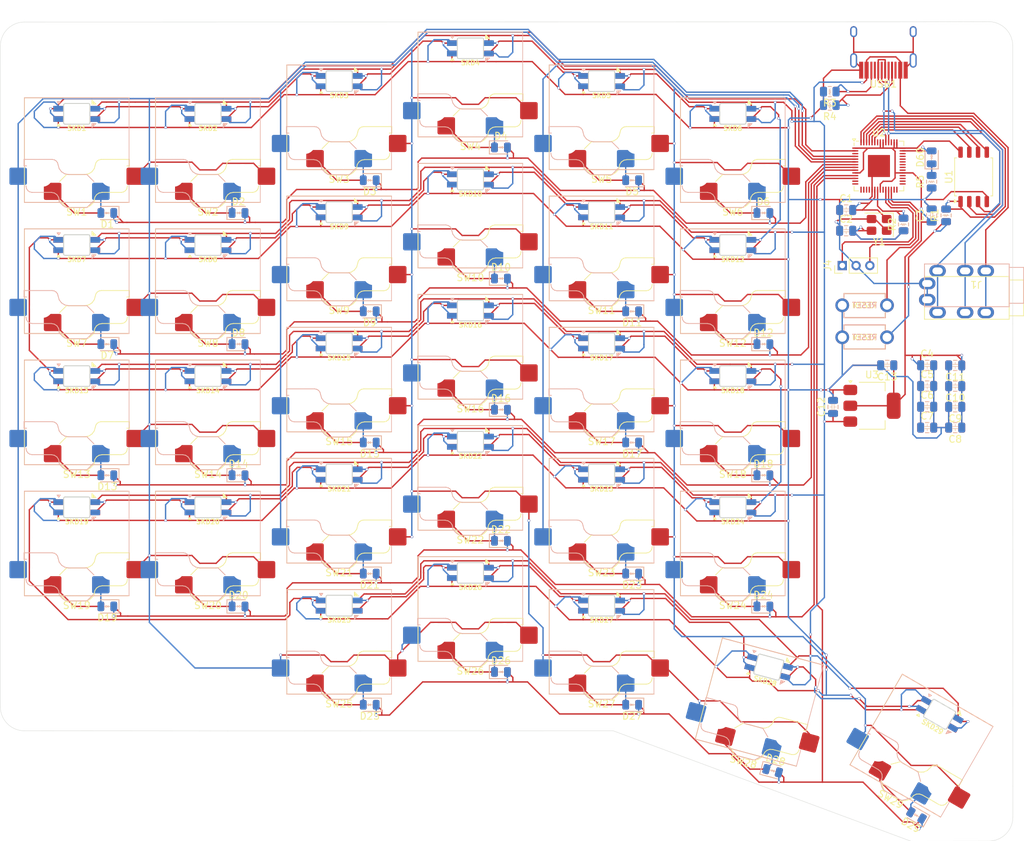
<source format=kicad_pcb>
(kicad_pcb (version 20241229) (generator "pcbnew") (generator_version "9.0")
  (layers (0 "F.Cu" signal) (2 "B.Cu" signal) (13 "F.Paste" user) (15 "B.Paste" user) (5 "F.SilkS" user "F.Silkscreen") (7 "B.SilkS" user "B.Silkscreen") (1 "F.Mask" user) (3 "B.Mask" user) (25 "Edge.Cuts" user))
  (net 0 "")
  (net 1 "X_IN")
  (net 2 "GND")
  (net 3 "Net-(C2-Pad2)")
  (net 4 "VCC")
  (net 5 "VBUS")
  (net 6 "ROW1")
  (net 7 "ROW2")
  (net 8 "ROW3")
  (net 9 "ROW4")
  (net 10 "ROW5")
  (net 11 "LED")
  (net 12 "STATUS_LED")
  (net 13 "TX")
  (net 14 "RX")
  (net 15 "DBG_RX")
  (net 16 "DBG_TX")
  (net 17 "Q_SS")
  (net 18 "Net-(R1-Pad1)")
  (net 19 "X_OUT")
  (net 20 "Net-(USB1-CC2)")
  (net 21 "Net-(USB1-CC1)")
  (net 22 "COL1")
  (net 23 "COL2")
  (net 24 "COL3")
  (net 25 "SW_RST")
  (net 26 "Q_SCLK")
  (net 27 "Q_SD1")
  (net 28 "Q_SD3")
  (net 29 "Q_SD2")
  (net 30 "Q_SD0")
  (net 54 "Net-(D60-K)")
  (net 56 "Net-(D1-A)")
  (net 57 "Net-(D2-K)")
  (net 58 "Net-(D3-A)")
  (net 59 "Net-(D4-K)")
  (net 60 "Net-(D5-A)")
  (net 61 "Net-(D6-K)")
  (net 62 "Net-(D7-A)")
  (net 63 "Net-(D8-K)")
  (net 64 "Net-(D9-A)")
  (net 65 "Net-(D10-K)")
  (net 66 "Net-(D11-A)")
  (net 67 "Net-(D12-K)")
  (net 68 "Net-(D13-A)")
  (net 69 "Net-(D14-K)")
  (net 70 "Net-(D15-A)")
  (net 71 "Net-(D16-K)")
  (net 72 "Net-(D17-A)")
  (net 73 "Net-(D18-K)")
  (net 74 "Net-(D19-A)")
  (net 75 "Net-(D20-K)")
  (net 76 "Net-(D21-A)")
  (net 77 "Net-(D22-K)")
  (net 78 "Net-(D23-A)")
  (net 79 "Net-(D24-K)")
  (net 80 "Net-(D25-A)")
  (net 81 "Net-(D26-K)")
  (net 82 "Net-(D27-A)")
  (net 83 "Net-(D28-K)")
  (net 84 "Net-(D29-A)")
  (net 85 "Net-(SKD1-DOUT)")
  (net 86 "Net-(SKD2-DOUT)")
  (net 87 "Net-(SKD3-DOUT)")
  (net 88 "Net-(SKD4-DOUT)")
  (net 89 "Net-(SKD5-DOUT)")
  (net 90 "Net-(SKD10-DIN)")
  (net 91 "Net-(SKD10-DOUT)")
  (net 92 "Net-(SKD13-DOUT)")
  (net 93 "Net-(SKD14-DOUT)")
  (net 94 "Net-(SKD15-DOUT)")
  (net 95 "Net-(SKD16-DOUT)")
  (net 96 "Net-(SKD17-DOUT)")
  (net 97 "Net-(SKD18-DOUT)")
  (net 98 "Net-(SKD19-DOUT)")
  (net 99 "Net-(SKD20-DOUT)")
  (net 100 "Net-(SKD21-DOUT)")
  (net 101 "Net-(SKD22-DOUT)")
  (net 102 "Net-(SKD23-DOUT)")
  (net 103 "Net-(SKD25-DOUT)")
  (net 104 "Net-(SKD26-DOUT)")
  (net 105 "Net-(SKD27-DOUT)")
  (net 106 "Net-(SKD28-DOUT)")
  (net 109 "Net-(SKD13-DIN)")
  (net 110 "Net-(SKD12-DOUT)")
  (net 111 "Net-(SKD7-DOUT)")
  (net 112 "Net-(SKD8-DOUT)")
  (net 113 "Net-(SKD11-DOUT)")
  (net 114 "Net-(SKD19-DIN)")
  (footprint "custom_parts:D_0805_2012Metric-Reversible" (layer "F.Cu") (at 42.539999 75.815 180)
    (property "Reference" "D7")
    (property "Value" "Diode")
  )
  (footprint "custom_parts:D_0805_2012Metric-Reversible" (layer "F.Cu") (at 118.739999 52.0025 180)
    (property "Reference" "D5")
    (property "Value" "Diode")
  )
  (footprint "custom_parts:R_0805_2012Metric-Reversible" (layer "F.Cu") (at 147.43 39.13 180)
    (property "Reference" "R3")
    (property "Value" "5.1k")
  )
  (footprint "custom_parts:SK6812-MINI-E-Reversible" (layer "F.Cu") (at 95.255 109.04)
    (property "Reference" "SKD26")
    (property "Value" "SK6812" (hide yes))
    (fp_line (start -1.9 -1.3) (end -1.9 1.3) (stroke (width 0.12)) (layer "Edge.Cuts"))
    (fp_line (start -1.9 1.3) (end -1.9 -1.3) (stroke (width 0.12)) (layer "Edge.Cuts"))
    (fp_line (start -1.7 -1.5) (end 1.7 -1.5) (stroke (width 0.12)) (layer "Edge.Cuts"))
    (fp_line (start -1.7 1.5) (end 1.7 1.5) (stroke (width 0.12)) (layer "Edge.Cuts"))
    (fp_line (start 1.7 -1.5) (end -1.7 -1.5) (stroke (width 0.12)) (layer "Edge.Cuts"))
    (fp_line (start 1.7 1.5) (end -1.7 1.5) (stroke (width 0.12)) (layer "Edge.Cuts"))
    (fp_line (start 1.9 -1.3) (end 1.9 1.3) (stroke (width 0.12)) (layer "Edge.Cuts"))
    (fp_line (start 1.9 1.3) (end 1.9 -1.3) (stroke (width 0.12)) (layer "Edge.Cuts"))
    (fp_arc (start -1.9 -1.3) (mid -1.841421 -1.441421) (end -1.7 -1.5) (stroke (width 0.12)) (layer "Edge.Cuts"))
    (fp_arc (start -1.9 -1.3) (mid -1.841421 -1.441421) (end -1.7 -1.5) (stroke (width 0.12)) (layer "Edge.Cuts"))
    (fp_arc (start -1.7 1.5) (mid -1.841421 1.441421) (end -1.9 1.3) (stroke (width 0.12)) (layer "Edge.Cuts"))
    (fp_arc (start -1.7 1.5) (mid -1.841421 1.441421) (end -1.9 1.3) (stroke (width 0.12)) (layer "Edge.Cuts"))
    (fp_arc (start 1.7 -1.5) (mid 1.841421 -1.441421) (end 1.9 -1.3) (stroke (width 0.12)) (layer "Edge.Cuts"))
    (fp_arc (start 1.7 -1.5) (mid 1.841421 -1.441421) (end 1.9 -1.3) (stroke (width 0.12)) (layer "Edge.Cuts"))
    (fp_arc (start 1.9 1.3) (mid 1.841421 1.441421) (end 1.7 1.5) (stroke (width 0.12)) (layer "Edge.Cuts"))
    (fp_arc (start 1.9 1.3) (mid 1.841421 1.441421) (end 1.7 1.5) (stroke (width 0.12)) (layer "Edge.Cuts"))
  )
  (footprint "custom_parts:D_0805_2012Metric-Reversible" (layer "F.Cu") (at 80.639999 71.0525 180)
    (property "Reference" "D9")
    (property "Value" "Diode")
  )
  (footprint "custom_parts:SK6812-MINI-E-Reversible" (layer "F.Cu") (at 76.205 94.7525)
    (property "Reference" "SKD21")
    (property "Value" "SK6812" (hide yes))
    (fp_line (start -1.9 -1.3) (end -1.9 1.3) (stroke (width 0.12)) (layer "Edge.Cuts"))
    (fp_line (start -1.9 1.3) (end -1.9 -1.3) (stroke (width 0.12)) (layer "Edge.Cuts"))
    (fp_line (start -1.7 -1.5) (end 1.7 -1.5) (stroke (width 0.12)) (layer "Edge.Cuts"))
    (fp_line (start -1.7 1.5) (end 1.7 1.5) (stroke (width 0.12)) (layer "Edge.Cuts"))
    (fp_line (start 1.7 -1.5) (end -1.7 -1.5) (stroke (width 0.12)) (layer "Edge.Cuts"))
    (fp_line (start 1.7 1.5) (end -1.7 1.5) (stroke (width 0.12)) (layer "Edge.Cuts"))
    (fp_line (start 1.9 -1.3) (end 1.9 1.3) (stroke (width 0.12)) (layer "Edge.Cuts"))
    (fp_line (start 1.9 1.3) (end 1.9 -1.3) (stroke (width 0.12)) (layer "Edge.Cuts"))
    (fp_arc (start -1.9 -1.3) (mid -1.841421 -1.441421) (end -1.7 -1.5) (stroke (width 0.12)) (layer "Edge.Cuts"))
    (fp_arc (start -1.9 -1.3) (mid -1.841421 -1.441421) (end -1.7 -1.5) (stroke (width 0.12)) (layer "Edge.Cuts"))
    (fp_arc (start -1.7 1.5) (mid -1.841421 1.441421) (end -1.9 1.3) (stroke (width 0.12)) (layer "Edge.Cuts"))
    (fp_arc (start -1.7 1.5) (mid -1.841421 1.441421) (end -1.9 1.3) (stroke (width 0.12)) (layer "Edge.Cuts"))
    (fp_arc (start 1.7 -1.5) (mid 1.841421 -1.441421) (end 1.9 -1.3) (stroke (width 0.12)) (layer "Edge.Cuts"))
    (fp_arc (start 1.7 -1.5) (mid 1.841421 -1.441421) (end 1.9 -1.3) (stroke (width 0.12)) (layer "Edge.Cuts"))
    (fp_arc (start 1.9 1.3) (mid 1.841421 1.441421) (end 1.7 1.5) (stroke (width 0.12)) (layer "Edge.Cuts"))
    (fp_arc (start 1.9 1.3) (mid 1.841421 1.441421) (end 1.7 1.5) (stroke (width 0.12)) (layer "Edge.Cuts"))
  )
  (footprint "custom_parts:C_0805_2012Metric-Reversible" (layer "F.Cu") (at 165.64 78.91 180)
    (property "Reference" "C11")
    (property "Value" "100n")
  )
  (footprint "custom_parts:R_0805_2012Metric-Reversible" (layer "F.Cu") (at 162.22 52.22 90)
    (property "Reference" "R5")
    (property "Value" "60")
  )
  (footprint "custom_parts:SK6812-MINI-E-Reversible" (layer "F.Cu") (at 133.355 42.365)
    (property "Reference" "SKD6")
    (property "Value" "SK6812" (hide yes))
    (fp_line (start -1.9 -1.3) (end -1.9 1.3) (stroke (width 0.12)) (layer "Edge.Cuts"))
    (fp_line (start -1.9 1.3) (end -1.9 -1.3) (stroke (width 0.12)) (layer "Edge.Cuts"))
    (fp_line (start -1.7 -1.5) (end 1.7 -1.5) (stroke (width 0.12)) (layer "Edge.Cuts"))
    (fp_line (start -1.7 1.5) (end 1.7 1.5) (stroke (width 0.12)) (layer "Edge.Cuts"))
    (fp_line (start 1.7 -1.5) (end -1.7 -1.5) (stroke (width 0.12)) (layer "Edge.Cuts"))
    (fp_line (start 1.7 1.5) (end -1.7 1.5) (stroke (width 0.12)) (layer "Edge.Cuts"))
    (fp_line (start 1.9 -1.3) (end 1.9 1.3) (stroke (width 0.12)) (layer "Edge.Cuts"))
    (fp_line (start 1.9 1.3) (end 1.9 -1.3) (stroke (width 0.12)) (layer "Edge.Cuts"))
    (fp_arc (start -1.9 -1.3) (mid -1.841421 -1.441421) (end -1.7 -1.5) (stroke (width 0.12)) (layer "Edge.Cuts"))
    (fp_arc (start -1.9 -1.3) (mid -1.841421 -1.441421) (end -1.7 -1.5) (stroke (width 0.12)) (layer "Edge.Cuts"))
    (fp_arc (start -1.7 1.5) (mid -1.841421 1.441421) (end -1.9 1.3) (stroke (width 0.12)) (layer "Edge.Cuts"))
    (fp_arc (start -1.7 1.5) (mid -1.841421 1.441421) (end -1.9 1.3) (stroke (width 0.12)) (layer "Edge.Cuts"))
    (fp_arc (start 1.7 -1.5) (mid 1.841421 -1.441421) (end 1.9 -1.3) (stroke (width 0.12)) (layer "Edge.Cuts"))
    (fp_arc (start 1.7 -1.5) (mid 1.841421 -1.441421) (end 1.9 -1.3) (stroke (width 0.12)) (layer "Edge.Cuts"))
    (fp_arc (start 1.9 1.3) (mid 1.841421 1.441421) (end 1.7 1.5) (stroke (width 0.12)) (layer "Edge.Cuts"))
    (fp_arc (start 1.9 1.3) (mid 1.841421 1.441421) (end 1.7 1.5) (stroke (width 0.12)) (layer "Edge.Cuts"))
  )
  (footprint "custom_parts:D_0805_2012Metric-Reversible" (layer "F.Cu") (at 80.639999 128.2025 180)
    (property "Reference" "D25")
    (property "Value" "Diode")
  )
  (footprint "custom_parts:SK6812-MINI-E-Reversible" (layer "F.Cu") (at 133.355 61.415)
    (property "Reference" "SKD12")
    (property "Value" "SK6812" (hide yes))
    (fp_line (start -1.9 -1.3) (end -1.9 1.3) (stroke (width 0.12)) (layer "Edge.Cuts"))
    (fp_line (start -1.9 1.3) (end -1.9 -1.3) (stroke (width 0.12)) (layer "Edge.Cuts"))
    (fp_line (start -1.7 -1.5) (end 1.7 -1.5) (stroke (width 0.12)) (layer "Edge.Cuts"))
    (fp_line (start -1.7 1.5) (end 1.7 1.5) (stroke (width 0.12)) (layer "Edge.Cuts"))
    (fp_line (start 1.7 -1.5) (end -1.7 -1.5) (stroke (width 0.12)) (layer "Edge.Cuts"))
    (fp_line (start 1.7 1.5) (end -1.7 1.5) (stroke (width 0.12)) (layer "Edge.Cuts"))
    (fp_line (start 1.9 -1.3) (end 1.9 1.3) (stroke (width 0.12)) (layer "Edge.Cuts"))
    (fp_line (start 1.9 1.3) (end 1.9 -1.3) (stroke (width 0.12)) (layer "Edge.Cuts"))
    (fp_arc (start -1.9 -1.3) (mid -1.841421 -1.441421) (end -1.7 -1.5) (stroke (width 0.12)) (layer "Edge.Cuts"))
    (fp_arc (start -1.9 -1.3) (mid -1.841421 -1.441421) (end -1.7 -1.5) (stroke (width 0.12)) (layer "Edge.Cuts"))
    (fp_arc (start -1.7 1.5) (mid -1.841421 1.441421) (end -1.9 1.3) (stroke (width 0.12)) (layer "Edge.Cuts"))
    (fp_arc (start -1.7 1.5) (mid -1.841421 1.441421) (end -1.9 1.3) (stroke (width 0.12)) (layer "Edge.Cuts"))
    (fp_arc (start 1.7 -1.5) (mid 1.841421 -1.441421) (end 1.9 -1.3) (stroke (width 0.12)) (layer "Edge.Cuts"))
    (fp_arc (start 1.7 -1.5) (mid 1.841421 -1.441421) (end 1.9 -1.3) (stroke (width 0.12)) (layer "Edge.Cuts"))
    (fp_arc (start 1.9 1.3) (mid 1.841421 1.441421) (end 1.7 1.5) (stroke (width 0.12)) (layer "Edge.Cuts"))
    (fp_arc (start 1.9 1.3) (mid 1.841421 1.441421) (end 1.7 1.5) (stroke (width 0.12)) (layer "Edge.Cuts"))
  )
  (footprint "custom_parts:SK6812-MINI-E-Reversible" (layer "F.Cu") (at 76.205 75.7025)
    (property "Reference" "SKD15")
    (property "Value" "SK6812" (hide yes))
    (fp_line (start -1.9 -1.3) (end -1.9 1.3) (stroke (width 0.12)) (layer "Edge.Cuts"))
    (fp_line (start -1.9 1.3) (end -1.9 -1.3) (stroke (width 0.12)) (layer "Edge.Cuts"))
    (fp_line (start -1.7 -1.5) (end 1.7 -1.5) (stroke (width 0.12)) (layer "Edge.Cuts"))
    (fp_line (start -1.7 1.5) (end 1.7 1.5) (stroke (width 0.12)) (layer "Edge.Cuts"))
    (fp_line (start 1.7 -1.5) (end -1.7 -1.5) (stroke (width 0.12)) (layer "Edge.Cuts"))
    (fp_line (start 1.7 1.5) (end -1.7 1.5) (stroke (width 0.12)) (layer "Edge.Cuts"))
    (fp_line (start 1.9 -1.3) (end 1.9 1.3) (stroke (width 0.12)) (layer "Edge.Cuts"))
    (fp_line (start 1.9 1.3) (end 1.9 -1.3) (stroke (width 0.12)) (layer "Edge.Cuts"))
    (fp_arc (start -1.9 -1.3) (mid -1.841421 -1.441421) (end -1.7 -1.5) (stroke (width 0.12)) (layer "Edge.Cuts"))
    (fp_arc (start -1.9 -1.3) (mid -1.841421 -1.441421) (end -1.7 -1.5) (stroke (width 0.12)) (layer "Edge.Cuts"))
    (fp_arc (start -1.7 1.5) (mid -1.841421 1.441421) (end -1.9 1.3) (stroke (width 0.12)) (layer "Edge.Cuts"))
    (fp_arc (start -1.7 1.5) (mid -1.841421 1.441421) (end -1.9 1.3) (stroke (width 0.12)) (layer "Edge.Cuts"))
    (fp_arc (start 1.7 -1.5) (mid 1.841421 -1.441421) (end 1.9 -1.3) (stroke (width 0.12)) (layer "Edge.Cuts"))
    (fp_arc (start 1.7 -1.5) (mid 1.841421 -1.441421) (end 1.9 -1.3) (stroke (width 0.12)) (layer "Edge.Cuts"))
    (fp_arc (start 1.9 1.3) (mid 1.841421 1.441421) (end 1.7 1.5) (stroke (width 0.12)) (layer "Edge.Cuts"))
    (fp_arc (start 1.9 1.3) (mid 1.841421 1.441421) (end 1.7 1.5) (stroke (width 0.12)) (layer "Edge.Cuts"))
  )
  (footprint "custom_parts:SW_Hotswap_Kailh_Choc_V1V2-Reversible" (layer "F.Cu") (at 114.3 42.8625 180)
    (property "Reference" "SW5")
    (property "Value" "Switch")
  )
  (footprint "custom_parts:C_0805_2012Metric-Reversible" (layer "F.Cu") (at 147.9 84.94 90)
    (property "Reference" "C12")
    (property "Value" "10u")
  )
  (footprint "custom_parts:C_0805_2012Metric-Reversible" (layer "F.Cu") (at 149.81 59.34)
    (property "Reference" "C2")
    (property "Value" "15pF")
  )
  (footprint "custom_parts:D_0805_2012Metric-Reversible" (layer "F.Cu") (at 139.13375 137.795477 -15)
    (property "Reference" "D28")
    (property "Value" "Diode")
  )
  (footprint "custom_parts:SK6812-MINI-E-Reversible" (layer "F.Cu") (at 57.155 80.465)
    (property "Reference" "SKD14")
    (property "Value" "SK6812" (hide yes))
    (fp_line (start -1.9 -1.3) (end -1.9 1.3) (stroke (width 0.12)) (layer "Edge.Cuts"))
    (fp_line (start -1.9 1.3) (end -1.9 -1.3) (stroke (width 0.12)) (layer "Edge.Cuts"))
    (fp_line (start -1.7 -1.5) (end 1.7 -1.5) (stroke (width 0.12)) (layer "Edge.Cuts"))
    (fp_line (start -1.7 1.5) (end 1.7 1.5) (stroke (width 0.12)) (layer "Edge.Cuts"))
    (fp_line (start 1.7 -1.5) (end -1.7 -1.5) (stroke (width 0.12)) (layer "Edge.Cuts"))
    (fp_line (start 1.7 1.5) (end -1.7 1.5) (stroke (width 0.12)) (layer "Edge.Cuts"))
    (fp_line (start 1.9 -1.3) (end 1.9 1.3) (stroke (width 0.12)) (layer "Edge.Cuts"))
    (fp_line (start 1.9 1.3) (end 1.9 -1.3) (stroke (width 0.12)) (layer "Edge.Cuts"))
    (fp_arc (start -1.9 -1.3) (mid -1.841421 -1.441421) (end -1.7 -1.5) (stroke (width 0.12)) (layer "Edge.Cuts"))
    (fp_arc (start -1.9 -1.3) (mid -1.841421 -1.441421) (end -1.7 -1.5) (stroke (width 0.12)) (layer "Edge.Cuts"))
    (fp_arc (start -1.7 1.5) (mid -1.841421 1.441421) (end -1.9 1.3) (stroke (width 0.12)) (layer "Edge.Cuts"))
    (fp_arc (start -1.7 1.5) (mid -1.841421 1.441421) (end -1.9 1.3) (stroke (width 0.12)) (layer "Edge.Cuts"))
    (fp_arc (start 1.7 -1.5) (mid 1.841421 -1.441421) (end 1.9 -1.3) (stroke (width 0.12)) (layer "Edge.Cuts"))
    (fp_arc (start 1.7 -1.5) (mid 1.841421 -1.441421) (end 1.9 -1.3) (stroke (width 0.12)) (layer "Edge.Cuts"))
    (fp_arc (start 1.9 1.3) (mid 1.841421 1.441421) (end 1.7 1.5) (stroke (width 0.12)) (layer "Edge.Cuts"))
    (fp_arc (start 1.9 1.3) (mid 1.841421 1.441421) (end 1.7 1.5) (stroke (width 0.12)) (layer "Edge.Cuts"))
  )
  (footprint "custom_parts:D_0805_2012Metric-Reversible" (layer "F.Cu") (at 118.739999 128.2025 180)
    (property "Reference" "D27")
    (property "Value" "Diode")
  )
  (footprint "custom_parts:SK6812-MINI-E-Reversible" (layer "F.Cu") (at 133.355 80.465)
    (property "Reference" "SKD18")
    (property "Value" "SK6812" (hide yes))
    (fp_line (start -1.9 -1.3) (end -1.9 1.3) (stroke (width 0.12)) (layer "Edge.Cuts"))
    (fp_line (start -1.9 1.3) (end -1.9 -1.3) (stroke (width 0.12)) (layer "Edge.Cuts"))
    (fp_line (start -1.7 -1.5) (end 1.7 -1.5) (stroke (width 0.12)) (layer "Edge.Cuts"))
    (fp_line (start -1.7 1.5) (end 1.7 1.5) (stroke (width 0.12)) (layer "Edge.Cuts"))
    (fp_line (start 1.7 -1.5) (end -1.7 -1.5) (stroke (width 0.12)) (layer "Edge.Cuts"))
    (fp_line (start 1.7 1.5) (end -1.7 1.5) (stroke (width 0.12)) (layer "Edge.Cuts"))
    (fp_line (start 1.9 -1.3) (end 1.9 1.3) (stroke (width 0.12)) (layer "Edge.Cuts"))
    (fp_line (start 1.9 1.3) (end 1.9 -1.3) (stroke (width 0.12)) (layer "Edge.Cuts"))
    (fp_arc (start -1.9 -1.3) (mid -1.841421 -1.441421) (end -1.7 -1.5) (stroke (width 0.12)) (layer "Edge.Cuts"))
    (fp_arc (start -1.9 -1.3) (mid -1.841421 -1.441421) (end -1.7 -1.5) (stroke (width 0.12)) (layer "Edge.Cuts"))
    (fp_arc (start -1.7 1.5) (mid -1.841421 1.441421) (end -1.9 1.3) (stroke (width 0.12)) (layer "Edge.Cuts"))
    (fp_arc (start -1.7 1.5) (mid -1.841421 1.441421) (end -1.9 1.3) (stroke (width 0.12)) (layer "Edge.Cuts"))
    (fp_arc (start 1.7 -1.5) (mid 1.841421 -1.441421) (end 1.9 -1.3) (stroke (width 0.12)) (layer "Edge.Cuts"))
    (fp_arc (start 1.7 -1.5) (mid 1.841421 -1.441421) (end 1.9 -1.3) (stroke (width 0.12)) (layer "Edge.Cuts"))
    (fp_arc (start 1.9 1.3) (mid 1.841421 1.441421) (end 1.7 1.5) (stroke (width 0.12)) (layer "Edge.Cuts"))
    (fp_arc (start 1.9 1.3) (mid 1.841421 1.441421) (end 1.7 1.5) (stroke (width 0.12)) (layer "Edge.Cuts"))
  )
  (footprint "custom_parts:C_0805_2012Metric-Reversible" (layer "F.Cu") (at 165.64 84.93 180)
    (property "Reference" "C9")
    (property "Value" "100n")
  )
  (footprint "custom_parts:D_0805_2012Metric-Reversible" (layer "F.Cu") (at 160.017463 144.276168 150)
    (property "Reference" "D29")
    (property "Value" "Diode")
  )
  (footprint "custom_parts:SK6812-MINI-E-Reversible" (layer "F.Cu") (at 38.105 80.465)
    (property "Reference" "SKD13")
    (property "Value" "SK6812" (hide yes))
    (fp_line (start -1.9 -1.3) (end -1.9 1.3) (stroke (width 0.12)) (layer "Edge.Cuts"))
    (fp_line (start -1.9 1.3) (end -1.9 -1.3) (stroke (width 0.12)) (layer "Edge.Cuts"))
    (fp_line (start -1.7 -1.5) (end 1.7 -1.5) (stroke (width 0.12)) (layer "Edge.Cuts"))
    (fp_line (start -1.7 1.5) (end 1.7 1.5) (stroke (width 0.12)) (layer "Edge.Cuts"))
    (fp_line (start 1.7 -1.5) (end -1.7 -1.5) (stroke (width 0.12)) (layer "Edge.Cuts"))
    (fp_line (start 1.7 1.5) (end -1.7 1.5) (stroke (width 0.12)) (layer "Edge.Cuts"))
    (fp_line (start 1.9 -1.3) (end 1.9 1.3) (stroke (width 0.12)) (layer "Edge.Cuts"))
    (fp_line (start 1.9 1.3) (end 1.9 -1.3) (stroke (width 0.12)) (layer "Edge.Cuts"))
    (fp_arc (start -1.9 -1.3) (mid -1.841421 -1.441421) (end -1.7 -1.5) (stroke (width 0.12)) (layer "Edge.Cuts"))
    (fp_arc (start -1.9 -1.3) (mid -1.841421 -1.441421) (end -1.7 -1.5) (stroke (width 0.12)) (layer "Edge.Cuts"))
    (fp_arc (start -1.7 1.5) (mid -1.841421 1.441421) (end -1.9 1.3) (stroke (width 0.12)) (layer "Edge.Cuts"))
    (fp_arc (start -1.7 1.5) (mid -1.841421 1.441421) (end -1.9 1.3) (stroke (width 0.12)) (layer "Edge.Cuts"))
    (fp_arc (start 1.7 -1.5) (mid 1.841421 -1.441421) (end 1.9 -1.3) (stroke (width 0.12)) (layer "Edge.Cuts"))
    (fp_arc (start 1.7 -1.5) (mid 1.841421 -1.441421) (end 1.9 -1.3) (stroke (width 0.12)) (layer "Edge.Cuts"))
    (fp_arc (start 1.9 1.3) (mid 1.841421 1.441421) (end 1.7 1.5) (stroke (width 0.12)) (layer "Edge.Cuts"))
    (fp_arc (start 1.9 1.3) (mid 1.841421 1.441421) (end 1.7 1.5) (stroke (width 0.12)) (layer "Edge.Cuts"))
  )
  (footprint "custom_parts:SK6812-MINI-E-Reversible" (layer "F.Cu") (at 57.155 42.365)
    (property "Reference" "SKD2")
    (property "Value" "SK6812" (hide yes))
    (fp_line (start -1.9 -1.3) (end -1.9 1.3) (stroke (width 0.12)) (layer "Edge.Cuts"))
    (fp_line (start -1.9 1.3) (end -1.9 -1.3) (stroke (width 0.12)) (layer "Edge.Cuts"))
    (fp_line (start -1.7 -1.5) (end 1.7 -1.5) (stroke (width 0.12)) (layer "Edge.Cuts"))
    (fp_line (start -1.7 1.5) (end 1.7 1.5) (stroke (width 0.12)) (layer "Edge.Cuts"))
    (fp_line (start 1.7 -1.5) (end -1.7 -1.5) (stroke (width 0.12)) (layer "Edge.Cuts"))
    (fp_line (start 1.7 1.5) (end -1.7 1.5) (stroke (width 0.12)) (layer "Edge.Cuts"))
    (fp_line (start 1.9 -1.3) (end 1.9 1.3) (stroke (width 0.12)) (layer "Edge.Cuts"))
    (fp_line (start 1.9 1.3) (end 1.9 -1.3) (stroke (width 0.12)) (layer "Edge.Cuts"))
    (fp_arc (start -1.9 -1.3) (mid -1.841421 -1.441421) (end -1.7 -1.5) (stroke (width 0.12)) (layer "Edge.Cuts"))
    (fp_arc (start -1.9 -1.3) (mid -1.841421 -1.441421) (end -1.7 -1.5) (stroke (width 0.12)) (layer "Edge.Cuts"))
    (fp_arc (start -1.7 1.5) (mid -1.841421 1.441421) (end -1.9 1.3) (stroke (width 0.12)) (layer "Edge.Cuts"))
    (fp_arc (start -1.7 1.5) (mid -1.841421 1.441421) (end -1.9 1.3) (stroke (width 0.12)) (layer "Edge.Cuts"))
    (fp_arc (start 1.7 -1.5) (mid 1.841421 -1.441421) (end 1.9 -1.3) (stroke (width 0.12)) (layer "Edge.Cuts"))
    (fp_arc (start 1.7 -1.5) (mid 1.841421 -1.441421) (end 1.9 -1.3) (stroke (width 0.12)) (layer "Edge.Cuts"))
    (fp_arc (start 1.9 1.3) (mid 1.841421 1.441421) (end 1.7 1.5) (stroke (width 0.12)) (layer "Edge.Cuts"))
    (fp_arc (start 1.9 1.3) (mid 1.841421 1.441421) (end 1.7 1.5) (stroke (width 0.12)) (layer "Edge.Cuts"))
  )
  (footprint "custom_parts:D_0805_2012Metric-Reversible" (layer "F.Cu") (at 61.589999 94.865)
    (property "Reference" "D14")
    (property "Value" "Diode")
  )
  (footprint "custom_parts:SW_Hotswap_Kailh_Choc_V1V2-Reversible" (layer "F.Cu") (at 38.1 47.625 180)
    (property "Reference" "SW1")
    (property "Value" "Switch")
  )
  (footprint "custom_parts:SW_Hotswap_Kailh_Choc_V1V2-Reversible" (layer "F.Cu") (at 57.15 85.725 180)
    (property "Reference" "SW14")
    (property "Value" "Switch")
  )
  (footprint "custom_parts:SW_Hotswap_Kailh_Choc_V1V2-Reversible" (layer "F.Cu") (at 133.35 85.725 180)
    (property "Reference" "SW18")
    (property "Value" "Switch")
  )
  (footprint "custom_parts:SW_Hotswap_Kailh_Choc_V1V2-Reversible" (layer "F.Cu") (at 76.2 80.9625 180)
    (property "Reference" "SW15")
    (property "Value" "Switch")
  )
  (footprint "custom_parts:SW_Hotswap_Kailh_Choc_V1V2-Reversible" (layer "F.Cu") (at 137.210646 127.817759 165)
    (property "Reference" "SW28")
    (property "Value" "Switch")
  )
  (footprint "custom_parts:SW_Hotswap_Kailh_Choc_V1V2-Reversible" (layer "F.Cu") (at 76.2 100.0125 180)
    (property "Reference" "SW21")
    (property "Value" "Switch")
  )
  (footprint "custom_parts:SK6812-MINI-E-Reversible" (layer "F.Cu") (at 38.105 99.515)
    (property "Reference" "SKD19")
    (property "Value" "SK6812" (hide yes))
    (fp_line (start -1.9 -1.3) (end -1.9 1.3) (stroke (width 0.12)) (layer "Edge.Cuts"))
    (fp_line (start -1.9 1.3) (end -1.9 -1.3) (stroke (width 0.12)) (layer "Edge.Cuts"))
    (fp_line (start -1.7 -1.5) (end 1.7 -1.5) (stroke (width 0.12)) (layer "Edge.Cuts"))
    (fp_line (start -1.7 1.5) (end 1.7 1.5) (stroke (width 0.12)) (layer "Edge.Cuts"))
    (fp_line (start 1.7 -1.5) (end -1.7 -1.5) (stroke (width 0.12)) (layer "Edge.Cuts"))
    (fp_line (start 1.7 1.5) (end -1.7 1.5) (stroke (width 0.12)) (layer "Edge.Cuts"))
    (fp_line (start 1.9 -1.3) (end 1.9 1.3) (stroke (width 0.12)) (layer "Edge.Cuts"))
    (fp_line (start 1.9 1.3) (end 1.9 -1.3) (stroke (width 0.12)) (layer "Edge.Cuts"))
    (fp_arc (start -1.9 -1.3) (mid -1.841421 -1.441421) (end -1.7 -1.5) (stroke (width 0.12)) (layer "Edge.Cuts"))
    (fp_arc (start -1.9 -1.3) (mid -1.841421 -1.441421) (end -1.7 -1.5) (stroke (width 0.12)) (layer "Edge.Cuts"))
    (fp_arc (start -1.7 1.5) (mid -1.841421 1.441421) (end -1.9 1.3) (stroke (width 0.12)) (layer "Edge.Cuts"))
    (fp_arc (start -1.7 1.5) (mid -1.841421 1.441421) (end -1.9 1.3) (stroke (width 0.12)) (layer "Edge.Cuts"))
    (fp_arc (start 1.7 -1.5) (mid 1.841421 -1.441421) (end 1.9 -1.3) (stroke (width 0.12)) (layer "Edge.Cuts"))
    (fp_arc (start 1.7 -1.5) (mid 1.841421 -1.441421) (end 1.9 -1.3) (stroke (width 0.12)) (layer "Edge.Cuts"))
    (fp_arc (start 1.9 1.3) (mid 1.841421 1.441421) (end 1.7 1.5) (stroke (width 0.12)) (layer "Edge.Cuts"))
    (fp_arc (start 1.9 1.3) (mid 1.841421 1.441421) (end 1.7 1.5) (stroke (width 0.12)) (layer "Edge.Cuts"))
  )
  (footprint "custom_parts:D_0805_2012Metric-Reversible" (layer "F.Cu") (at 42.539999 56.765 180)
    (property "Reference" "D1")
    (property "Value" "Diode")
  )
  (footprint "custom_parts:C_0805_2012Metric-Reversible" (layer "F.Cu") (at 149.81 56.33)
    (property "Reference" "C1")
    (property "Value" "15pF")
  )
  (footprint "custom_parts:SW_Hotswap_Kailh_Choc_V1V2-Reversible" (layer "F.Cu") (at 133.35 104.775 180)
    (property "Reference" "SW24")
    (property "Value" "Switch")
  )
  (footprint "custom_parts:SK6812-MINI-E-Reversible" (layer "F.Cu") (at 114.305 56.6525)
    (property "Reference" "SKD11")
    (property "Value" "SK6812" (hide yes))
    (fp_line (start -1.9 -1.3) (end -1.9 1.3) (stroke (width 0.12)) (layer "Edge.Cuts"))
    (fp_line (start -1.9 1.3) (end -1.9 -1.3) (stroke (width 0.12)) (layer "Edge.Cuts"))
    (fp_line (start -1.7 -1.5) (end 1.7 -1.5) (stroke (width 0.12)) (layer "Edge.Cuts"))
    (fp_line (start -1.7 1.5) (end 1.7 1.5) (stroke (width 0.12)) (layer "Edge.Cuts"))
    (fp_line (start 1.7 -1.5) (end -1.7 -1.5) (stroke (width 0.12)) (layer "Edge.Cuts"))
    (fp_line (start 1.7 1.5) (end -1.7 1.5) (stroke (width 0.12)) (layer "Edge.Cuts"))
    (fp_line (start 1.9 -1.3) (end 1.9 1.3) (stroke (width 0.12)) (layer "Edge.Cuts"))
    (fp_line (start 1.9 1.3) (end 1.9 -1.3) (stroke (width 0.12)) (layer "Edge.Cuts"))
    (fp_arc (start -1.9 -1.3) (mid -1.841421 -1.441421) (end -1.7 -1.5) (stroke (width 0.12)) (layer "Edge.Cuts"))
    (fp_arc (start -1.9 -1.3) (mid -1.841421 -1.441421) (end -1.7 -1.5) (stroke (width 0.12)) (layer "Edge.Cuts"))
    (fp_arc (start -1.7 1.5) (mid -1.841421 1.441421) (end -1.9 1.3) (stroke (width 0.12)) (layer "Edge.Cuts"))
    (fp_arc (start -1.7 1.5) (mid -1.841421 1.441421) (end -1.9 1.3) (stroke (width 0.12)) (layer "Edge.Cuts"))
    (fp_arc (start 1.7 -1.5) (mid 1.841421 -1.441421) (end 1.9 -1.3) (stroke (width 0.12)) (layer "Edge.Cuts"))
    (fp_arc (start 1.7 -1.5) (mid 1.841421 -1.441421) (end 1.9 -1.3) (stroke (width 0.12)) (layer "Edge.Cuts"))
    (fp_arc (start 1.9 1.3) (mid 1.841421 1.441421) (end 1.7 1.5) (stroke (width 0.12)) (layer "Edge.Cuts"))
    (fp_arc (start 1.9 1.3) (mid 1.841421 1.441421) (end 1.7 1.5) (stroke (width 0.12)) (layer "Edge.Cuts"))
  )
  (footprint "custom_parts:D_0805_2012Metric-Reversible" (layer "F.Cu") (at 99.689999 123.44)
    (property "Reference" "D26")
    (property "Value" "Diode")
  )
  (footprint "SofleKeyboard-footprint:TACT_SWITCH_TVBP06" (layer "F.Cu") (at 152.49 70.17 180)
    (property "Reference" "SW30" (hide yes))
    (property "Value" "Reset_Switch" (hide yes))
  )
  (footprint "custom_parts:SW_Hotswap_Kailh_Choc_V1V2-Reversible" (layer "F.Cu") (at 133.35 47.625 180)
    (property "Reference" "SW6")
    (property "Value" "Switch")
  )
  (footprint "custom_parts:SW_Hotswap_Kailh_Choc_V1V2-Reversible" (layer "F.Cu") (at 38.1 104.775 180)
    (property "Reference" "SW19")
    (property "Value" "Switch")
  )
  (footprint "custom_parts:SW_Hotswap_Kailh_Choc_V1V2-Reversible" (layer "F.Cu") (at 57.15 47.625 180)
    (property "Reference" "SW2")
    (property "Value" "Switch")
  )
  (footprint "custom_parts:SW_Hotswap_Kailh_Choc_V1V2-Reversible" (layer "F.Cu") (at 114.3 119.0625 180)
    (property "Reference" "SW27")
    (property "Value" "Switch")
  )
  (footprint "custom_parts:C_0805_2012Metric-Reversible" (layer "F.Cu") (at 155.77 78.89 180)
    (property "Reference" "C13")
    (property "Value" "10u")
  )
  (footprint "SofleKeyboard-footprint:TACT_SWITCH_TVBP06" (layer "F.Cu") (at 152.49 74.82)
    (property "Reference" "SW31" (hide yes))
    (property "Value" "BootSel_Switch" (hide yes))
  )
  (footprint "custom_parts:SK6812-MINI-E-Reversible" (layer "F.Cu") (at 38.105 61.415)
    (property "Reference" "SKD7")
    (property "Value" "SK6812" (hide yes))
    (fp_line (start -1.9 -1.3) (end -1.9 1.3) (stroke (width 0.12)) (layer "Edge.Cuts"))
    (fp_line (start -1.9 1.3) (end -1.9 -1.3) (stroke (width 0.12)) (layer "Edge.Cuts"))
    (fp_line (start -1.7 -1.5) (end 1.7 -1.5) (stroke (width 0.12)) (layer "Edge.Cuts"))
    (fp_line (start -1.7 1.5) (end 1.7 1.5) (stroke (width 0.12)) (layer "Edge.Cuts"))
    (fp_line (start 1.7 -1.5) (end -1.7 -1.5) (stroke (width 0.12)) (layer "Edge.Cuts"))
    (fp_line (start 1.7 1.5) (end -1.7 1.5) (stroke (width 0.12)) (layer "Edge.Cuts"))
    (fp_line (start 1.9 -1.3) (end 1.9 1.3) (stroke (width 0.12)) (layer "Edge.Cuts"))
    (fp_line (start 1.9 1.3) (end 1.9 -1.3) (stroke (width 0.12)) (layer "Edge.Cuts"))
    (fp_arc (start -1.9 -1.3) (mid -1.841421 -1.441421) (end -1.7 -1.5) (stroke (width 0.12)) (layer "Edge.Cuts"))
    (fp_arc (start -1.9 -1.3) (mid -1.841421 -1.441421) (end -1.7 -1.5) (stroke (width 0.12)) (layer "Edge.Cuts"))
    (fp_arc (start -1.7 1.5) (mid -1.841421 1.441421) (end -1.9 1.3) (stroke (width 0.12)) (layer "Edge.Cuts"))
    (fp_arc (start -1.7 1.5) (mid -1.841421 1.441421) (end -1.9 1.3) (stroke (width 0.12)) (layer "Edge.Cuts"))
    (fp_arc (start 1.7 -1.5) (mid 1.841421 -1.441421) (end 1.9 -1.3) (stroke (width 0.12)) (layer "Edge.Cuts"))
    (fp_arc (start 1.7 -1.5) (mid 1.841421 -1.441421) (end 1.9 -1.3) (stroke (width 0.12)) (layer "Edge.Cuts"))
    (fp_arc (start 1.9 1.3) (mid 1.841421 1.441421) (end 1.7 1.5) (stroke (width 0.12)) (layer "Edge.Cuts"))
    (fp_arc (start 1.9 1.3) (mid 1.841421 1.441421) (end 1.7 1.5) (stroke (width 0.12)) (layer "Edge.Cuts"))
  )
  (footprint "custom_parts:SK6812-MINI-E-Reversible" (layer "F.Cu") (at 114.305 113.8025)
    (property "Reference" "SKD27")
    (property "Value" "SK6812" (hide yes))
    (fp_line (start -1.9 -1.3) (end -1.9 1.3) (stroke (width 0.12)) (layer "Edge.Cuts"))
    (fp_line (start -1.9 1.3) (end -1.9 -1.3) (stroke (width 0.12)) (layer "Edge.Cuts"))
    (fp_line (start -1.7 -1.5) (end 1.7 -1.5) (stroke (width 0.12)) (layer "Edge.Cuts"))
    (fp_line (start -1.7 1.5) (end 1.7 1.5) (stroke (width 0.12)) (layer "Edge.Cuts"))
    (fp_line (start 1.7 -1.5) (end -1.7 -1.5) (stroke (width 0.12)) (layer "Edge.Cuts"))
    (fp_line (start 1.7 1.5) (end -1.7 1.5) (stroke (width 0.12)) (layer "Edge.Cuts"))
    (fp_line (start 1.9 -1.3) (end 1.9 1.3) (stroke (width 0.12)) (layer "Edge.Cuts"))
    (fp_line (start 1.9 1.3) (end 1.9 -1.3) (stroke (width 0.12)) (layer "Edge.Cuts"))
    (fp_arc (start -1.9 -1.3) (mid -1.841421 -1.441421) (end -1.7 -1.5) (stroke (width 0.12)) (layer "Edge.Cuts"))
    (fp_arc (start -1.9 -1.3) (mid -1.841421 -1.441421) (end -1.7 -1.5) (stroke (width 0.12)) (layer "Edge.Cuts"))
    (fp_arc (start -1.7 1.5) (mid -1.841421 1.441421) (end -1.9 1.3) (stroke (width 0.12)) (layer "Edge.Cuts"))
    (fp_arc (start -1.7 1.5) (mid -1.841421 1.441421) (end -1.9 1.3) (stroke (width 0.12)) (layer "Edge.Cuts"))
    (fp_arc (start 1.7 -1.5) (mid 1.841421 -1.441421) (end 1.9 -1.3) (stroke (width 0.12)) (layer "Edge.Cuts"))
    (fp_arc (start 1.7 -1.5) (mid 1.841421 -1.441421) (end 1.9 -1.3) (stroke (width 0.12)) (layer "Edge.Cuts"))
    (fp_arc (start 1.9 1.3) (mid 1.841421 1.441421) (end 1.7 1.5) (stroke (width 0.12)) (layer "Edge.Cuts"))
    (fp_arc (start 1.9 1.3) (mid 1.841421 1.441421) (end 1.7 1.5) (stroke (width 0.12)) (layer "Edge.Cuts"))
  )
  (footprint "custom_parts:SK6812-MINI-E-Reversible" (layer "F.Cu") (at 114.305 75.7025)
    (property "Reference" "SKD17")
    (property "Value" "SK6812" (hide yes))
    (fp_line (start -1.9 -1.3) (end -1.9 1.3) (stroke (width 0.12)) (layer "Edge.Cuts"))
    (fp_line (start -1.9 1.3) (end -1.9 -1.3) (stroke (width 0.12)) (layer "Edge.Cuts"))
    (fp_line (start -1.7 -1.5) (end 1.7 -1.5) (stroke (width 0.12)) (layer "Edge.Cuts"))
    (fp_line (start -1.7 1.5) (end 1.7 1.5) (stroke (width 0.12)) (layer "Edge.Cuts"))
    (fp_line (start 1.7 -1.5) (end -1.7 -1.5) (stroke (width 0.12)) (layer "Edge.Cuts"))
    (fp_line (start 1.7 1.5) (end -1.7 1.5) (stroke (width 0.12)) (layer "Edge.Cuts"))
    (fp_line (start 1.9 -1.3) (end 1.9 1.3) (stroke (width 0.12)) (layer "Edge.Cuts"))
    (fp_line (start 1.9 1.3) (end 1.9 -1.3) (stroke (width 0.12)) (layer "Edge.Cuts"))
    (fp_arc (start -1.9 -1.3) (mid -1.841421 -1.441421) (end -1.7 -1.5) (stroke (width 0.12)) (layer "Edge.Cuts"))
    (fp_arc (start -1.9 -1.3) (mid -1.841421 -1.441421) (end -1.7 -1.5) (stroke (width 0.12)) (layer "Edge.Cuts"))
    (fp_arc (start -1.7 1.5) (mid -1.841421 1.441421) (end -1.9 1.3) (stroke (width 0.12)) (layer "Edge.Cuts"))
    (fp_arc (start -1.7 1.5) (mid -1.841421 1.441421) (end -1.9 1.3) (stroke (width 0.12)) (layer "Edge.Cuts"))
    (fp_arc (start 1.7 -1.5) (mid 1.841421 -1.441421) (end 1.9 -1.3) (stroke (width 0.12)) (layer "Edge.Cuts"))
    (fp_arc (start 1.7 -1.5) (mid 1.841421 -1.441421) (end 1.9 -1.3) (stroke (width 0.12)) (layer "Edge.Cuts"))
    (fp_arc (start 1.9 1.3) (mid 1.841421 1.441421) (end 1.7 1.5) (stroke (width 0.12)) (layer "Edge.Cuts"))
    (fp_arc (start 1.9 1.3) (mid 1.841421 1.441421) (end 1.7 1.5) (stroke (width 0.12)) (layer "Edge.Cuts"))
  )
  (footprint "custom_parts:C_0805_2012Metric-Reversible" (layer "F.Cu") (at 165.64 87.94 180)
    (property "Reference" "C8")
    (property "Value" "100n")
  )
  (footprint "custom_parts:C_0805_2012Metric-Reversible" (layer "F.Cu") (at 161.57 81.9)
    (property "Reference" "C5")
    (property "Value" "100n")
  )
  (footprint "Package_SO:SOIC-8_5.3x5.3mm_P1.27mm" (layer "F.Cu") (at 168.32 51.52 90)
    (property "Reference" "U1")
    (property "Value" "W25Q128JVS")
  )
  (footprint "custom_parts:D_0805_2012Metric-Reversible" (layer "F.Cu") (at 61.589999 56.765)
    (property "Reference" "D2")
    (property "Value" "Diode")
  )
  (footprint "custom_parts:SW_Hotswap_Kailh_Choc_V1V2-Reversible" (layer "F.Cu") (at 95.25 38.1 180)
    (property "Reference" "SW4")
    (property "Value" "Switch")
  )
  (footprint "custom_parts:SK6812-MINI-E-Reversible" (layer "F.Cu") (at 163.37664 129.587903 -30)
    (property "Reference" "SKD29")
    (property "Value" "SK6812" (hide yes))
    (fp_line (start -1.9 1.3) (end -1.9 -1.3) (stroke (width 0.12)) (layer "Edge.Cuts"))
    (fp_line (start -1.7 1.5) (end 1.7 1.5) (stroke (width 0.12)) (layer "Edge.Cuts"))
    (fp_line (start -1.9 -1.3) (end -1.9 1.3) (stroke (width 0.12)) (layer "Edge.Cuts"))
    (fp_line (start -1.7 -1.5) (end 1.7 -1.5) (stroke (width 0.12)) (layer "Edge.Cuts"))
    (fp_line (start 1.7 1.5) (end -1.7 1.5) (stroke (width 0.12)) (layer "Edge.Cuts"))
    (fp_line (start 1.9 1.3) (end 1.9 -1.3) (stroke (width 0.12)) (layer "Edge.Cuts"))
    (fp_line (start 1.7 -1.5) (end -1.7 -1.5) (stroke (width 0.12)) (layer "Edge.Cuts"))
    (fp_line (start 1.9 -1.3) (end 1.9 1.3) (stroke (width 0.12)) (layer "Edge.Cuts"))
    (fp_arc (start -1.7 1.5) (mid -1.841421 1.441421) (end -1.9 1.3) (stroke (width 0.12)) (layer "Edge.Cuts"))
    (fp_arc (start -1.7 1.5) (mid -1.841421 1.441421) (end -1.9 1.3) (stroke (width 0.12)) (layer "Edge.Cuts"))
    (fp_arc (start -1.9 -1.3) (mid -1.841421 -1.441421) (end -1.7 -1.5) (stroke (width 0.12)) (layer "Edge.Cuts"))
    (fp_arc (start -1.9 -1.3) (mid -1.841421 -1.441421) (end -1.7 -1.5) (stroke (width 0.12)) (layer "Edge.Cuts"))
    (fp_arc (start 1.9 1.3) (mid 1.841421 1.441421) (end 1.7 1.5) (stroke (width 0.12)) (layer "Edge.Cuts"))
    (fp_arc (start 1.9 1.3) (mid 1.841421 1.441421) (end 1.7 1.5) (stroke (width 0.12)) (layer "Edge.Cuts"))
    (fp_arc (start 1.7 -1.5) (mid 1.841421 -1.441421) (end 1.9 -1.3) (stroke (width 0.12)) (layer "Edge.Cuts"))
    (fp_arc (start 1.7 -1.5) (mid 1.841421 -1.441421) (end 1.9 -1.3) (stroke (width 0.12)) (layer "Edge.Cuts"))
  )
  (footprint "custom_parts:SK6812-MINI-E-Reversible" (layer "F.Cu") (at 114.305 94.7525)
    (property "Reference" "SKD23")
    (property "Value" "SK6812" (hide yes))
    (fp_line (start -1.9 -1.3) (end -1.9 1.3) (stroke (width 0.12)) (layer "Edge.Cuts"))
    (fp_line (start -1.9 1.3) (end -1.9 -1.3) (stroke (width 0.12)) (layer "Edge.Cuts"))
    (fp_line (start -1.7 -1.5) (end 1.7 -1.5) (stroke (width 0.12)) (layer "Edge.Cuts"))
    (fp_line (start -1.7 1.5) (end 1.7 1.5) (stroke (width 0.12)) (layer "Edge.Cuts"))
    (fp_line (start 1.7 -1.5) (end -1.7 -1.5) (stroke (width 0.12)) (layer "Edge.Cuts"))
    (fp_line (start 1.7 1.5) (end -1.7 1.5) (stroke (width 0.12)) (layer "Edge.Cuts"))
    (fp_line (start 1.9 -1.3) (end 1.9 1.3) (stroke (width 0.12)) (layer "Edge.Cuts"))
    (fp_line (start 1.9 1.3) (end 1.9 -1.3) (stroke (width 0.12)) (layer "Edge.Cuts"))
    (fp_arc (start -1.9 -1.3) (mid -1.841421 -1.441421) (end -1.7 -1.5) (stroke (width 0.12)) (layer "Edge.Cuts"))
    (fp_arc (start -1.9 -1.3) (mid -1.841421 -1.441421) (end -1.7 -1.5) (stroke (width 0.12)) (layer "Edge.Cuts"))
    (fp_arc (start -1.7 1.5) (mid -1.841421 1.441421) (end -1.9 1.3) (stroke (width 0.12)) (layer "Edge.Cuts"))
    (fp_arc (start -1.7 1.5) (mid -1.841421 1.441421) (end -1.9 1.3) (stroke (width 0.12)) (layer "Edge.Cuts"))
    (fp_arc (start 1.7 -1.5) (mid 1.841421 -1.441421) (end 1.9 -1.3) (stroke (width 0.12)) (layer "Edge.Cuts"))
    (fp_arc (start 1.7 -1.5) (mid 1.841421 -1.441421) (end 1.9 -1.3) (stroke (width 0.12)) (layer "Edge.Cuts"))
    (fp_arc (start 1.9 1.3) (mid 1.841421 1.441421) (end 1.7 1.5) (stroke (width 0.12)) (layer "Edge.Cuts"))
    (fp_arc (start 1.9 1.3) (mid 1.841421 1.441421) (end 1.7 1.5) (stroke (width 0.12)) (layer "Edge.Cuts"))
  )
  (footprint "Connector_PinHeader_2.00mm:PinHeader_1x03_P2.00mm_Vertical" (layer "F.Cu") (at 149.25 64.4 90)
    (property "Reference" "J4")
    (property "Value" "DBG")
  )
  (footprint "Package_DFN_QFN:QFN-56-1EP_7x7mm_P0.4mm_EP3.2x3.2mm" (layer "F.Cu") (at 154.57 49.94)
    (property "Reference" "U2")
    (property "Value" "RP2040")
  )
  (footprint "custom_parts:D_0805_2012Metric-Reversible" (layer "F.Cu") (at 99.689999 47.24)
    (property "Reference" "D4")
    (property "Value" "Diode")
  )
  (footprint "custom_parts:D_0805_2012Metric-Reversible" (layer "F.Cu") (at 61.589999 113.915)
    (property "Reference" "D20")
    (property "Value" "Diode")
  )
  (footprint "PCM_marbastlib-xp-various:CON_MJ-4PP-9_Reversible" (layer "F.Cu") (at 167.33 68.1872 180)
    (property "Reference" "J1")
    (property "Value" "AudioJack4")
  )
  (footprint "custom_parts:SW_Hotswap_Kailh_Choc_V1V2-Reversible" (layer "F.Cu") (at 38.1 85.725 180)
    (property "Reference" "SW13")
    (property "Value" "Switch")
  )
  (footprint "custom_parts:SK6812-MINI-E-Reversible" (layer "F.Cu") (at 76.205 56.6525)
    (property "Reference" "SKD9")
    (property "Value" "SK6812" (hide yes))
    (fp_line (start -1.9 -1.3) (end -1.9 1.3) (stroke (width 0.12)) (layer "Edge.Cuts"))
    (fp_line (start -1.9 1.3) (end -1.9 -1.3) (stroke (width 0.12)) (layer "Edge.Cuts"))
    (fp_line (start -1.7 -1.5) (end 1.7 -1.5) (stroke (width 0.12)) (layer "Edge.Cuts"))
    (fp_line (start -1.7 1.5) (end 1.7 1.5) (stroke (width 0.12)) (layer "Edge.Cuts"))
    (fp_line (start 1.7 -1.5) (end -1.7 -1.5) (stroke (width 0.12)) (layer "Edge.Cuts"))
    (fp_line (start 1.7 1.5) (end -1.7 1.5) (stroke (width 0.12)) (layer "Edge.Cuts"))
    (fp_line (start 1.9 -1.3) (end 1.9 1.3) (stroke (width 0.12)) (layer "Edge.Cuts"))
    (fp_line (start 1.9 1.3) (end 1.9 -1.3) (stroke (width 0.12)) (layer "Edge.Cuts"))
    (fp_arc (start -1.9 -1.3) (mid -1.841421 -1.441421) (end -1.7 -1.5) (stroke (width 0.12)) (layer "Edge.Cuts"))
    (fp_arc (start -1.9 -1.3) (mid -1.841421 -1.441421) (end -1.7 -1.5) (stroke (width 0.12)) (layer "Edge.Cuts"))
    (fp_arc (start -1.7 1.5) (mid -1.841421 1.441421) (end -1.9 1.3) (stroke (width 0.12)) (layer "Edge.Cuts"))
    (fp_arc (start -1.7 1.5) (mid -1.841421 1.441421) (end -1.9 1.3) (stroke (width 0.12)) (layer "Edge.Cuts"))
    (fp_arc (start 1.7 -1.5) (mid 1.841421 -1.441421) (end 1.9 -1.3) (stroke (width 0.12)) (layer "Edge.Cuts"))
    (fp_arc (start 1.7 -1.5) (mid 1.841421 -1.441421) (end 1.9 -1.3) (stroke (width 0.12)) (layer "Edge.Cuts"))
    (fp_arc (start 1.9 1.3) (mid 1.841421 1.441421) (end 1.7 1.5) (stroke (width 0.12)) (layer "Edge.Cuts"))
    (fp_arc (start 1.9 1.3) (mid 1.841421 1.441421) (end 1.7 1.5) (stroke (width 0.12)) (layer "Edge.Cuts"))
  )
  (footprint "custom_parts:D_0805_2012Metric-Reversible" (layer "F.Cu") (at 99.689999 104.39)
    (property "Reference" "D22")
    (property "Value" "Diode")
  )
  (footprint "custom_parts:SK6812-MINI-E-Reversible" (layer "F.Cu") (at 95.255 70.94)
    (property "Reference" "SKD16")
    (property "Value" "SK6812" (hide yes))
    (fp_line (start -1.9 -1.3) (end -1.9 1.3) (stroke (width 0.12)) (layer "Edge.Cuts"))
    (fp_line (start -1.9 1.3) (end -1.9 -1.3) (stroke (width 0.12)) (layer "Edge.Cuts"))
    (fp_line (start -1.7 -1.5) (end 1.7 -1.5) (stroke (width 0.12)) (layer "Edge.Cuts"))
    (fp_line (start -1.7 1.5) (end 1.7 1.5) (stroke (width 0.12)) (layer "Edge.Cuts"))
    (fp_line (start 1.7 -1.5) (end -1.7 -1.5) (stroke (width 0.12)) (layer "Edge.Cuts"))
    (fp_line (start 1.7 1.5) (end -1.7 1.5) (stroke (width 0.12)) (layer "Edge.Cuts"))
    (fp_line (start 1.9 -1.3) (end 1.9 1.3) (stroke (width 0.12)) (layer "Edge.Cuts"))
    (fp_line (start 1.9 1.3) (end 1.9 -1.3) (stroke (width 0.12)) (layer "Edge.Cuts"))
    (fp_arc (start -1.9 -1.3) (mid -1.841421 -1.441421) (end -1.7 -1.5) (stroke (width 0.12)) (layer "Edge.Cuts"))
    (fp_arc (start -1.9 -1.3) (mid -1.841421 -1.441421) (end -1.7 -1.5) (stroke (width 0.12)) (layer "Edge.Cuts"))
    (fp_arc (start -1.7 1.5) (mid -1.841421 1.441421) (end -1.9 1.3) (stroke (width 0.12)) (layer "Edge.Cuts"))
    (fp_arc (start -1.7 1.5) (mid -1.841421 1.441421) (end -1.9 1.3) (stroke (width 0.12)) (layer "Edge.Cuts"))
    (fp_arc (start 1.7 -1.5) (mid 1.841421 -1.441421) (end 1.9 -1.3) (stroke (width 0.12)) (layer "Edge.Cuts"))
    (fp_arc (start 1.7 -1.5) (mid 1.841421 -1.441421) (end 1.9 -1.3) (stroke (width 0.12)) (layer "Edge.Cuts"))
    (fp_arc (start 1.9 1.3) (mid 1.841421 1.441421) (end 1.7 1.5) (stroke (width 0.12)) (layer "Edge.Cuts"))
    (fp_arc (start 1.9 1.3) (mid 1.841421 1.441421) (end 1.7 1.5) (stroke (width 0.12)) (layer "Edge.Cuts"))
  )
  (footprint "custom_parts:SW_Hotswap_Kailh_Choc_V1V2-Reversible" (layer "F.Cu") (at 95.25 95.25 180)
    (property "Reference" "SW22")
    (property "Value" "Switch")
  )
  (footprint "custom_parts:SW_Hotswap_Kailh_Choc_V1V2-Reversible" (layer "F.Cu") (at 114.3 61.9125 180)
    (property "Reference" "SW11")
    (property "Value" "Switch")
  )
  (footprint "Crystal:Crystal_SMD_Abracon_ABM8G-4Pin_3.2x2.5mm" (layer "F.Cu") (at 154.59 58.49 180)
    (property "Reference" "Y1")
    (property "Value" "ABM8-272-T3")
  )
  (footprint "custom_parts:D_0805_2012Metric-Reversible" (layer "F.Cu") (at 42.539999 113.915 180)
    (property "Reference" "D19")
    (property "Value" "Diode")
  )
  (footprint "custom_parts:SW_Hotswap_Kailh_Choc_V1V2-Reversible" (layer "F.Cu") (at 133.35 66.675 180)
    (property "Reference" "SW12")
    (property "Value" "Switch")
  )
  (footprint "custom_parts:C_0805_2012Metric-Reversible" (layer "F.Cu") (at 161.57 84.91)
    (property "Reference" "C6")
    (property "Value" "100n")
  )
  (footprint "custom_parts:C_0805_2012Metric-Reversible" (layer "F.Cu") (at 162.22 57.13 90)
    (property "Reference" "C3")
    (property "Value" "1u")
  )
  (footprint "custom_parts:D_0805_2012Metric-Reversible" (layer "F.Cu") (at 137.789999 113.915)
    (property "Reference" "D24")
    (property "Value" "Diode")
  )
  (footprint "custom_parts:SW_Hotswap_Kailh_Choc_V1V2-Reversible" (layer "F.Cu") (at 76.2 42.8625 180)
    (property "Reference" "SW3")
    (property "Value" "Switch")
  )
  (footprint "custom_parts:R_0805_2012Metric-Reversible" (layer "F.Cu") (at 158.14 58.43 90)
    (property "Reference" "R2")
    (property "Value" "1k")
  )
  (footprint "custom_parts:R_0805_2012Metric-Reversible" (layer "F.Cu") (at 147.43 41.1 180)
    (property "Reference" "R4")
    (property "Value" "5.1k")
  )
  (footprint "custom_parts:D_0805_2012Metric-Reversible" (layer "F.Cu") (at 118.739999 71.0525 180)
    (property "Reference" "D11")
    (property "Value" "Diode")
  )
  (footprint "custom_parts:SW_Hotswap_Kailh_Choc_V1V2-Reversible" (layer "F.Cu") (at 57.15 104.775 180)
    (property "Reference" "SW20")
    (property "Value" "Switch")
  )
  (footprint "custom_parts:D_0805_2012Metric-Reversible" (layer "F.Cu") (at 118.739999 90.1025 180)
    (property "Reference" "D17")
    (property "Value" "Diode")
  )
  (footprint "custom_parts:SK6812-MINI-E-Reversible" (layer "F.Cu") (at 76.205 37.6025)
    (property "Reference" "SKD3")
    (property "Value" "SK6812" (hide yes))
    (fp_line (start -1.9 -1.3) (end -1.9 1.3) (stroke (width 0.12)) (layer "Edge.Cuts"))
    (fp_line (start -1.9 1.3) (end -1.9 -1.3) (stroke (width 0.12)) (layer "Edge.Cuts"))
    (fp_line (start -1.7 -1.5) (end 1.7 -1.5) (stroke (width 0.12)) (layer "Edge.Cuts"))
    (fp_line (start -1.7 1.5) (end 1.7 1.5) (stroke (width 0.12)) (layer "Edge.Cuts"))
    (fp_line (start 1.7 -1.5) (end -1.7 -1.5) (stroke (width 0.12)) (layer "Edge.Cuts"))
    (fp_line (start 1.7 1.5) (end -1.7 1.5) (stroke (width 0.12)) (layer "Edge.Cuts"))
    (fp_line (start 1.9 -1.3) (end 1.9 1.3) (stroke (width 0.12)) (layer "Edge.Cuts"))
    (fp_line (start 1.9 1.3) (end 1.9 -1.3) (stroke (width 0.12)) (layer "Edge.Cuts"))
    (fp_arc (start -1.9 -1.3) (mid -1.841421 -1.441421) (end -1.7 -1.5) (stroke (width 0.12)) (layer "Edge.Cuts"))
    (fp_arc (start -1.9 -1.3) (mid -1.841421 -1.441421) (end -1.7 -1.5) (stroke (width 0.12)) (layer "Edge.Cuts"))
    (fp_arc (start -1.7 1.5) (mid -1.841421 1.441421) (end -1.9 1.3) (stroke (width 0.12)) (layer "Edge.Cuts"))
    (fp_arc (start -1.7 1.5) (mid -1.841421 1.441421) (end -1.9 1.3) (stroke (width 0.12)) (layer "Edge.Cuts"))
    (fp_arc (start 1.7 -1.5) (mid 1.841421 -1.441421) (end 1.9 -1.3) (stroke (width 0.12)) (layer "Edge.Cuts"))
    (fp_arc (start 1.7 -1.5) (mid 1.841421 -1.441421) (end 1.9 -1.3) (stroke (width 0.12)) (layer "Edge.Cuts"))
    (fp_arc (start 1.9 1.3) (mid 1.841421 1.441421) (end 1.7 1.5) (stroke (width 0.12)) (layer "Edge.Cuts"))
    (fp_arc (start 1.9 1.3) (mid 1.841421 1.441421) (end 1.7 1.5) (stroke (width 0.12)) (layer "Edge.Cuts"))
  )
  (footprint "custom_parts:SW_Hotswap_Kailh_Choc_V1V2-Reversible" (layer "F.Cu") (at 76.2 61.9125 180)
    (property "Reference" "SW9")
    (property "Value" "Switch")
  )
  (footprint "custom_parts:D_0805_2012Metric-Reversible" (layer "F.Cu") (at 80.639999 52.0025 180)
    (property "Reference" "D3")
    (property "Value" "Diode")
  )
  (footprint "custom_parts:D_0805_2012Metric-Reversible" (layer "F.Cu") (at 99.689999 66.29)
    (property "Reference" "D10")
    (property "Value" "Diode")
  )
  (footprint "custom_parts:C_0805_2012Metric-Reversible" (layer "F.Cu") (at 165.64 81.92 180)
    (property "Reference" "C10")
    (property "Value" "100n")
  )
  (footprint "custom_parts:SK6812-MINI-E-Reversible" (layer "F.Cu") (at 38.105 42.365)
    (property "Reference" "SKD1")
    (property "Value" "SK6812" (hide yes))
    (fp_line (start -1.9 -1.3) (end -1.9 1.3) (stroke (width 0.12)) (layer "Edge.Cuts"))
    (fp_line (start -1.9 1.3) (end -1.9 -1.3) (stroke (width 0.12)) (layer "Edge.Cuts"))
    (fp_line (start -1.7 -1.5) (end 1.7 -1.5) (stroke (width 0.12)) (layer "Edge.Cuts"))
    (fp_line (start -1.7 1.5) (end 1.7 1.5) (stroke (width 0.12)) (layer "Edge.Cuts"))
    (fp_line (start 1.7 -1.5) (end -1.7 -1.5) (stroke (width 0.12)) (layer "Edge.Cuts"))
    (fp_line (start 1.7 1.5) (end -1.7 1.5) (stroke (width 0.12)) (layer "Edge.Cuts"))
    (fp_line (start 1.9 -1.3) (end 1.9 1.3) (stroke (width 0.12)) (layer "Edge.Cuts"))
    (fp_line (start 1.9 1.3) (end 1.9 -1.3) (stroke (width 0.12)) (layer "Edge.Cuts"))
    (fp_arc (start -1.9 -1.3) (mid -1.841421 -1.441421) (end -1.7 -1.5) (stroke (width 0.12)) (layer "Edge.Cuts"))
    (fp_arc (start -1.9 -1.3) (mid -1.841421 -1.441421) (end -1.7 -1.5) (stroke (width 0.12)) (layer "Edge.Cuts"))
    (fp_arc (start -1.7 1.5) (mid -1.841421 1.441421) (end -1.9 1.3) (stroke (width 0.12)) (layer "Edge.Cuts"))
    (fp_arc (start -1.7 1.5) (mid -1.841421 1.441421) (end -1.9 1.3) (stroke (width 0.12)) (layer "Edge.Cuts"))
    (fp_arc (start 1.7 -1.5) (mid 1.841421 -1.441421) (end 1.9 -1.3) (stroke (width 0.12)) (layer "Edge.Cuts"))
    (fp_arc (start 1.7 -1.5) (mid 1.841421 -1.441421) (end 1.9 -1.3) (stroke (width 0.12)) (layer "Edge.Cuts"))
    (fp_arc (start 1.9 1.3) (mid 1.841421 1.441421) (end 1.7 1.5) (stroke (width 0.12)) (layer "Edge.Cuts"))
    (fp_arc (start 1.9 1.3) (mid 1.841421 1.441421) (end 1.7 1.5) (stroke (width 0.12)) (layer "Edge.Cuts"))
  )
  (footprint "custom_parts:SK6812-MINI-E-Reversible" (layer "F.Cu") (at 95.255 89.99)
    (property "Reference" "SKD22")
    (property "Value" "SK6812" (hide yes))
    (fp_line (start -1.9 -1.3) (end -1.9 1.3) (stroke (width 0.12)) (layer "Edge.Cuts"))
    (fp_line (start -1.9 1.3) (end -1.9 -1.3) (stroke (width 0.12)) (layer "Edge.Cuts"))
    (fp_line (start -1.7 -1.5) (end 1.7 -1.5) (stroke (width 0.12)) (layer "Edge.Cuts"))
    (fp_line (start -1.7 1.5) (end 1.7 1.5) (stroke (width 0.12)) (layer "Edge.Cuts"))
    (fp_line (start 1.7 -1.5) (end -1.7 -1.5) (stroke (width 0.12)) (layer "Edge.Cuts"))
    (fp_line (start 1.7 1.5) (end -1.7 1.5) (stroke (width 0.12)) (layer "Edge.Cuts"))
    (fp_line (start 1.9 -1.3) (end 1.9 1.3) (stroke (width 0.12)) (layer "Edge.Cuts"))
    (fp_line (start 1.9 1.3) (end 1.9 -1.3) (stroke (width 0.12)) (layer "Edge.Cuts"))
    (fp_arc (start -1.9 -1.3) (mid -1.841421 -1.441421) (end -1.7 -1.5) (stroke (width 0.12)) (layer "Edge.Cuts"))
    (fp_arc (start -1.9 -1.3) (mid -1.841421 -1.441421) (end -1.7 -1.5) (stroke (width 0.12)) (layer "Edge.Cuts"))
    (fp_arc (start -1.7 1.5) (mid -1.841421 1.441421) (end -1.9 1.3) (stroke (width 0.12)) (layer "Edge.Cuts"))
    (fp_arc (start -1.7 1.5) (mid -1.841421 1.441421) (end -1.9 1.3) (stroke (width 0.12)) (layer "Edge.Cuts"))
    (fp_arc (start 1.7 -1.5) (mid 1.841421 -1.441421) (end 1.9 -1.3) (stroke (width 0.12)) (layer "Edge.Cuts"))
    (fp_arc (start 1.7 -1.5) (mid 1.841421 -1.441421) (end 1.9 -1.3) (stroke (width 0.12)) (layer "Edge.Cuts"))
    (fp_arc (start 1.9 1.3) (mid 1.841421 1.441421) (end 1.7 1.5) (stroke (width 0.12)) (layer "Edge.Cuts"))
    (fp_arc (start 1.9 1.3) (mid 1.841421 1.441421) (end 1.7 1.5) (stroke (width 0.12)) (layer "Edge.Cuts"))
  )
  (footprint "custom_parts:R_0805_2012Metric-Reversible" (layer "F.Cu") (at 164.32 57.11 90)
    (property "Reference" "R1")
    (property "Value" "1k")
  )
  (footprint "custom_parts:D_0805_2012Metric-Reversible" (layer "F.Cu") (at 137.789999 56.765)
    (property "Reference" "D6")
    (property "Value" "Diode")
  )
  (footprint "custom_parts:D_0805_2012Metric-Reversible" (layer "F.Cu") (at 137.789999 94.865)
    (property "Reference" "D18")
    (property "Value" "Diode")
  )
  (footprint "custom_parts:SK6812-MINI-E-Reversible" (layer "F.Cu") (at 95.255 32.84)
    (property "Reference" "SKD4")
    (property "Value" "SK6812" (hide yes))
    (fp_line (start -1.9 -1.3) (end -1.9 1.3) (stroke (width 0.12)) (layer "Edge.Cuts"))
    (fp_line (start -1.9 1.3) (end -1.9 -1.3) (stroke (width 0.12)) (layer "Edge.Cuts"))
    (fp_line (start -1.7 -1.5) (end 1.7 -1.5) (stroke (width 0.12)) (layer "Edge.Cuts"))
    (fp_line (start -1.7 1.5) (end 1.7 1.5) (stroke (width 0.12)) (layer "Edge.Cuts"))
    (fp_line (start 1.7 -1.5) (end -1.7 -1.5) (stroke (width 0.12)) (layer "Edge.Cuts"))
    (fp_line (start 1.7 1.5) (end -1.7 1.5) (stroke (width 0.12)) (layer "Edge.Cuts"))
    (fp_line (start 1.9 -1.3) (end 1.9 1.3) (stroke (width 0.12)) (layer "Edge.Cuts"))
    (fp_line (start 1.9 1.3) (end 1.9 -1.3) (stroke (width 0.12)) (layer "Edge.Cuts"))
    (fp_arc (start -1.9 -1.3) (mid -1.841421 -1.441421) (end -1.7 -1.5) (stroke (width 0.12)) (layer "Edge.Cuts"))
    (fp_arc (start -1.9 -1.3) (mid -1.841421 -1.441421) (end -1.7 -1.5) (stroke (width 0.12)) (layer "Edge.Cuts"))
    (fp_arc (start -1.7 1.5) (mid -1.841421 1.441421) (end -1.9 1.3) (stroke (width 0.12)) (layer "Edge.Cuts"))
    (fp_arc (start -1.7 1.5) (mid -1.841421 1.441421) (end -1.9 1.3) (stroke (width 0.12)) (layer "Edge.Cuts"))
    (fp_arc (start 1.7 -1.5) (mid 1.841421 -1.441421) (end 1.9 -1.3) (stroke (width 0.12)) (layer "Edge.Cuts"))
    (fp_arc (start 1.7 -1.5) (mid 1.841421 -1.441421) (end 1.9 -1.3) (stroke (width 0.12)) (layer "Edge.Cuts"))
    (fp_arc (start 1.9 1.3) (mid 1.841421 1.441421) (end 1.7 1.5) (stroke (width 0.12)) (layer "Edge.Cuts"))
    (fp_arc (start 1.9 1.3) (mid 1.841421 1.441421) (end 1.7 1.5) (stroke (width 0.12)) (layer "Edge.Cuts"))
  )
  (footprint "custom_parts:SW_Hotswap_Kailh_Choc_V1V2-Reversible" (layer "F.Cu") (at 38.1 66.675 180)
    (property "Reference" "SW7")
    (property "Value" "Switch")
  )
  (footprint "custom_parts:D_0805_2012Metric-Reversible" (layer "F.Cu") (at 118.739999 109.1525 180)
    (property "Reference" "D23")
    (property "Value" "Diode")
  )
  (footprint "custom_parts:D_0805_2012Metric-Reversible" (layer "F.Cu") (at 42.539999 94.865 180)
    (property "Reference" "D13")
    (property "Value" "Diode")
  )
  (footprint "custom_parts:SK6812-MINI-E-Reversible" (layer "F.Cu") (at 95.255 51.89)
    (property "Reference" "SKD10")
    (property "Value" "SK6812" (hide yes))
    (fp_line (start -1.9 -1.3) (end -1.9 1.3) (stroke (width 0.12)) (layer "Edge.Cuts"))
    (fp_line (start -1.9 1.3) (end -1.9 -1.3) (stroke (width 0.12)) (layer "Edge.Cuts"))
    (fp_line (start -1.7 -1.5) (end 1.7 -1.5) (stroke (width 0.12)) (layer "Edge.Cuts"))
    (fp_line (start -1.7 1.5) (end 1.7 1.5) (stroke (width 0.12)) (layer "Edge.Cuts"))
    (fp_line (start 1.7 -1.5) (end -1.7 -1.5) (stroke (width 0.12)) (layer "Edge.Cuts"))
    (fp_line (start 1.7 1.5) (end -1.7 1.5) (stroke (width 0.12)) (layer "Edge.Cuts"))
    (fp_line (start 1.9 -1.3) (end 1.9 1.3) (stroke (width 0.12)) (layer "Edge.Cuts"))
    (fp_line (start 1.9 1.3) (end 1.9 -1.3) (stroke (width 0.12)) (layer "Edge.Cuts"))
    (fp_arc (start -1.9 -1.3) (mid -1.841421 -1.441421) (end -1.7 -1.5) (stroke (width 0.12)) (layer "Edge.Cuts"))
    (fp_arc (start -1.9 -1.3) (mid -1.841421 -1.441421) (end -1.7 -1.5) (stroke (width 0.12)) (layer "Edge.Cuts"))
    (fp_arc (start -1.7 1.5) (mid -1.841421 1.441421) (end -1.9 1.3) (stroke (width 0.12)) (layer "Edge.Cuts"))
    (fp_arc (start -1.7 1.5) (mid -1.841421 1.441421) (end -1.9 1.3) (stroke (width 0.12)) (layer "Edge.Cuts"))
    (fp_arc (start 1.7 -1.5) (mid 1.841421 -1.441421) (end 1.9 -1.3) (stroke (width 0.12)) (layer "Edge.Cuts"))
    (fp_arc (start 1.7 -1.5) (mid 1.841421 -1.441421) (end 1.9 -1.3) (stroke (width 0.12)) (layer "Edge.Cuts"))
    (fp_arc (start 1.9 1.3) (mid 1.841421 1.441421) (end 1.7 1.5) (stroke (width 0.12)) (layer "Edge.Cuts"))
    (fp_arc (start 1.9 1.3) (mid 1.841421 1.441421) (end 1.7 1.5) (stroke (width 0.12)) (layer "Edge.Cuts"))
  )
  (footprint "custom_parts:SK6812-MINI-E-Reversible" (layer "F.Cu") (at 133.355 99.515)
    (property "Reference" "SKD24")
    (property "Value" "SK6812" (hide yes))
    (fp_line (start -1.9 -1.3) (end -1.9 1.3) (stroke (width 0.12)) (layer "Edge.Cuts"))
    (fp_line (start -1.9 1.3) (end -1.9 -1.3) (stroke (width 0.12)) (layer "Edge.Cuts"))
    (fp_line (start -1.7 -1.5) (end 1.7 -1.5) (stroke (width 0.12)) (layer "Edge.Cuts"))
    (fp_line (start -1.7 1.5) (end 1.7 1.5) (stroke (width 0.12)) (layer "Edge.Cuts"))
    (fp_line (start 1.7 -1.5) (end -1.7 -1.5) (stroke (width 0.12)) (layer "Edge.Cuts"))
    (fp_line (start 1.7 1.5) (end -1.7 1.5) (stroke (width 0.12)) (layer "Edge.Cuts"))
    (fp_line (start 1.9 -1.3) (end 1.9 1.3) (stroke (width 0.12)) (layer "Edge.Cuts"))
    (fp_line (start 1.9 1.3) (end 1.9 -1.3) (stroke (width 0.12)) (layer "Edge.Cuts"))
    (fp_arc (start -1.9 -1.3) (mid -1.841421 -1.441421) (end -1.7 -1.5) (stroke (width 0.12)) (layer "Edge.Cuts"))
    (fp_arc (start -1.9 -1.3) (mid -1.841421 -1.441421) (end -1.7 -1.5) (stroke (width 0.12)) (layer "Edge.Cuts"))
    (fp_arc (start -1.7 1.5) (mid -1.841421 1.441421) (end -1.9 1.3) (stroke (width 0.12)) (layer "Edge.Cuts"))
    (fp_arc (start -1.7 1.5) (mid -1.841421 1.441421) (end -1.9 1.3) (stroke (width 0.12)) (layer "Edge.Cuts"))
    (fp_arc (start 1.7 -1.5) (mid 1.841421 -1.441421) (end 1.9 -1.3) (stroke (width 0.12)) (layer "Edge.Cuts"))
    (fp_arc (start 1.7 -1.5) (mid 1.841421 -1.441421) (end 1.9 -1.3) (stroke (width 0.12)) (layer "Edge.Cuts"))
    (fp_arc (start 1.9 1.3) (mid 1.841421 1.441421) (end 1.7 1.5) (stroke (width 0.12)) (layer "Edge.Cuts"))
    (fp_arc (start 1.9 1.3) (mid 1.841421 1.441421) (end 1.7 1.5) (stroke (width 0.12)) (layer "Edge.Cuts"))
  )
  (footprint "custom_parts:SW_Hotswap_Kailh_Choc_V1V2-Reversible" (layer "F.Cu") (at 76.2 119.0625 180)
    (property "Reference" "SW25")
    (property "Value" "Switch")
  )
  (footprint "custom_parts:D_0805_2012Metric-Reversible" (layer "F.Cu") (at 99.689999 85.34)
    (property "Reference" "D16")
    (property "Value" "Diode")
  )
  (footprint "Type-C:HRO-TYPE-C-31-M-12-HandSoldering" (layer "F.Cu") (at 155.22 27.822 180)
    (property "Reference" "USB1")
    (property "Value" "Connector_HRO-TYPE-C-31-M-12")
  )
  (footprint "custom_parts:SW_Hotswap_Kailh_Choc_V1V2-Reversible" (layer "F.Cu") (at 160.74231 134.140696 150)
    (property "Reference" "SW29")
    (property "Value" "Switch")
  )
  (footprint "custom_parts:SK6812-MINI-E-Reversible" (layer "F.Cu") (at 76.205 113.8025)
    (property "Reference" "SKD25")
    (property "Value" "SK6812" (hide yes))
    (fp_line (start -1.9 -1.3) (end -1.9 1.3) (stroke (width 0.12)) (layer "Edge.Cuts"))
    (fp_line (start -1.9 1.3) (end -1.9 -1.3) (stroke (width 0.12)) (layer "Edge.Cuts"))
    (fp_line (start -1.7 -1.5) (end 1.7 -1.5) (stroke (width 0.12)) (layer "Edge.Cuts"))
    (fp_line (start -1.7 1.5) (end 1.7 1.5) (stroke (width 0.12)) (layer "Edge.Cuts"))
    (fp_line (start 1.7 -1.5) (end -1.7 -1.5) (stroke (width 0.12)) (layer "Edge.Cuts"))
    (fp_line (start 1.7 1.5) (end -1.7 1.5) (stroke (width 0.12)) (layer "Edge.Cuts"))
    (fp_line (start 1.9 -1.3) (end 1.9 1.3) (stroke (width 0.12)) (layer "Edge.Cuts"))
    (fp_line (start 1.9 1.3) (end 1.9 -1.3) (stroke (width 0.12)) (layer "Edge.Cuts"))
    (fp_arc (start -1.9 -1.3) (mid -1.841421 -1.441421) (end -1.7 -1.5) (stroke (width 0.12)) (layer "Edge.Cuts"))
    (fp_arc (start -1.9 -1.3) (mid -1.841421 -1.441421) (end -1.7 -1.5) (stroke (width 0.12)) (layer "Edge.Cuts"))
    (fp_arc (start -1.7 1.5) (mid -1.841421 1.441421) (end -1.9 1.3) (stroke (width 0.12)) (layer "Edge.Cuts"))
    (fp_arc (start -1.7 1.5) (mid -1.841421 1.441421) (end -1.9 1.3) (stroke (width 0.12)) (layer "Edge.Cuts"))
    (fp_arc (start 1.7 -1.5) (mid 1.841421 -1.441421) (end 1.9 -1.3) (stroke (width 0.12)) (layer "Edge.Cuts"))
    (fp_arc (start 1.7 -1.5) (mid 1.841421 -1.441421) (end 1.9 -1.3) (stroke (width 0.12)) (layer "Edge.Cuts"))
    (fp_arc (start 1.9 1.3) (mid 1.841421 1.441421) (end 1.7 1.5) (stroke (width 0.12)) (layer "Edge.Cuts"))
    (fp_arc (start 1.9 1.3) (mid 1.841421 1.441421) (end 1.7 1.5) (stroke (width 0.12)) (layer "Edge.Cuts"))
  )
  (footprint "custom_parts:C_0805_2012Metric-Reversible" (layer "F.Cu") (at 161.57 87.94)
    (property "Reference" "C7")
    (property "Value" "100n")
  )
  (footprint "custom_parts:SW_Hotswap_Kailh_Choc_V1V2-Reversible" (layer "F.Cu") (at 95.25 114.3 180)
    (property "Reference" "SW26")
    (property "Value" "Switch")
  )
  (footprint "custom_parts:SK6812-MINI-E-Reversible" (layer "F.Cu") (at 114.305 37.6025)
    (property "Reference" "SKD5")
    (property "Value" "SK6812" (hide yes))
    (fp_line (start -1.9 -1.3) (end -1.9 1.3) (stroke (width 0.12)) (layer "Edge.Cuts"))
    (fp_line (start -1.9 1.3) (end -1.9 -1.3) (stroke (width 0.12)) (layer "Edge.Cuts"))
    (fp_line (start -1.7 -1.5) (end 1.7 -1.5) (stroke (width 0.12)) (layer "Edge.Cuts"))
    (fp_line (start -1.7 1.5) (end 1.7 1.5) (stroke (width 0.12)) (layer "Edge.Cuts"))
    (fp_line (start 1.7 -1.5) (end -1.7 -1.5) (stroke (width 0.12)) (layer "Edge.Cuts"))
    (fp_line (start 1.7 1.5) (end -1.7 1.5) (stroke (width 0.12)) (layer "Edge.Cuts"))
    (fp_line (start 1.9 -1.3) (end 1.9 1.3) (stroke (width 0.12)) (layer "Edge.Cuts"))
    (fp_line (start 1.9 1.3) (end 1.9 -1.3) (stroke (width 0.12)) (layer "Edge.Cuts"))
    (fp_arc (start -1.9 -1.3) (mid -1.841421 -1.441421) (end -1.7 -1.5) (stroke (width 0.12)) (layer "Edge.Cuts"))
    (fp_arc (start -1.9 -1.3) (mid -1.841421 -1.441421) (end -1.7 -1.5) (stroke (width 0.12)) (layer "Edge.Cuts"))
    (fp_arc (start -1.7 1.5) (mid -1.841421 1.441421) (end -1.9 1.3) (stroke (width 0.12)) (layer "Edge.Cuts"))
    (fp_arc (start -1.7 1.5) (mid -1.841421 1.441421) (end -1.9 1.3) (stroke (width 0.12)) (layer "Edge.Cuts"))
    (fp_arc (start 1.7 -1.5) (mid 1.841421 -1.441421) (end 1.9 -1.3) (stroke (width 0.12)) (layer "Edge.Cuts"))
    (fp_arc (start 1.7 -1.5) (mid 1.841421 -1.441421) (end 1.9 -1.3) (stroke (width 0.12)) (layer "Edge.Cuts"))
    (fp_arc (start 1.9 1.3) (mid 1.841421 1.441421) (end 1.7 1.5) (stroke (width 0.12)) (layer "Edge.Cuts"))
    (fp_arc (start 1.9 1.3) (mid 1.841421 1.441421) (end 1.7 1.5) (stroke (width 0.12)) (layer "Edge.Cuts"))
  )
  (footprint "custom_parts:SW_Hotswap_Kailh_Choc_V1V2-Reversible" (layer "F.Cu") (at 95.25 76.2 180)
    (property "Reference" "SW16")
    (property "Value" "Switch")
  )
  (footprint "custom_parts:D_0805_2012Metric-Reversible" (layer "F.Cu") (at 137.789999 75.815)
    (property "Reference" "D12")
    (property "Value" "Diode")
  )
  (footprint "custom_parts:SK6812-MINI-E-Reversible" (layer "F.Cu") (at 57.155 99.515)
    (property "Reference" "SKD20")
    (property "Value" "SK6812" (hide yes))
    (fp_line (start -1.9 -1.3) (end -1.9 1.3) (stroke (width 0.12)) (layer "Edge.Cuts"))
    (fp_line (start -1.9 1.3) (end -1.9 -1.3) (stroke (width 0.12)) (layer "Edge.Cuts"))
    (fp_line (start -1.7 -1.5) (end 1.7 -1.5) (stroke (width 0.12)) (layer "Edge.Cuts"))
    (fp_line (start -1.7 1.5) (end 1.7 1.5) (stroke (width 0.12)) (layer "Edge.Cuts"))
    (fp_line (start 1.7 -1.5) (end -1.7 -1.5) (stroke (width 0.12)) (layer "Edge.Cuts"))
    (fp_line (start 1.7 1.5) (end -1.7 1.5) (stroke (width 0.12)) (layer "Edge.Cuts"))
    (fp_line (start 1.9 -1.3) (end 1.9 1.3) (stroke (width 0.12)) (layer "Edge.Cuts"))
    (fp_line (start 1.9 1.3) (end 1.9 -1.3) (stroke (width 0.12)) (layer "Edge.Cuts"))
    (fp_arc (start -1.9 -1.3) (mid -1.841421 -1.441421) (end -1.7 -1.5) (stroke (width 0.12)) (layer "Edge.Cuts"))
    (fp_arc (start -1.9 -1.3) (mid -1.841421 -1.441421) (end -1.7 -1.5) (stroke (width 0.12)) (layer "Edge.Cuts"))
    (fp_arc (start -1.7 1.5) (mid -1.841421 1.441421) (end -1.9 1.3) (stroke (width 0.12)) (layer "Edge.Cuts"))
    (fp_arc (start -1.7 1.5) (mid -1.841421 1.441421) (end -1.9 1.3) (stroke (width 0.12)) (layer "Edge.Cuts"))
    (fp_arc (start 1.7 -1.5) (mid 1.841421 -1.441421) (end 1.9 -1.3) (stroke (width 0.12)) (layer "Edge.Cuts"))
    (fp_arc (start 1.7 -1.5) (mid 1.841421 -1.441421) (end 1.9 -1.3) (stroke (width 0.12)) (layer "Edge.Cuts"))
    (fp_arc (start 1.9 1.3) (mid 1.841421 1.441421) (end 1.7 1.5) (stroke (width 0.12)) (layer "Edge.Cuts"))
    (fp_arc (start 1.9 1.3) (mid 1.841421 1.441421) (end 1.7 1.5) (stroke (width 0.12)) (layer "Edge.Cuts"))
  )
  (footprint "custom_parts:D_0805_2012Metric-Reversible" (layer "F.Cu") (at 80.639999 90.1025 180)
    (property "Reference" "D15")
    (property "Value" "Diode")
  )
  (footprint "custom_parts:SW_Hotswap_Kailh_Choc_V1V2-Reversible" (layer "F.Cu") (at 57.15 66.675 180)
    (property "Reference" "SW8")
    (property "Value" "Switch")
  )
  (footprint "custom_parts:SK6812-MINI-E-Reversible" (layer "F.Cu") (at 138.576863 122.738284 -15)
    (property "Reference" "SKD28")
    (property "Value" "SK6812" (hide yes))
    (fp_line (start -1.9 1.3) (end -1.9 -1.3) (stroke (width 0.12)) (layer "Edge.Cuts"))
    (fp_line (start -1.7 1.5) (end 1.7 1.5) (stroke (width 0.12)) (layer "Edge.Cuts"))
    (fp_line (start -1.9 -1.3) (end -1.9 1.3) (stroke (width 0.12)) (layer "Edge.Cuts"))
    (fp_line (start -1.7 -1.5) (end 1.7 -1.5) (stroke (width 0.12)) (layer "Edge.Cuts"))
    (fp_line (start 1.7 1.5) (end -1.7 1.5) (stroke (width 0.12)) (layer "Edge.Cuts"))
    (fp_line (start 1.9 1.3) (end 1.9 -1.3) (stroke (width 0.12)) (layer "Edge.Cuts"))
    (fp_line (start 1.7 -1.5) (end -1.7 -1.5) (stroke (width 0.12)) (layer "Edge.Cuts"))
    (fp_line (start 1.9 -1.3) (end 1.9 1.3) (stroke (width 0.12)) (layer "Edge.Cuts"))
    (fp_arc (start -1.7 1.5) (mid -1.841421 1.441421) (end -1.9 1.3) (stroke (width 0.12)) (layer "Edge.Cuts"))
    (fp_arc (start -1.7 1.5) (mid -1.841421 1.441421) (end -1.9 1.3) (stroke (width 0.12)) (layer "Edge.Cuts"))
    (fp_arc (start -1.9 -1.3) (mid -1.841421 -1.441421) (end -1.7 -1.5) (stroke (width 0.12)) (layer "Edge.Cuts"))
    (fp_arc (start -1.9 -1.3) (mid -1.841421 -1.441421) (end -1.7 -1.5) (stroke (width 0.12)) (layer "Edge.Cuts"))
    (fp_arc (start 1.9 1.3) (mid 1.841421 1.441421) (end 1.7 1.5) (stroke (width 0.12)) (layer "Edge.Cuts"))
    (fp_arc (start 1.9 1.3) (mid 1.841421 1.441421) (end 1.7 1.5) (stroke (width 0.12)) (layer "Edge.Cuts"))
    (fp_arc (start 1.7 -1.5) (mid 1.841421 -1.441421) (end 1.9 -1.3) (stroke (width 0.12)) (layer "Edge.Cuts"))
    (fp_arc (start 1.7 -1.5) (mid 1.841421 -1.441421) (end 1.9 -1.3) (stroke (width 0.12)) (layer "Edge.Cuts"))
  )
  (footprint "custom_parts:SK6812-MINI-E-Reversible" (layer "F.Cu") (at 57.155 61.415)
    (property "Reference" "SKD8")
    (property "Value" "SK6812" (hide yes))
    (fp_line (start -1.9 -1.3) (end -1.9 1.3) (stroke (width 0.12)) (layer "Edge.Cuts"))
    (fp_line (start -1.9 1.3) (end -1.9 -1.3) (stroke (width 0.12)) (layer "Edge.Cuts"))
    (fp_line (start -1.7 -1.5) (end 1.7 -1.5) (stroke (width 0.12)) (layer "Edge.Cuts"))
    (fp_line (start -1.7 1.5) (end 1.7 1.5) (stroke (width 0.12)) (layer "Edge.Cuts"))
    (fp_line (start 1.7 -1.5) (end -1.7 -1.5) (stroke (width 0.12)) (layer "Edge.Cuts"))
    (fp_line (start 1.7 1.5) (end -1.7 1.5) (stroke (width 0.12)) (layer "Edge.Cuts"))
    (fp_line (start 1.9 -1.3) (end 1.9 1.3) (stroke (width 0.12)) (layer "Edge.Cuts"))
    (fp_line (start 1.9 1.3) (end 1.9 -1.3) (stroke (width 0.12)) (layer "Edge.Cuts"))
    (fp_arc (start -1.9 -1.3) (mid -1.841421 -1.441421) (end -1.7 -1.5) (stroke (width 0.12)) (layer "Edge.Cuts"))
    (fp_arc (start -1.9 -1.3) (mid -1.841421 -1.441421) (end -1.7 -1.5) (stroke (width 0.12)) (layer "Edge.Cuts"))
    (fp_arc (start -1.7 1.5) (mid -1.841421 1.441421) (end -1.9 1.3) (stroke (width 0.12)) (layer "Edge.Cuts"))
    (fp_arc (start -1.7 1.5) (mid -1.841421 1.441421) (end -1.9 1.3) (stroke (width 0.12)) (layer "Edge.Cuts"))
    (fp_arc (start 1.7 -1.5) (mid 1.841421 -1.441421) (end 1.9 -1.3) (stroke (width 0.12)) (layer "Edge.Cuts"))
    (fp_arc (start 1.7 -1.5) (mid 1.841421 -1.441421) (end 1.9 -1.3) (stroke (width 0.12)) (layer "Edge.Cuts"))
    (fp_arc (start 1.9 1.3) (mid 1.841421 1.441421) (end 1.7 1.5) (stroke (width 0.12)) (layer "Edge.Cuts"))
    (fp_arc (start 1.9 1.3) (mid 1.841421 1.441421) (end 1.7 1.5) (stroke (width 0.12)) (layer "Edge.Cuts"))
  )
  (footprint "custom_parts:SW_Hotswap_Kailh_Choc_V1V2-Reversible" (layer "F.Cu") (at 114.3 80.9625 180)
    (property "Reference" "SW17")
    (property "Value" "Switch")
  )
  (footprint "custom_parts:SW_Hotswap_Kailh_Choc_V1V2-Reversible" (layer "F.Cu") (at 95.25 57.15 180)
    (property "Reference" "SW10")
    (property "Value" "Switch")
  )
  (footprint "custom_parts:D_0805_2012Metric-Reversible" (layer "F.Cu") (at 80.639999 109.1525 180)
    (property "Reference" "D21")
    (property "Value" "Diode")
  )
  (footprint "Package_TO_SOT_SMD:SOT-223-3_TabPin2" (layer "F.Cu") (at 153.56 84.7675)
    (property "Reference" "U3")
    (property "Value" "NCP1117-3.3_SOT223")
  )
  (footprint "custom_parts:D_0805_2012Metric-Reversible" (layer "F.Cu") (at 162.22 48.68 90)
    (property "Reference" "D60")
    (property "Value" "STAT")
  )
  (footprint "custom_parts:C_0805_2012Metric-Reversible" (layer "F.Cu") (at 161.57 78.89)
    (property "Reference" "C4")
    (property "Value" "100n")
  )
  (footprint "custom_parts:SW_Hotswap_Kailh_Choc_V1V2-Reversible" (layer "F.Cu") (at 114.3 100.0125 180)
    (property "Reference" "SW23")
    (property "Value" "Switch")
  )
  (footprint "custom_parts:D_0805_2012Metric-Reversible" (layer "F.Cu") (at 61.589999 75.815)
    (property "Reference" "D8")
    (property "Value" "Diode")
  )
  (gr_arc (start 174.015126 144.505126) (mid 172.99 146.98) (end 170.515126 148.005126) (stroke (width 0.05)) (layer "Edge.Cuts"))
  (gr_line (start 159.2 148.02) (end 116.02 132) (stroke (width 0.05)) (layer "Edge.Cuts"))
  (gr_line (start 27.014875 32.524873) (end 26.99 116.98) (stroke (width 0.05)) (layer "Edge.Cuts"))
  (gr_line (start 174.02 140.02) (end 174.020668 144.505126) (stroke (width 0.05)) (layer "Edge.Cuts"))
  (gr_arc (start 30.514874 131.985126) (mid 28.04 130.96) (end 27.014874 128.485126) (stroke (width 0.05)) (layer "Edge.Cuts"))
  (gr_line (start 26.99 116.98) (end 26.986611 128.485126) (stroke (width 0.05)) (layer "Edge.Cuts"))
  (gr_line (start 60.01 132.01) (end 30.514874 131.985125) (stroke (width 0.05)) (layer "Edge.Cuts"))
  (gr_line (start 174.01 72.89) (end 174.02 140.02) (stroke (width 0.05)) (layer "Edge.Cuts"))
  (gr_line (start 173.99 32.47) (end 174.01 72.89) (stroke (width 0.05)) (layer "Edge.Cuts"))
  (gr_arc (start 170.49 28.97) (mid 172.964874 29.995126) (end 173.99 32.47) (stroke (width 0.05)) (layer "Edge.Cuts"))
  (gr_line (start 116.02 132) (end 60.01 132.01) (stroke (width 0.05)) (layer "Edge.Cuts"))
  (gr_line (start 170.515126 148.005126) (end 159.2 148.02) (stroke (width 0.05)) (layer "Edge.Cuts"))
  (gr_arc (start 27.014874 32.524874) (mid 28.04 30.05) (end 30.514874 29.024874) (stroke (width 0.05)) (layer "Edge.Cuts"))
  (gr_line (start 30.514874 29.024874) (end 159.97 28.999501) (stroke (width 0.05)) (layer "Edge.Cuts"))
  (gr_line (start 170.49 28.97) (end 159.97 28.999501) (stroke (width 0.05)) (layer "Edge.Cuts"))
  (segment (start 153.97 53.3775) (end 153.97 54.53) (width 0.2) (layer "F.Cu") (net 1))
  (segment (start 153.145 55.355) (end 152.17 56.33) (width 0.2) (layer "F.Cu") (net 1))
  (segment (start 153.97 54.53) (end 153.145 55.355) (width 0.2) (layer "F.Cu") (net 1))
  (segment (start 152.17 56.33) (end 150.76 56.33) (width 0.2) (layer "F.Cu") (net 1))
  (segment (start 151.74 55.35) (end 153.14 55.35) (width 0.2) (layer "F.Cu") (net 1))
  (segment (start 153.14 55.35) (end 153.145 55.355) (width 0.2) (layer "F.Cu") (net 1))
  (segment (start 155.69 57.64) (end 154.38 56.33) (width 0.2) (layer "F.Cu") (net 1))
  (segment (start 154.38 56.33) (end 152.17 56.33) (width 0.2) (layer "F.Cu") (net 1))
  (via (at 151.74 55.35) (size 0.4) (drill 0.3) (layers "F.Cu" "B.Cu") (net 1))
  (segment (start 150.76 56.33) (end 151.74 55.35) (width 0.2) (layer "B.Cu") (net 1))
  (segment (start 64.4813 63.37) (end 69.1313 58.72) (width 0.2) (layer "F.Cu") (net 2))
  (segment (start 135.65 124.22) (end 135.8 124.37) (width 0.2) (layer "F.Cu") (net 2))
  (segment (start 35.43 43.115) (end 35.43 44.34) (width 0.2) (layer "F.Cu") (net 2))
  (segment (start 92.58 33.59) (end 92.58 34.77) (width 0.2) (layer "F.Cu") (net 2))
  (segment (start 92.58 111) (end 97.17 111) (width 0.2) (layer "F.Cu") (net 2))
  (segment (start 73.53 114.5525) (end 73.53 115.72) (width 0.2) (layer "F.Cu") (net 2))
  (segment (start 157.83 128.931545) (end 160.653399 128.931545) (width 0.2) (layer "F.Cu") (net 2))
  (segment (start 150.9 30.422) (end 150.9 33.397) (width 0.2) (layer "F.Cu") (net 2))
  (segment (start 147.9 83.99) (end 147.9 82.4675) (width 0.2) (layer "F.Cu") (net 2))
  (segment (start 54.48 100.265) (end 54.48 101.42) (width 0.2) (layer "F.Cu") (net 2))
  (segment (start 97.17 111) (end 104.75974 111) (width 0.2) (layer "F.Cu") (net 2))
  (segment (start 70.05 77.69) (end 73.53 77.69) (width 0.2) (layer "F.Cu") (net 2))
  (segment (start 130.68 62.165) (end 130.68 63.48) (width 0.2) (layer "F.Cu") (net 2))
  (segment (start 139.902123 126.152123) (end 145.745015 126.152123) (width 0.2) (layer "F.Cu") (net 2))
  (segment (start 148.96 57.64) (end 153.49 57.64) (width 0.2) (layer "F.Cu") (net 2))
  (segment (start 170.225 55.1075) (end 170.225 54.295001) (width 0.2) (layer "F.Cu") (net 2))
  (segment (start 148.86 57.63) (end 148.86 56.33) (width 0.2) (layer "F.Cu") (net 2))
  (segment (start 146.5175 41.1) (end 146.5175 39.13) (width 0.2) (layer "F.Cu") (net 2))
  (segment (start 83.7513 96.73) (end 88.5413 91.94) (width 0.2) (layer "F.Cu") (net 2))
  (segment (start 65.0013 101.42) (end 68.40565 98.01565) (width 0.2) (layer "F.Cu") (net 2))
  (segment (start 135.8 124.37) (end 136.2 124.77) (width 0.2) (layer "F.Cu") (net 2))
  (segment (start 69.1313 58.72) (end 70.03 58.72) (width 0.2) (layer "F.Cu") (net 2))
  (segment (start 162.52 81.9) (end 162.52 84.91) (width 0.2) (layer "F.Cu") (net 2))
  (segment (start 151.995 35.697) (end 150.9 34.602) (width 0.2) (layer "F.Cu") (net 2))
  (segment (start 68.40565 98.01565) (end 69.6913 96.73) (width 0.2) (layer "F.Cu") (net 2))
  (segment (start 146.5175 37.2025) (end 146.5175 39.13) (width 0.2) (layer "F.Cu") (net 2))
  (segment (start 73.53 115.72) (end 82.46 115.72) (width 0.2) (layer "F.Cu") (net 2))
  (segment (start 62.15 101.42) (end 65.0013 101.42) (width 0.2) (layer "F.Cu") (net 2))
  (segment (start 125.825 81.475) (end 126.81 82.46) (width 0.2) (layer "F.Cu") (net 2))
  (segment (start 111.63 96.69) (end 123.31 96.69) (width 0.2) (layer "F.Cu") (net 2))
  (segment (start 111.63 77.73) (end 122.08 77.73) (width 0.2) (layer "F.Cu") (net 2))
  (segment (start 88.0113 111) (end 89.1 111) (width 0.2) (layer "F.Cu") (net 2))
  (segment (start 127.04 44.38) (end 127.17 44.38) (width 0.2) (layer "F.Cu") (net 2))
  (segment (start 158.445 36.017) (end 158.445 35.697) (width 0.2) (layer "F.Cu") (net 2))
  (segment (start 130.68 101.5) (end 141.41 101.5) (width 0.2) (layer "F.Cu") (net 2))
  (segment (start 161.213 54.797) (end 162.22 53.79) (width 0.2) (layer "F.Cu") (net 2))
  (segment (start 86.85 34.77) (end 89.1 34.77) (width 0.2) (layer "F.Cu") (net 2))
  (segment (start 92.58 52.64) (end 92.58 53.93) (width 0.2) (layer "F.Cu") (net 2))
  (segment (start 164.69 84.93) (end 164.69 81.92) (width 0.2) (layer "F.Cu") (net 2))
  (segment (start 104.75974 111) (end 107.64987 113.89013) (width 0.2) (layer "F.Cu") (net 2))
  (segment (start 124.69 42.03) (end 127.04 44.38) (width 0.2) (layer "F.Cu") (net 2))
  (segment (start 127.55 63.48) (end 130.68 63.48) (width 0.2) (layer "F.Cu") (net 2))
  (segment (start 158.445 35.697) (end 159.54 34.602) (width 0.2) (layer "F.Cu") (net 2))
  (segment (start 35.43 100.265) (end 35.43 101.42) (width 0.2) (layer "F.Cu") (net 2))
  (segment (start 138.52 124.77) (end 139.902123 126.152123) (width 0.2) (layer "F.Cu") (net 2))
  (segment (start 92.58 109.79) (end 92.58 111) (width 0.2) (layer "F.Cu") (net 2))
  (segment (start 86.23 34.77) (end 86.85 34.77) (width 0.2) (layer "F.Cu") (net 2))
  (segment (start 89.1 91.94) (end 92.58 91.94) (width 0.2) (layer "F.Cu") (net 2))
  (segment (start 148.86 57.63) (end 148.95 57.63) (width 0.2) (layer "F.Cu") (net 2))
  (segment (start 88.5713 53.93) (end 89.1 53.93) (width 0.2) (layer "F.Cu") (net 2))
  (segment (start 126.16 62.09) (end 127.55 63.48) (width 0.2) (layer "F.Cu") (net 2))
  (segment (start 108.51 39.05) (end 109 39.54) (width 0.2) (layer "F.Cu") (net 2))
  (segment (start 35.43 44.34) (end 51 44.34) (width 0.2) (layer "F.Cu") (net 2))
  (segment (start 69.2513 77.69) (end 70.05 77.69) (width 0.2) (layer "F.Cu") (net 2))
  (segment (start 86.32565 112.68565) (end 88.0113 111) (width 0.2) (layer "F.Cu") (net 2))
  (segment (start 141.41 101.5) (end 141.42 101.49) (width 0.2) (layer "F.Cu") (net 2))
  (segment (start 51 44.34) (end 54.48 44.34) (width 0.2) (layer "F.Cu") (net 2))
  (segment (start 54.48 82.44) (end 64.5013 82.44) (width 0.2) (layer "F.Cu") (net 2))
  (segment (start 63.4542 44.34) (end 68.2142 39.58) (width 0.2) (layer "F.Cu") (net 2))
  (segment (start 153.99 57.64) (end 155.69 59.34) (width 0.2) (layer "F.Cu") (net 2))
  (segment (start 35.43 82.44) (end 51 82.44) (width 0.2) (layer "F.Cu") (net 2))
  (segment (start 122.08 77.73) (end 125.825 81.475) (width 0.2) (layer "F.Cu") (net 2))
  (segment (start 161.213 54.81) (end 161.213 54.797) (width 0.2) (layer "F.Cu") (net 2))
  (segment (start 153.57 53.3775) (end 153.57 54.36) (width 0.2) (layer "F.Cu") (net 2))
  (segment (start 116.32 115.85) (end 124.11 115.85) (width 0.2) (layer "F.Cu") (net 2))
  (segment (start 135.798897 124.368897) (end 135.8 124.37) (width 0.2) (layer "F.Cu") (net 2))
  (segment (start 107.46 56.97) (end 109.18 58.69) (width 0.2) (layer "F.Cu") (net 2))
  (segment (start 109 39.54) (end 111.63 39.54) (width 0.2) (layer "F.Cu") (net 2))
  (segment (start 148.95 57.63) (end 148.96 57.64) (width 0.2) (layer "F.Cu") (net 2))
  (segment (start 169.599999 53.67) (end 165.06 53.67) (width 0.2) (layer "F.Cu") (net 2))
  (segment (start 162.52 78.89) (end 162.52 81.9) (width 0.2) (layer "F.Cu") (net 2))
  (segment (start 159.54 30.422) (end 159.54 33.397) (width 0.2) (layer "F.Cu") (net 2))
  (segment (start 73.53 38.3525) (end 73.53 39.58) (width 0.2) (layer "F.Cu") (net 2))
  (segment (start 109.1 96.69) (end 111.63 96.69) (width 0.2) (layer "F.Cu") (net 2))
  (segment (start 162.52 87.94) (end 164.69 87.94) (width 0.2) (layer "F.Cu") (net 2))
  (segment (start 130.68 100.265) (end 130.68 101.5) (width 0.2) (layer "F.Cu") (net 2))
  (segment (start 128.12 101.5) (end 130.68 101.5) (width 0.2) (layer "F.Cu") (net 2))
  (segment (start 104.42 53.93) (end 107.46 56.97) (width 0.2) (layer "F.Cu") (net 2))
  (segment (start 54.48 44.34) (end 63.4542 44.34) (width 0.2) (layer "F.Cu") (net 2))
  (segment (start 35.43 81.215) (end 35.43 82.44) (width 0.2) (layer "F.Cu") (net 2))
  (segment (start 104.35 91.94) (end 107.47 95.06) (width 0.2) (layer "F.Cu") (net 2))
  (segment (start 103.08 72.79) (end 106.885 76.595) (width 0.2) (layer "F.Cu") (net 2))
  (segment (start 89.1 34.77) (end 92.58 34.77) (width 0.2) (layer "F.Cu") (net 2))
  (segment (start 162.52 84.91) (end 162.52 87.94) (width 0.2) (layer "F.Cu") (net 2))
  (segment (start 164.69 81.92) (end 164.69 78.91) (width 0.2) (layer "F.Cu") (net 2))
  (segment (start 106.885 76.595) (end 108.02 77.73) (width 0.2) (layer "F.Cu") (net 2))
  (segment (start 135.798897 122.770387) (end 135.798897 124.368897) (width 0.2) (layer "F.Cu") (net 2))
  (segment (start 152.598707 128.931545) (end 157.83 128.931545) (width 0.2) (layer "F.Cu") (net 2))
  (segment (start 82.46 115.72) (end 83.2913 115.72) (width 0.2) (layer "F.Cu") (net 2))
  (segment (start 108.065 38.605) (end 108.51 39.05) (width 0.2) (layer "F.Cu") (net 2))
  (segment (start 123.31 96.69) (end 126.475 99.855) (width 0.2) (layer "F.Cu") (net 2))
  (segment (start 92.58 71.69) (end 92.58 72.79) (width 0.2) (layer "F.Cu") (net 2))
  (segment (start 70.05 96.73) (end 73.53 96.73) (width 0.2) (layer "F.Cu") (net 2))
  (segment (start 153.57 53.3775) (end 153.57 50.94) (width 0.2) (layer "F.Cu") (net 2))
  (segment (start 54.48 81.215) (end 54.48 82.44) (width 0.2) (layer "F.Cu") (net 2))
  (segment (start 165.06 53.67) (end 163.92 54.81) (width 0.2) (layer "F.Cu") (net 2))
  (segment (start 148.86 59.34) (end 148.86 57.84) (width 0.2) (layer "F.Cu") (net 2))
  (segment (start 164.69 87.94) (end 164.69 84.93) (width 0.2) (layer "F.Cu") (net 2))
  (segment (start 150.476716 126.809554) (end 152.598707 128.931545) (width 0.2) (layer "F.Cu") (net 2))
  (segment (start 124.11 115.85) (end 126.5 118.24) (width 0.2) (layer "F.Cu") (net 2))
  (segment (start 51 101.42) (end 54.48 101.42) (width 0.2) (layer "F.Cu") (net 2))
  (segment (start 68.2142 39.58) (end 70.05 39.58) (width 0.2) (layer "F.Cu") (net 2))
  (segment (start 144.65 42.97) (end 144.65 42.9675) (width 0.2) (layer "F.Cu") (net 2))
  (segment (start 130.68 43.115) (end 130.68 44.38) (width 0.2) (layer "F.Cu") (net 2))
  (segment (start 107.64987 113.89013) (end 109.60974 115.85) (width 0.2) (layer "F.Cu") (net 2))
  (segment (start 107.47 95.06) (end 109.1 96.69) (width 0.2) (layer "F.Cu") (net 2))
  (segment (start 150.9 33.397) (end 150.9 34.602) (width 0.2) (layer "F.Cu") (net 2))
  (segment (start 146.15 82.47) (end 146.1525 82.4675) (width 0.2) (layer "F.Cu") (net 2))
  (segment (start 73.88 39.58) (end 81.42 39.58) (width 0.2) (layer "F.Cu") (net 2))
  (segment (start 54.48 101.42) (end 62.15 101.42) (width 0.2) (layer "F.Cu") (net 2))
  (segment (start 148.36 58.05) (end 148.57 57.84) (width 0.2) (layer "F.Cu") (net 2))
  (segment (start 133.85 44.38) (end 140.71 44.38) (width 0.2) (layer "F.Cu") (net 2))
  (segment (start 111.63 95.5025) (end 111.63 96.69) (width 0.2) (layer "F.Cu") (net 2))
  (segment (start 89.1 72.79) (end 92.58 72.79) (width 0.2) (layer "F.Cu") (net 2))
  (segment (start 146.932892 120.987108) (end 146.933554 120.986446) (width 0.2) (layer "F.Cu") (net 2))
  (segment (start 54.48 43.115) (end 54.48 44.34) (width 0.2) (layer "F.Cu") (net 2))
  (segment (start 73.53 58.72) (end 83.7813 58.72) (width 0.2) (layer "F.Cu") (net 2))
  (segment (start 136.2 124.77) (end 138.52 124.77) (width 0.2) (layer "F.Cu") (net 2))
  (segment (start 140.71 44.38) (end 141.45 44.38) (width 0.2) (layer "F.Cu") (net 2))
  (segment (start 161.213 55.173) (end 162.22 56.18) (width 0.2) (layer "F.Cu") (net 2))
  (segment (start 73.53 57.4025) (end 73.53 58.72) (width 0.2) (layer "F.Cu") (net 2))
  (segment (start 153.57 54.36) (end 153.12 54.81) (width 0.2) (layer "F.Cu") (net 2))
  (segment (start 108.02 77.73) (end 111.63 77.73) (width 0.2) (layer "F.Cu") (net 2))
  (segment (start 70.03 58.72) (end 73.53 58.72) (width 0.2) (layer "F.Cu") (net 2))
  (segment (start 51 63.37) (end 64.4813 63.37) (width 0.2) (layer "F.Cu") (net 2))
  (segment (start 160.653399 128.931545) (end 160.685022 128.899922) (width 0.2) (layer "F.Cu") (net 2))
  (segment (start 148.57 57.84) (end 148.86 57.84) (width 0.2) (layer "F.Cu") (net 2))
  (segment (start 116.44 39.54) (end 122.2 39.54) (width 0.2) (layer "F.Cu") (net 2))
  (segment (start 83.2913 115.72) (end 86.32565 112.68565) (width 0.2) (layer "F.Cu") (net 2))
  (segment (start 130.68 81.215) (end 130.68 82.46) (width 0.2) (layer "F.Cu") (net 2))
  (segment (start 148.86 57.84) (end 148.86 57.63) (width 0.2) (layer "F.Cu") (net 2))
  (segment (start 92.58 34.77) (end 98.99 34.77) (width 0.2) (layer "F.Cu") (net 2))
  (segment (start 111.63 76.4525) (end 111.63 77.73) (width 0.2) (layer "F.Cu") (net 2))
  (segment (start 130.68 63.48) (end 141.42 63.48) (width 0.2) (layer "F.Cu") (net 2))
  (segment (start 132.48 124.22) (end 135.65 124.22) (width 0.2) (layer "F.Cu") (net 2))
  (segment (start 69.6913 96.73) (end 70.05 96.73) (width 0.2) (layer "F.Cu") (net 2))
  (segment (start 92.58 53.93) (end 104.42 53.93) (width 0.2) (layer "F.Cu") (net 2))
  (segment (start 148.86 56.33) (end 148.86 54.81) (width 0.2) (layer "F.Cu") (net 2))
  (segment (start 109.18 58.69) (end 111.63 58.69) (width 0.2) (layer "F.Cu") (net 2))
  (segment (start 153.12 54.81) (end 148.86 54.81) (width 0.2) (layer "F.Cu") (net 2))
  (segment (start 92.58 72.79) (end 103.08 72.79) (width 0.2) (layer "F.Cu") (net 2))
  (segment (start 73.53 39.58) (end 73.88 39.58) (width 0.2) (layer "F.Cu") (net 2))
  (segment (start 98.99 34.77) (end 104.23 34.77) (width 0.2) (layer "F.Cu") (net 2))
  (segment (start 122.76 58.69) (end 126.16 62.09) (width 0.2) (layer "F.Cu") (net 2))
  (segment (start 151.995 36.017) (end 151.995 35.697) (width 0.2) (layer "F.Cu") (net 2))
  (segment (start 162.22 53.79) (end 162.22 53.1325) (width 0.2) (layer "F.Cu") (net 2))
  (segment (start 73.53 95.5025) (end 73.53 96.73) (width 0.2) (layer "F.Cu") (net 2))
  (segment (start 35.43 63.37) (end 51 63.37) (width 0.2) (layer "F.Cu") (net 2))
  (segment (start 35.43 101.42) (end 51 101.42) (width 0.2) (layer "F.Cu") (net 2))
  (segment (start 111.63 57.4025) (end 111.63 58.69) (width 0.2) (layer "F.Cu") (net 2))
  (segment (start 70.05 39.58) (end 73.53 39.58) (width 0.2) (layer "F.Cu") (net 2))
  (segment (start 51 82.44) (end 54.48 82.44) (width 0.2) (layer "F.Cu") (net 2))
  (segment (start 73.53 96.73) (end 83.7513 96.73) (width 0.2) (layer "F.Cu") (net 2))
  (segment (start 126.475 99.855) (end 128.12 101.5) (width 0.2) (layer "F.Cu") (net 2))
  (segment (start 126.5 118.24) (end 130.95 122.69) (width 0.2) (layer "F.Cu") (net 2))
  (segment (start 159.54 33.397) (end 159.54 34.602) (width 0.2) (layer "F.Cu") (net 2))
  (segment (start 130.68 82.46) (end 141.42 82.46) (width 0.2) (layer "F.Cu") (net 2))
  (segment (start 88.6613 72.79) (end 89.1 72.79) (width 0.2) (layer "F.Cu") (net 2))
  (segment (start 73.53 77.69) (end 83.7613 77.69) (width 0.2) (layer "F.Cu") (net 2))
  (segment (start 64.5013 82.44) (end 69.2513 77.69) (width 0.2) (layer "F.Cu") (net 2))
  (segment (start 83.7813 58.72) (end 88.5713 53.93) (width 0.2) (layer "F.Cu") (net 2))
  (segment (start 122.2 39.54) (end 124.69 42.03) (width 0.2) (layer "F.Cu") (net 2))
  (segment (start 150.9 33.397) (end 159.54 33.397) (width 0.2) (layer "F.Cu") (net 2))
  (segment (start 83.7613 77.69) (end 88.6613 72.79) (width 0.2) (layer "F.Cu") (net 2))
  (segment (start 92.58 91.94) (end 104.35 91.94) (width 0.2) (layer "F.Cu") (net 2))
  (segment (start 89.1 53.93) (end 92.58 53.93) (width 0.2) (layer "F.Cu") (net 2))
  (segment (start 104.23 34.77) (end 108.065 38.605) (width 0.2) (layer "F.Cu") (net 2))
  (segment (start 130.68 44.38) (end 133.85 44.38) (width 0.2) (layer "F.Cu") (net 2))
  (segment (start 111.63 115.85) (end 116.32 115.85) (width 0.2) (layer "F.Cu") (net 2))
  (segment (start 161.213 54.81) (end 161.213 55.173) (width 0.2) (layer "F.Cu") (net 2))
  (segment (start 147.19 82.4675) (end 147.9 82.4675) (width 0.2) (layer "F.Cu") (net 2))
  (segment (start 126.81 82.46) (end 130.68 82.46) (width 0.2) (layer "F.Cu") (net 2))
  (segment (start 147.19 82.4675) (end 150.7675 78.89) (width 0.2) (layer "F.Cu") (net 2))
  (segment (start 130.95 122.69) (end 132.48 124.22) (width 0.2) (layer "F.Cu") (net 2))
  (segment (start 153.57 50.94) (end 154.57 49.94) (width 0.2) (layer "F.Cu") (net 2))
  (segment (start 109.60974 115.85) (end 111.63 115.85) (width 0.2) (layer "F.Cu") (net 2))
  (segment (start 88.5413 91.94) (end 89.1 91.94) (width 0.2) (layer "F.Cu") (net 2))
  (segment (start 150.7675 78.89) (end 154.82 78.89) (width 0.2) (layer "F.Cu") (net 2))
  (segment (start 111.63 38.3525) (end 111.63 39.54) (width 0.2) (layer "F.Cu") (net 2))
  (segment (start 73.53 76.4525) (end 73.53 77.69) (width 0.2) (layer "F.Cu") (net 2))
  (segment (start 163.92 54.81) (end 161.213 54.81) (width 0.2) (layer "F.Cu") (net 2))
  (segment (start 111.63 58.69) (end 122.76 58.69) (width 0.2) (layer "F.Cu") (net 2))
  (segment (start 146.1525 82.4675) (end 147.19 82.4675) (width 0.2) (layer "F.Cu") (net 2))
  (segment (start 170.225 54.295001) (end 169.599999 53.67) (width 0.2) (layer "F.Cu") (net 2))
  (segment (start 35.43 62.165) (end 35.43 63.37) (width 0.2) (layer "F.Cu") (net 2))
  (segment (start 144.65 42.9675) (end 146.5175 41.1) (width 0.2) (layer "F.Cu") (net 2))
  (segment (start 92.58 90.74) (end 92.58 91.94) (width 0.2) (layer "F.Cu") (net 2))
  (segment (start 147.703 36.017) (end 146.5175 37.2025) (width 0.2) (layer "F.Cu") (net 2))
  (segment (start 89.1 111) (end 92.58 111) (width 0.2) (layer "F.Cu") (net 2))
  (segment (start 111.63 39.54) (end 116.44 39.54) (width 0.2) (layer "F.Cu") (net 2))
  (segment (start 111.63 114.5525) (end 111.63 115.85) (width 0.2) (layer "F.Cu") (net 2))
  (segment (start 147.9 82.4675) (end 150.41 82.4675) (width 0.2) (layer "F.Cu") (net 2))
  (segment (start 153.49 57.64) (end 153.99 57.64) (width 0.2) (layer "F.Cu") (net 2))
  (segment (start 151.995 36.017) (end 147.703 36.017) (width 0.2) (layer "F.Cu") (net 2))
  (segment (start 148.86 54.81) (end 146.054 54.81) (width 0.2) (layer "F.Cu") (net 2))
  (segment (start 81.42 39.58) (end 86.23 34.77) (width 0.2) (layer "F.Cu") (net 2))
  (segment (start 146.932892 123.107108) (end 146.932892 120.987108) (width 0.2) (layer "F.Cu") (net 2))
  (segment (start 127.17 44.38) (end 130.68 44.38) (width 0.2) (layer "F.Cu") (net 2))
  (via (at 107.64987 113.89013) (size 0.4) (drill 0.3) (layers "F.Cu" "B.Cu") (net 2))
  (via (at 125.825 81.475) (size 0.4) (drill 0.3) (layers "F.Cu" "B.Cu") (net 2))
  (via (at 157.83 128.931545) (size 0.4) (drill 0.3) (layers "F.Cu" "B.Cu") (net 2))
  (via (at 146.15 82.47) (size 0.4) (drill 0.3) (layers "F.Cu" "B.Cu") (net 2))
  (via (at 146.054 54.81) (size 0.4) (drill 0.3) (layers "F.Cu" "B.Cu") (net 2))
  (via (at 147.19 82.4675) (size 0.4) (drill 0.3) (layers "F.Cu" "B.Cu") (net 2))
  (via (at 106.885 76.595) (size 0.4) (drill 0.3) (layers "F.Cu" "B.Cu") (net 2))
  (via (at 141.42 82.46) (size 0.4) (drill 0.3) (layers "F.Cu" "B.Cu") (net 2))
  (via (at 89.1 34.77) (size 0.4) (drill 0.3) (layers "F.Cu" "B.Cu") (net 2))
  (via (at 145.745015 126.152123) (size 0.4) (drill 0.3) (layers "F.Cu" "B.Cu") (net 2))
  (via (at 130.95 122.69) (size 0.4) (drill 0.3) (layers "F.Cu" "B.Cu") (net 2))
  (via (at 51 82.44) (size 0.4) (drill 0.3) (layers "F.Cu" "B.Cu") (net 2))
  (via (at 150.476716 126.809554) (size 0.4) (drill 0.3) (layers "F.Cu" "B.Cu") (net 2))
  (via (at 70.05 96.73) (size 0.4) (drill 0.3) (layers "F.Cu" "B.Cu") (net 2))
  (via (at 146.933554 120.986446) (size 0.4) (drill 0.3) (layers "F.Cu" "B.Cu") (net 2))
  (via (at 35.43 63.37) (size 0.4) (drill 0.3) (layers "F.Cu" "B.Cu") (net 2))
  (via (at 70.05 39.58) (size 0.4) (drill 0.3) (layers "F.Cu" "B.Cu") (net 2))
  (via (at 126.475 99.855) (size 0.4) (drill 0.3) (layers "F.Cu" "B.Cu") (net 2))
  (via (at 51 63.37) (size 0.4) (drill 0.3) (layers "F.Cu" "B.Cu") (net 2))
  (via (at 108.065 38.605) (size 0.4) (drill 0.3) (layers "F.Cu" "B.Cu") (net 2))
  (via (at 89.1 111) (size 0.4) (drill 0.3) (layers "F.Cu" "B.Cu") (net 2))
  (via (at 51 101.42) (size 0.4) (drill 0.3) (layers "F.Cu" "B.Cu") (net 2))
  (via (at 141.45 44.38) (size 0.4) (drill 0.3) (layers "F.Cu" "B.Cu") (net 2))
  (via (at 107.47 95.06) (size 0.4) (drill 0.3) (layers "F.Cu" "B.Cu") (net 2))
  (via (at 127.17 44.38) (size 0.4) (drill 0.3) (layers "F.Cu" "B.Cu") (net 2))
  (via (at 146.932892 123.107108) (size 0.4) (drill 0.3) (layers "F.Cu" "B.Cu") (net 2))
  (via (at 70.05 77.69) (size 0.4) (drill 0.3) (layers "F.Cu" "B.Cu") (net 2))
  (via (at 89.1 72.79) (size 0.4) (drill 0.3) (layers "F.Cu" "B.Cu") (net 2))
  (via (at 89.1 53.93) (size 0.4) (drill 0.3) (layers "F.Cu" "B.Cu") (net 2))
  (via (at 126.16 62.09) (size 0.4) (drill 0.3) (layers "F.Cu" "B.Cu") (net 2))
  (via (at 141.42 63.48) (size 0.4) (drill 0.3) (layers "F.Cu" "B.Cu") (net 2))
  (via (at 35.43 44.34) (size 0.4) (drill 0.3) (layers "F.Cu" "B.Cu") (net 2))
  (via (at 89.1 91.94) (size 0.4) (drill 0.3) (layers "F.Cu" "B.Cu") (net 2))
  (via (at 107.46 56.97) (size 0.4) (drill 0.3) (layers "F.Cu" "B.Cu") (net 2))
  (via (at 51 44.34) (size 0.4) (drill 0.3) (layers "F.Cu" "B.Cu") (net 2))
  (via (at 148.36 58.05) (size 0.4) (drill 0.3) (layers "F.Cu" "B.Cu") (net 2))
  (via (at 141.42 101.49) (size 0.4) (drill 0.3) (layers "F.Cu" "B.Cu") (net 2))
  (via (at 35.43 82.44) (size 0.4) (drill 0.3) (layers "F.Cu" "B.Cu") (net 2))
  (via (at 70.03 58.72) (size 0.4) (drill 0.3) (layers "F.Cu" "B.Cu") (net 2))
  (via (at 35.43 101.42) (size 0.4) (drill 0.3) (layers "F.Cu" "B.Cu") (net 2))
  (via (at 161.213 54.81) (size 0.4) (drill 0.3) (layers "F.Cu" "B.Cu") (net 2))
  (via (at 73.53 115.72) (size 0.4) (drill 0.3) (layers "F.Cu" "B.Cu") (net 2))
  (via (at 144.65 42.97) (size 0.4) (drill 0.3) (layers "F.Cu" "B.Cu") (net 2))
  (segment (start 141.45 44.38) (end 141.42 44.41) (width 0.2) (layer "B.Cu") (net 2))
  (segment (start 35.43 41.615) (end 35.43 41.2) (width 0.2) (layer "B.Cu") (net 2))
  (segment (start 145.745015 126.152123) (end 146.402446 126.809554) (width 0.2) (layer "B.Cu") (net 2))
  (segment (start 51 80.09724) (end 51 82.44) (width 0.2) (layer "B.Cu") (net 2))
  (segment (start 31.949 99.14824) (end 31.949 100.10176) (width 0.2) (layer "B.Cu") (net 2))
  (segment (start 34.924 60.159) (end 32.83824 60.159) (width 0.2) (layer "B.Cu") (net 2))
  (segment (start 33.31724 63.37) (end 35.43 63.37) (width 0.2) (layer "B.Cu") (net 2))
  (segment (start 73.53 94.0025) (end 73.0265 93.499) (width 0.2) (layer "B.Cu") (net 2))
  (segment (start 51.88824 98.259) (end 51 99.14724) (width 0.2) (layer "B.Cu") (net 2))
  (segment (start 128.081 60.159) (end 126.16 62.08) (width 0.2) (layer "B.Cu") (net 2))
  (segment (start 161.213 55.173) (end 162.22 56.18) (width 0.2) (layer "B.Cu") (net 2))
  (segment (start 141.42 44.41) (end 141.42 54.81) (width 0.2) (layer "B.Cu") (net 2))
  (segment (start 92.58 51.14) (end 92.079 50.639) (width 0.2) (layer "B.Cu") (net 2))
  (segment (start 70.05 94.38474) (end 70.05 96.73) (width 0.2) (layer "B.Cu") (net 2))
  (segment (start 108.991 112.549) (end 107.64987 113.89013) (width 0.2) (layer "B.Cu") (net 2))
  (segment (start 130.68 98.765) (end 130.174 98.259) (width 0.2) (layer "B.Cu") (net 2))
  (segment (start 92.079 31.589) (end 92.58 32.09) (width 0.2) (layer "B.Cu") (net 2))
  (segment (start 146.402446 126.809554) (end 146.93 126.809554) (width 0.2) (layer "B.Cu") (net 2))
  (segment (start 108.07 37.31474) (end 108.07 38.6) (width 0.2) (layer "B.Cu") (net 2))
  (segment (start 141.42 115.472892) (end 141.42 101.49) (width 0.2) (layer "B.Cu") (net 2))
  (segment (start 92.079 107.789) (end 89.98324 107.789) (width 0.2) (layer "B.Cu") (net 2))
  (segment (start 89.1 89.62224) (end 89.1 91.94) (width 0.2) (layer "B.Cu") (net 2))
  (segment (start 70.05 75.33474) (end 70.05 77.69) (width 0.2) (layer "B.Cu") (net 2))
  (segment (start 141.45 44.38) (end 141.429 44.359) (width 0.2) (layer "B.Cu") (net 2))
  (segment (start 146.054 54.81) (end 141.42 54.81) (width 0.2) (layer "B.Cu") (net 2))
  (segment (start 159.863803 126.029665) (end 158.510423 126.029665) (width 0.2) (layer "B.Cu") (net 2))
  (segment (start 125.825 81.47224) (end 125.825 81.475) (width 0.2) (layer "B.Cu") (net 2))
  (segment (start 163.6 88.81) (end 163.6 87.94) (width 0.2) (layer "B.Cu") (net 2))
  (segment (start 157.83 126.710088) (end 157.83 128.931545) (width 0.2) (layer "B.Cu") (net 2))
  (segment (start 73.53 74.9525) (end 73.0265 74.449) (width 0.2) (layer "B.Cu") (net 2))
  (segment (start 53.974 98.259) (end 51.88824 98.259) (width 0.2) (layer "B.Cu") (net 2))
  (segment (start 70.93574 74.449) (end 70.05 75.33474) (width 0.2) (layer "B.Cu") (net 2))
  (segment (start 109.03574 36.349) (end 108.07 37.31474) (width 0.2) (layer "B.Cu") (net 2))
  (segment (start 35.43 79.715) (end 34.924 79.209) (width 0.2) (layer "B.Cu") (net 2))
  (segment (start 51 99.14724) (end 51 101.42) (width 0.2) (layer "B.Cu") (net 2))
  (segment (start 54.48 41.615) (end 53.984 41.119) (width 0.2) (layer "B.Cu") (net 2))
  (segment (start 89.1 34.77) (end 89.1 32.47224) (width 0.2) (layer "B.Cu") (net 2))
  (segment (start 111.1265 93.499) (end 109.031 93.499) (width 0.2) (layer "B.Cu") (net 2))
  (segment (start 111.63 55.9025) (end 111.1265 55.399) (width 0.2) (layer "B.Cu") (net 2))
  (segment (start 54.48 98.765) (end 53.974 98.259) (width 0.2) (layer "B.Cu") (net 2))
  (segment (start 53.974 60.159) (end 51.88824 60.159) (width 0.2) (layer "B.Cu") (net 2))
  (segment (start 92.58 89.24) (end 92.079 88.739) (width 0.2) (layer "B.Cu") (net 2))
  (segment (start 111.1265 36.349) (end 109.03574 36.349) (width 0.2) (layer "B.Cu") (net 2))
  (segment (start 51.88824 79.209) (end 51 80.09724) (width 0.2) (layer "B.Cu") (net 2))
  (segment (start 53.974 79.209) (end 51.88824 79.209) (width 0.2) (layer "B.Cu") (net 2))
  (segment (start 92.58 70.19) (end 92.079 69.689) (width 0.2) (layer "B.Cu") (net 2))
  (segment (start 92.079 69.689) (end 89.98324 69.689) (width 0.2) (layer "B.Cu") (net 2))
  (segment (start 127.17 41.99) (end 127.17 44.38) (width 0.2) (layer "B.Cu") (net 2))
  (segment (start 111.1265 112.549) (end 108.991 112.549) (width 0.2) (layer "B.Cu") (net 2))
  (segment (start 92.58 108.29) (end 92.079 107.789) (width 0.2) (layer "B.Cu") (net 2))
  (segment (start 108.07 38.6) (end 108.065 38.605) (width 0.2) (layer "B.Cu") (net 2))
  (segment (start 70.93574 55.399) (end 70.03 56.30474) (width 0.2) (layer "B.Cu") (net 2))
  (segment (start 89.98324 107.789) (end 89.1 108.67224) (width 0.2) (layer "B.Cu") (net 2))
  (segment (start 73.0265 74.449) (end 70.93574 74.449) (width 0.2) (layer "B.Cu") (net 2))
  (segment (start 111.1265 74.449) (end 109.031 74.449) (width 0.2) (layer "B.Cu") (net 2))
  (segment (start 89.98324 88.739) (end 89.1 89.62224) (width 0.2) (layer "B.Cu") (net 2))
  (segment (start 147.9 83.99) (end 147.9 83.1775) (width 0.2) (layer "B.Cu") (net 2))
  (segment (start 159.5 81.28) (end 159.5 88.92) (width 0.2) (layer "B.Cu") (net 2))
  (segment (start 54.48 60.665) (end 53.974 60.159) (width 0.2) (layer "B.Cu") (net 2))
  (segment (start 89.98324 31.589) (end 92.079 31.589) (width 0.2) (layer "B.Cu") (net 2))
  (segment (start 162.52 84.91) (end 162.52 81.9) (width 0.2) (layer "B.Cu") (net 2))
  (segment (start 111.63 74.9525) (end 111.1265 74.449) (width 0.2) (layer "B.Cu") (net 2))
  (segment (start 89.1 51.52224) (end 89.1 53.93) (width 0.2) (layer "B.Cu") (net 2))
  (segment (start 51 41.99724) (end 51 44.34) (width 0.2) (layer "B.Cu") (net 2))
  (segment (start 73.0265 93.499) (end 70.93574 93.499) (width 0.2) (layer "B.Cu") (net 2))
  (segment (start 153.85 67) (end 161.58 67) (width 0.2) (layer "B.Cu") (net 2))
  (segment (start 89.1 108.67224) (end 89.1 111) (width 0.2) (layer "B.Cu") (net 2))
  (segment (start 34.88 40.65) (end 33.29724 40.65) (width 0.2) (layer "B.Cu") (net 2))
  (segment (start 141.429 44.359) (end 141.429 43.262479) (width 0.2) (layer "B.Cu") (net 2))
  (segment (start 73.53 55.9025) (end 73.0265 55.399) (width 0.2) (layer "B.Cu") (net 2))
  (segment (start 70.05 37.23474) (end 70.05 39.58) (width 0.2) (layer "B.Cu") (net 2))
  (segment (start 147.9 83.1775) (end 147.19 82.4675) (width 0.2) (layer "B.Cu") (net 2))
  (segment (start 126.16 62.08) (end 126.16 62.09) (width 0.2) (layer "B.Cu") (net 2))
  (segment (start 51 61.04724) (end 51 63.37) (width 0.2) (layer "B.Cu") (net 2))
  (segment (start 162.96 89.45) (end 163.6 88.81) (width 0.2) (layer "B.Cu") (net 2))
  (segment (start 70.92574 36.359) (end 70.05 37.23474) (width 0.2) (layer "B.Cu") (net 2))
  (segment (start 164.69 78.91) (end 164.69 81.92) (width 0.2) (layer "B.Cu") (net 2))
  (segment (start 148.86 59.34) (end 148.86 56.33) (width 0.2) (layer "B.Cu") (net 2))
  (segment (start 149.42 54.81) (end 160.76 54.81) (width 0.2) (layer "B.Cu") (net 2))
  (segment (start 71.37974 115.72) (end 70.049 114.38926) (width 0.2) (layer "B.Cu") (net 2))
  (segment (start 148.86 58.55) (end 148.36 58.05) (width 0.2) (layer "B.Cu") (net 2))
  (segment (start 146.14 82.46) (end 146.15 82.47) (width 0.2) (layer "B.Cu") (net 2))
  (segment (start 53.984 41.119) (end 51.87824 41.119) (width 0.2) (layer "B.Cu") (net 2))
  (segment (start 160.76 54.81) (end 160.812 54.81) (width 0.2) (layer "B.Cu") (net 2))
  (segment (start 148.86 56.33) (end 148.86 55.37) (width 0.2) (layer "B.Cu") (net 2))
  (segment (start 130.68 79.715) (end 130.174 79.209) (width 0.2) (layer "B.Cu") (net 2))
  (segment (start 130.68 41.615) (end 130.174 41.109) (width 0.2) (layer "B.Cu") (net 2))
  (segment (start 73.0265 55.399) (end 70.93574 55.399) (width 0.2) (layer "B.Cu") (net 2))
  (segment (start 32.82824 98.269) (end 31.949 99.14824) (width 0.2) (layer "B.Cu") (net 2))
  (segment (start 111.63 94.0025) (end 111.1265 93.499) (width 0.2) (layer "B.Cu") (net 2))
  (segment (start 33.26724 101.42) (end 35.43 101.42) (width 0.2) (layer "B.Cu") (net 2))
  (segment (start 130.174 60.159) (end 128.081 60.159) (width 0.2) (layer "B.Cu") (net 2))
  (segment (start 162.22 53.803) (end 162.22 53.1325) (width 0.2) (layer "B.Cu") (net 2))
  (segment (start 149.09 80.57) (end 147.1925 82.4675) (width 0.2) (layer "B.Cu") (net 2))
  (segment (start 149.24 74.82) (end 149.24 80.42) (width 0.2) (layer "B.Cu") (net 2))
  (segment (start 130.68 60.665) (end 130.174 60.159) (width 0.2) (layer "B.Cu") (net 2))
  (segment (start 164.69 84.93) (end 164.69 87.94) (width 0.2) (layer "B.Cu") (net 2))
  (segment (start 111.63 113.0525) (end 111.1265 112.549) (width 0.2) (layer "B.Cu") (net 2))
  (segment (start 130.174 41.109) (end 128.051 41.109) (width 0.2) (layer "B.Cu") (net 2))
  (segment (start 111.63 36.8525) (end 111.1265 36.349) (width 0.2) (layer "B.Cu") (net 2))
  (segment (start 141.42 63.48) (end 141.42 82.46) (width 0.2) (layer "B.Cu") (net 2))
  (segment (start 31.949 81.05176) (end 33.33724 82.44) (width 0.2) (layer "B.Cu") (net 2))
  (segment (start 161.213 54.81) (end 161.213 55.173) (width 0.2) (layer "B.Cu") (net 2))
  (segment (start 70.03 56.30474) (end 70.03 58.72) (width 0.2) (layer "B.Cu") (net 2))
  (segment (start 161.58 67) (end 161.58 69.3744) (width 0.2) (layer "B.Cu") (net 2))
  (segment (start 31.949 42.95176) (end 33.33724 44.34) (width 0.2) (layer "B.Cu") (net 2))
  (segment (start 148.86 59.34) (end 148.86 58.55) (width 0.2) (layer "B.Cu") (net 2))
  (segment (start 109.031 55.399) (end 107.46 56.97) (width 0.2) (layer "B.Cu") (net 2))
  (segment (start 54.48 79.715) (end 53.974 79.209) (width 0.2) (layer "B.Cu") (net 2))
  (segment (start 151.25 64.4) (end 153.85 67) (width 0.2) (layer "B.Cu") (net 2))
  (segment (start 89.98324 50.639) (end 89.1 51.52224) (width 0.2) (layer "B.Cu") (net 2))
  (segment (start 156.45 80.52) (end 158.74 80.52) (width 0.2) (layer "B.Cu") (net 2))
  (segment (start 150.77 78.89) (end 149.09 80.57) (width 0.2) (layer "B.Cu") (net 2))
  (segment (start 146.93 126.809554) (end 150.476716 126.809554) (width 0.2) (layer "B.Cu") (net 2))
  (segment (start 162.52 87.94) (end 162.52 84.91) (width 0.2) (layer "B.Cu") (net 2))
  (segment (start 154.82 78.89) (end 150.77 78.89) (width 0.2) (layer "B.Cu") (net 2))
  (segment (start 92.079 50.639) (end 89.98324 50.639) (width 0.2) (layer "B.Cu") (net 2))
  (segment (start 160.812 54.81) (end 161.213 54.81) (width 0.2) (layer "B.Cu") (net 2))
  (segment (start 70.049 114.38926) (end 70.049 113.43574) (width 0.2) (layer "B.Cu") (net 2))
  (segment (start 135.263773 120.398146) (end 133.237175 120.398146) (width 0.2) (layer "B.Cu") (net 2))
  (segment (start 35.43 60.665) (end 34.924 60.159) (width 0.2) (layer "B.Cu") (net 2))
  (segment (start 73.53 36.8525) (end 73.0365 36.359) (width 0.2) (layer "B.Cu") (net 2))
  (segment (start 89.1 32.47224) (end 89.98324 31.589) (width 0.2) (layer "B.Cu") (net 2))
  (segment (start 128.08824 79.209) (end 125.825 81.47224) (width 0.2) (layer "B.Cu") (net 2))
  (segment (start 70.049 113.43574) (end 70.93574 112.549) (width 0.2) (layer "B.Cu") (net 2))
  (segment (start 73.53 115.72) (end 71.37974 115.72) (width 0.2) (layer "B.Cu") (net 2))
  (segment (start 146.5175 39.13) (end 146.5175 41.1) (width 0.2) (layer "B.Cu") (net 2))
  (segment (start 33.33724 82.44) (end 35.43 82.44) (width 0.2) (layer "B.Cu") (net 2))
  (segment (start 109.031 74.449) (end 106.885 76.595) (width 0.2) (layer "B.Cu") (net 2))
  (segment (start 161.213 54.81) (end 162.22 53.803) (width 0.2) (layer "B.Cu") (net 2))
  (segment (start 92.079 88.739) (end 89.98324 88.739) (width 0.2) (layer "B.Cu") (net 2))
  (segment (start 146.933554 120.986446) (end 141.42 115.472892) (width 0.2) (layer "B.Cu") (net 2))
  (segment (start 128.071 98.259) (end 126.475 99.855) (width 0.2) (layer "B.Cu") (net 2))
  (segment (start 109.031 93.499) (end 107.47 95.06) (width 0.2) (layer "B.Cu") (net 2))
  (segment (start 147.1925 82.4675) (end 147.19 82.4675) (width 0.2) (layer "B.Cu") (net 2))
  (segment (start 35.43 98.765) (end 34.934 98.269) (width 0.2) (layer "B.Cu") (net 2))
  (segment (start 31.949 61.04824) (end 31.949 62.00176) (width 0.2) (layer "B.Cu") (net 2))
  (segment (start 141.42 82.46) (end 141.42 101.49) (width 0.2) (layer "B.Cu") (net 2))
  (segment (start 31.949 100.10176) (end 33.26724 101.42) (width 0.2) (layer "B.Cu") (net 2))
  (segment (start 149.24 80.42) (end 149.09 80.57) (width 0.2) (layer "B.Cu") (net 2))
  (segment (start 141.721479 42.97) (end 144.65 42.97) (width 0.2) (layer "B.Cu") (net 2))
  (segment (start 70.93574 112.549) (end 73.0265 112.549) (width 0.2) (layer "B.Cu") (net 2))
  (segment (start 32.83824 60.159) (end 31.949 61.04824) (width 0.2) (layer "B.Cu") (net 2))
  (segment (start 141.429 43.262479) (end 141.721479 42.97) (width 0.2) (layer "B.Cu") (net 2))
  (segment (start 148.86 62.01) (end 151.25 64.4) (width 0.2) (layer "B.Cu") (net 2))
  (segment (start 34.934 98.269) (end 32.82824 98.269) (width 0.2) (layer "B.Cu") (net 2))
  (segment (start 31.949 41.99824) (end 31.949 42.95176) (width 0.2) (layer "B.Cu") (net 2))
  (segment (start 32.83824 79.209) (end 31.949 80.09824) (width 0.2) (layer "B.Cu") (net 2))
  (segment (start 163.6 87.94) (end 162.52 87.94) (width 0.2) (layer "B.Cu") (net 2))
  (segment (start 154.82 78.89) (end 156.45 80.52) (width 0.2) (layer "B.Cu") (net 2))
  (segment (start 130.174 79.209) (end 128.08824 79.209) (width 0.2) (layer "B.Cu") (net 2))
  (segment (start 149.24 70.17) (end 149.24 74.82) (width 0.2) (layer "B.Cu") (net 2))
  (segment (start 33.33724 44.34) (end 35.43 44.34) (width 0.2) (layer "B.Cu") (net 2))
  (segment (start 148.86 55.37) (end 149.42 54.81) (width 0.2) (layer "B.Cu") (net 2))
  (segment (start 51.88824 60.159) (end 51 61.04724) (width 0.2) (layer "B.Cu") (net 2))
  (segment (start 141.42 54.81) (end 141.42 63.48) (width 0.2) (layer "B.Cu") (net 2))
  (segment (start 89.98324 69.689) (end 89.1 70.57224) (width 0.2) (layer "B.Cu") (net 2))
  (segment (start 148.86 59.34) (end 148.86 62.01) (width 0.2) (layer "B.Cu") (net 2))
  (segment (start 158.74 80.52) (end 159.5 81.28) (width 0.2) (layer "B.Cu") (net 2))
  (segment (start 133.237175 120.398146) (end 130.95 122.685321) (width 0.2) (layer "B.Cu") (net 2))
  (segment (start 34.924 79.209) (end 32.83824 79.209) (width 0.2) (layer "B.Cu") (net 2))
  (segment (start 89.1 70.57224) (end 89.1 72.79) (width 0.2) (layer "B.Cu") (net 2))
  (segment (start 31.949 80.09824) (end 31.949 81.05176) (width 0.2) (layer "B.Cu") (net 2))
  (segment (start 158.510423 126.029665) (end 157.83 126.710088) (width 0.2) (layer "B.Cu") (net 2))
  (segment (start 130.95 122.685321) (end 130.95 122.69) (width 0.2) (layer "B.Cu") (net 2))
  (segment (start 160.03 89.45) (end 162.96 89.45) (width 0.2) (layer "B.Cu") (net 2))
  (segment (start 164.69 81.92) (end 164.69 84.93) (width 0.2) (layer "B.Cu") (net 2))
  (segment (start 162.52 81.9) (end 162.52 78.89) (width 0.2) (layer "B.Cu") (net 2))
  (segment (start 35.43 41.2) (end 34.88 40.65) (width 0.2) (layer "B.Cu") (net 2))
  (segment (start 111.1265 55.399) (end 109.031 55.399) (width 0.2) (layer "B.Cu") (net 2))
  (segment (start 130.174 98.259) (end 128.071 98.259) (width 0.2) (layer "B.Cu") (net 2))
  (segment (start 73.0365 36.359) (end 70.92574 36.359) (width 0.2) (layer "B.Cu") (net 2))
  (segment (start 164.69 87.94) (end 163.6 87.94) (width 0.2) (layer "B.Cu") (net 2))
  (segment (start 70.93574 93.499) (end 70.05 94.38474) (width 0.2) (layer "B.Cu") (net 2))
  (segment (start 146.93 123.11) (end 146.932892 123.107108) (width 0.2) (layer "B.Cu") (net 2))
  (segment (start 161.435022 127.600884) (end 159.863803 126.029665) (width 0.2) (layer "B.Cu") (net 2))
  (segment (start 141.42 82.46) (end 146.14 82.46) (width 0.2) (layer "B.Cu") (net 2))
  (segment (start 128.051 41.109) (end 127.17 41.99) (width 0.2) (layer "B.Cu") (net 2))
  (segment (start 159.5 88.92) (end 160.03 89.45) (width 0.2) (layer "B.Cu") (net 2))
  (segment (start 136.187126 121.321499) (end 135.263773 120.398146) (width 0.2) (layer "B.Cu") (net 2))
  (segment (start 51.87824 41.119) (end 51 41.99724) (width 0.2) (layer "B.Cu") (net 2))
  (segment (start 73.0265 112.549) (end 73.53 113.0525) (width 0.2) (layer "B.Cu") (net 2))
  (segment (start 31.949 62.00176) (end 33.31724 63.37) (width 0.2) (layer "B.Cu") (net 2))
  (segment (start 33.29724 40.65) (end 31.949 41.99824) (width 0.2) (layer "B.Cu") (net 2))
  (segment (start 146.93 126.809554) (end 146.93 123.11) (width 0.2) (layer "B.Cu") (net 2))
  (segment (start 153.49 59.34) (end 152.46 59.34) (width 0.2) (layer "F.Cu") (net 3))
  (segment (start 150.76 59.34) (end 151.98 60.56) (width 0.2) (layer "F.Cu") (net 3))
  (segment (start 152.46 59.34) (end 150.76 59.34) (width 0.2) (layer "F.Cu") (net 3))
  (segment (start 156.9225 60.56) (end 158.14 59.3425) (width 0.2) (layer "F.Cu") (net 3))
  (segment (start 151.98 60.56) (end 156.9225 60.56) (width 0.2) (layer "F.Cu") (net 3))
  (segment (start 151.93 58.81) (end 152.46 59.34) (width 0.2) (layer "F.Cu") (net 3))
  (via (at 151.93 58.81) (size 0.4) (drill 0.3) (layers "F.Cu" "B.Cu") (net 3))
  (segment (start 151.98 60.56) (end 156.92 60.56) (width 0.2) (layer "B.Cu") (net 3))
  (segment (start 158.1375 59.3425) (end 158.14 59.3425) (width 0.2) (layer "B.Cu") (net 3))
  (segment (start 150.76 59.34) (end 151.4 59.34) (width 0.2) (layer "B.Cu") (net 3))
  (segment (start 151.4 59.34) (end 151.93 58.81) (width 0.2) (layer "B.Cu") (net 3))
  (segment (start 156.92 60.56) (end 158.1375 59.3425) (width 0.2) (layer "B.Cu") (net 3))
  (segment (start 150.76 59.34) (end 151.98 60.56) (width 0.2) (layer "B.Cu") (net 3))
  (segment (start 158.0075 50.94) (end 156.91 50.94) (width 0.2) (layer "F.Cu") (net 4))
  (segment (start 156.91 50.94) (end 156.91 47.8) (width 0.2) (layer "F.Cu") (net 4))
  (segment (start 166.59 77.44) (end 165.89 77.44) (width 0.2) (layer "F.Cu") (net 4))
  (segment (start 156.72 78.89) (end 156.72 84.7575) (width 0.2) (layer "F.Cu") (net 4))
  (segment (start 166.59 78.15) (end 166.59 78.91) (width 0.2) (layer "F.Cu") (net 4))
  (segment (start 165.89 77.45) (end 166.59 78.15) (width 0.2) (layer "F.Cu") (net 4))
  (segment (start 158.0075 47.34) (end 157.17 47.34) (width 0.2) (layer "F.Cu") (net 4))
  (segment (start 160.713 56.14) (end 160.713 57.31) (width 0.2) (layer "F.Cu") (net 4))
  (segment (start 162.22 58.08) (end 160.713 58.08) (width 0.2) (layer "F.Cu") (net 4))
  (segment (start 152.32 50.43) (end 152.32 47.99) (width 0.2) (layer "F.Cu") (net 4))
  (segment (start 156.91 47.8) (end 156.45 47.34) (width 0.2) (layer "F.Cu") (net 4))
  (segment (start 159.5 50.94) (end 159.68 51.12) (width 0.2) (layer "F.Cu") (net 4))
  (segment (start 160.312 51.752) (end 160.713 52.153) (width 0.2) (layer "F.Cu") (net 4))
  (segment (start 150.41 84.7675) (end 156.71 84.7675) (width 0.2) (layer "F.Cu") (net 4))
  (segment (start 160.713 58.08) (end 160.713 60.7912) (width 0.2) (layer "F.Cu") (net 4))
  (segment (start 154.77 46.5025) (end 154.77 47.34) (width 0.2) (layer "F.Cu") (net 4))
  (segment (start 157.17 47.34) (end 156.77 47.34) (width 0.2) (layer "F.Cu") (net 4))
  (segment (start 156.91 51.68) (end 156.91 50.94) (width 0.2) (layer "F.Cu") (net 4))
  (segment (start 153.18 47.34) (end 151.1325 47.34) (width 0.2) (layer "F.Cu") (net 4))
  (segment (start 160.62 87.94) (end 160.62 84.91) (width 0.2) (layer "F.Cu") (net 4))
  (segment (start 166.59 78.91) (end 166.59 81.92) (width 0.2) (layer "F.Cu") (net 4))
  (segment (start 156.77 46.5025) (end 156.77 47.34) (width 0.2) (layer "F.Cu") (net 4))
  (segment (start 158.36 83.1175) (end 156.71 84.7675) (width 0.2) (layer "F.Cu") (net 4))
  (segment (start 160.62 78.89) (end 160.62 77.44) (width 0.2) (layer "F.Cu") (net 4))
  (segment (start 160.713 52.153) (end 160.713 56.14) (width 0.2) (layer "F.Cu") (net 4))
  (segment (start 155.17 46.5025) (end 155.17 47.34) (width 0.2) (layer "F.Cu") (net 4))
  (segment (start 155.18 52.16) (end 156.43 52.16) (width 0.2) (layer "F.Cu") (net 4))
  (segment (start 156.43 52.16) (end 156.91 51.68) (width 0.2) (layer "F.Cu") (net 4))
  (segment (start 160.713 60.7912) (end 158.36 63.1442) (width 0.2) (layer "F.Cu") (net 4))
  (segment (start 158.36 77.44) (end 159.4 77.44) (width 0.2) (layer "F.Cu") (net 4))
  (segment (start 156.77 47.34) (end 156.45 47.34) (width 0.2) (layer "F.Cu") (net 4))
  (segment (start 156.72 84.7575) (end 156.71 84.7675) (width 0.2) (layer "F.Cu") (net 4))
  (segment (start 152.97 47.34) (end 153.18 47.34) (width 0.2) (layer "F.Cu") (net 4))
  (segment (start 166.59 84.93) (end 166.59 87.94) (width 0.2) (layer "F.Cu") (net 4))
  (segment (start 158.36 77.44) (end 158.36 83.1175) (width 0.2) (layer "F.Cu") (net 4))
  (segment (start 154.77 53.3775) (end 154.77 52.57) (width 0.2) (layer "F.Cu") (net 4))
  (segment (start 159.39 77.95) (end 159.4 77.94) (width 0.2) (layer "F.Cu") (net 4))
  (segment (start 160.62 82.99) (end 160.62 84.91) (width 0.2) (layer "F.Cu") (net 4))
  (segment (start 160.62 77.44) (end 165.89 77.44) (width 0.2) (layer "F.Cu") (net 4))
  (segment (start 151.81 50.94) (end 152.32 50.43) (width 0.2) (layer "F.Cu") (net 4))
  (segment (start 158.36 63.1442) (end 158.36 77.44) (width 0.2) (layer "F.Cu") (net 4))
  (segment (start 152.32 47.99) (end 152.97 47.34) (width 0.2) (layer "F.Cu") (net 4))
  (segment (start 159.4 77.94) (end 159.4 77.44) (width 0.2) (layer "F.Cu") (net 4))
  (segment (start 165.89 77.44) (end 165.89 77.45) (width 0.2) (layer "F.Cu") (net 4))
  (segment (start 160.62 81.9) (end 160.62 82.99) (width 0.2) (layer "F.Cu") (net 4))
  (segment (start 160.713 57.31) (end 160.713 58.08) (width 0.2) (layer "F.Cu") (net 4))
  (segment (start 151.1325 50.94) (end 151.81 50.94) (width 0.2) (layer "F.Cu") (net 4))
  (segment (start 161.1 46.32) (end 164.8025 46.32) (width 0.2) (layer "F.Cu") (net 4))
  (segment (start 160.08 47.34) (end 161.1 46.32) (width 0.2) (layer "F.Cu") (net 4))
  (segment (start 155.17 47.34) (end 154.77 47.34) (width 0.2) (layer "F.Cu") (net 4))
  (segment (start 158.0075 47.34) (end 160.08 47.34) (width 0.2) (layer "F.Cu") (net 4))
  (segment (start 157.17 46.5025) (end 157.17 47.34) (width 0.2) (layer "F.Cu") (net 4))
  (segment (start 156.45 47.34) (end 155.17 47.34) (width 0.2) (layer "F.Cu") (net 4))
  (segment (start 164.8025 46.32) (end 166.415 47.9325) (width 0.2) (layer "F.Cu") (net 4))
  (segment (start 166.59 81.92) (end 166.59 84.93) (width 0.2) (layer "F.Cu") (net 4))
  (segment (start 159.68 51.12) (end 160.312 51.752) (width 0.2) (layer "F.Cu") (net 4))
  (segment (start 154.77 47.34) (end 153.18 47.34) (width 0.2) (layer "F.Cu") (net 4))
  (segment (start 160.62 78.89) (end 160.62 81.9) (width 0.2) (layer "F.Cu") (net 4))
  (segment (start 154.77 52.57) (end 155.18 52.16) (width 0.2) (layer "F.Cu") (net 4))
  (segment (start 159.4 77.44) (end 160.62 77.44) (width 0.2) (layer "F.Cu") (net 4))
  (segment (start 158.0075 50.94) (end 159.5 50.94) (width 0.2) (layer "F.Cu") (net 4))
  (via (at 159.39 77.95) (size 0.4) (drill 0.3) (layers "F.Cu" "B.Cu") (net 4))
  (via (at 166.59 77.44) (size 0.4) (drill 0.3) (layers "F.Cu" "B.Cu") (net 4))
  (via (at 160.713 56.14) (size 0.4) (drill 0.3) (layers "F.Cu" "B.Cu") (net 4))
  (segment (start 166.59 84.93) (end 166.59 81.92) (width 0.2) (layer "B.Cu") (net 4))
  (segment (start 160.33 78.89) (end 159.39 77.95) (width 0.2) (layer "B.Cu") (net 4))
  (segment (start 160.62 81.9) (end 160.62 84.91) (width 0.2) (layer "B.Cu") (net 4))
  (segment (start 166.59 81.92) (end 166.59 78.91) (width 0.2) (layer "B.Cu") (net 4))
  (segment (start 160.62 78.89) (end 160.33 78.89) (width 0.2) (layer "B.Cu") (net 4))
  (segment (start 166.59 78.91) (end 166.59 77.44) (width 0.2) (layer "B.Cu") (net 4))
  (segment (start 160.713 56.573) (end 160.713 56.14) (width 0.2) (layer "B.Cu") (net 4))
  (segment (start 160.62 84.91) (end 160.62 87.94) (width 0.2) (layer "B.Cu") (net 4))
  (segment (start 166.59 87.94) (end 166.59 84.93) (width 0.2) (layer "B.Cu") (net 4))
  (segment (start 162.22 58.08) (end 160.713 56.573) (width 0.2) (layer "B.Cu") (net 4))
  (segment (start 160.62 78.89) (end 160.62 81.9) (width 0.2) (layer "B.Cu") (net 4))
  (segment (start 158.77 42.288) (end 168.3393 42.288) (width 0.2) (layer "F.Cu") (net 5))
  (segment (start 116.98 54.9765) (end 109.2294 54.9765) (width 0.2) (layer "F.Cu") (net 5))
  (segment (start 86.3571 92.99) (end 88.05 91.2971) (width 0.2) (layer "F.Cu") (net 5))
  (segment (start 116.98 93.01) (end 120.45 93.01) (width 0.2) (layer "F.Cu") (net 5))
  (segment (start 139.01 59.55) (end 139.5 59.55) (width 0.2) (layer "F.Cu") (net 5))
  (segment (start 120.45 54.9765) (end 116.98 54.9765) (width 0.2) (layer "F.Cu") (net 5))
  (segment (start 136.03 97.74) (end 139.5 97.74) (width 0.2) (layer "F.Cu") (net 5))
  (segment (start 127.3329 59.55) (end 132.5 59.55) (width 0.2) (layer "F.Cu") (net 5))
  (segment (start 173.313 47.2617) (end 173.313 55.9783) (width 0.2) (layer "F.Cu") (net 5))
  (segment (start 66.01 40.65) (end 70.8 35.86) (width 0.2) (layer "F.Cu") (net 5))
  (segment (start 126.97 40.68) (end 131.95 40.68) (width 0.2) (layer "F.Cu") (net 5))
  (segment (start 44.25 40.65) (end 46.59 40.65) (width 0.2) (layer "F.Cu") (net 5))
  (segment (start 88.061 50.709) (end 88.061 53.3061) (width 0.2) (layer "F.Cu") (net 5))
  (segment (start 139.5 40.68) (end 140.71 40.68) (width 0.2) (layer "F.Cu") (net 5))
  (segment (start 132.98 78.74) (end 136.03 78.74) (width 0.2) (layer "F.Cu") (net 5))
  (segment (start 123.48145 112.07855) (end 127.2239 115.821) (width 0.2) (layer "F.Cu") (net 5))
  (segment (start 97.93 69.24) (end 101.4 69.24) (width 0.2) (layer "F.Cu") (net 5))
  (segment (start 120.45 73.97) (end 123.3629 73.97) (width 0.2) (layer "F.Cu") (net 5))
  (segment (start 136.03 78.74) (end 139.5 78.74) (width 0.2) (layer "F.Cu") (net 5))
  (segment (start 153.272 34.09) (end 157.02 34.09) (width 0.2) (layer "F.Cu") (net 5))
  (segment (start 166.068258 127.988258) (end 166 127.92) (width 0.2) (layer "F.Cu") (net 5))
  (segment (start 69.001 76.8061) (end 69.001 76) (width 0.2) (layer "F.Cu") (net 5))
  (segment (start 152.372 37.84) (end 152.12 37.84) (width 0.2) (layer "F.Cu") (net 5))
  (segment (start 139.5 59.55) (end 140.5 59.55) (width 0.2) (layer "F.Cu") (net 5))
  (segment (start 83.02 35.86) (end 83.73 35.86) (width 0.2) (layer "F.Cu") (net 5))
  (segment (start 104.38 31.4) (end 108.89 35.91) (width 0.2) (layer "F.Cu") (net 5))
  (segment (start 141.93 41.9) (end 141.93 43.47) (width 0.2) (layer "F.Cu") (net 5))
  (segment (start 88.05 88.55) (end 88.53 88.07) (width 0.2) (layer "F.Cu") (net 5))
  (segment (start 140.5 59.55) (end 141.94 59.55) (width 0.2) (layer "F.Cu") (net 5))
  (segment (start 116.98 35.91) (end 118.27 35.91) (width 0.2) (layer "F.Cu") (net 5))
  (segment (start 109.1929 73.97) (end 113.91 73.97) (width 0.2) (layer "F.Cu") (net 5))
  (segment (start 88.61 30.98) (end 97.93 30.98) (width 0.2) (layer "F.Cu") (net 5))
  (segment (start 109.2294 54.9765) (end 104.3829 50.13) (width 0.2) (layer "F.Cu") (net 5))
  (segment (start 88.05 91.2971) (end 88.05 88.55) (width 0.2) (layer "F.Cu") (net 5))
  (segment (start 97.93 32.09) (end 97.93 30.98) (width 0.2) (layer "F.Cu") (net 5))
  (segment (start 80.15 112.11) (end 85.7671 112.11) (width 0.2) (layer "F.Cu") (net 5))
  (segment (start 69.57 93.07) (end 69.65 92.99) (width 0.2) (layer "F.Cu") (net 5))
  (segment (start 137.191 115.821) (end 142.715505 121.345505) (width 0.2) (layer "F.Cu") (net 5))
  (segment (start 139.62 97.74) (end 141.94 97.74) (width 0.2) (layer "F.Cu") (net 5))
  (segment (start 101.4 50.13) (end 97.93 50.13) (width 0.2) (layer "F.Cu") (net 5))
  (segment (start 147.9 85.89) (end 147.9 87.0675) (width 0.2) (layer "F.Cu") (net 5))
  (segment (start 88.48 69.24) (end 93.5 69.24) (width 0.2) (layer "F.Cu") (net 5))
  (segment (start 88.051 69.669) (end 88.48 69.24) (width 0.2) (layer "F.Cu") (net 5))
  (segment (start 97.93 89.24) (end 97.93 88.07) (width 0.2) (layer "F.Cu") (net 5))
  (segment (start 120.45 93.01) (end 122.8729 93.01) (width 0.2) (layer "F.Cu") (net 5))
  (segment (start 88.051 72.2661) (end 88.051 71.13) (width 0.2) (layer "F.Cu") (net 5))
  (segment (start 69.001 93.639) (end 69.57 93.07) (width 0.2) (layer "F.Cu") (net 5))
  (segment (start 63.3 40.65) (end 63.92 40.65) (width 0.2) (layer "F.Cu") (net 5))
  (segment (start 108.38145 112.07855) (end 116.98 112.07855) (width 0.2) (layer "F.Cu") (net 5))
  (segment (start 63.92 40.65) (end 66.01 40.65) (width 0.2) (layer "F.Cu") (net 5))
  (segment (start 97.93 107.29) (end 101.4 107.29) (width 0.2) (layer "F.Cu") (net 5))
  (segment (start 79.8225 112.11) (end 80.15 112.11) (width 0.2) (layer "F.Cu") (net 5))
  (segment (start 78.88 36.8525) (end 78.88 35.86) (width 0.2) (layer "F.Cu") (net 5))
  (segment (start 87.37855 110.49855) (end 88.051 109.8261) (width 0.2) (layer "F.Cu") (net 5))
  (segment (start 116.98 55.9025) (end 116.98 54.9765) (width 0.2) (layer "F.Cu") (net 5))
  (segment (start 88.051 108.87) (end 88.051 107.77) (width 0.2) (layer "F.Cu") (net 5))
  (segment (start 128.1329 78.74) (end 132.98 78.74) (width 0.2) (layer "F.Cu") (net 5))
  (segment (start 85.7671 112.11) (end 87.37855 110.49855) (width 0.2) (layer "F.Cu") (net 5))
  (segment (start 116.98 73.97) (end 120.45 73.97) (width 0.2) (layer "F.Cu") (net 5))
  (segment (start 122.67 36.38) (end 126.97 40.68) (width 0.2) (layer "F.Cu") (net 5))
  (segment (start 152.77 37.442) (end 152.372 37.84) (width 0.2) (layer "F.Cu") (net 5))
  (segment (start 88.051 107.77) (end 88.051 107.739) (width 0.2) (layer "F.Cu") (net 5))
  (segment (start 173.313 55.9783) (end 170.08 59.2113) (width 0.2) (layer "F.Cu") (net 5))
  (segment (start 41.745 78.75) (end 42.24 78.75) (width 0.2) (layer "F.Cu") (net 5))
  (segment (start 88.53 88.07) (end 97.93 88.07) (width 0.2) (layer "F.Cu") (net 5))
  (segment (start 104.4629 69.24) (end 109.1929 73.97) (width 0.2) (layer "F.Cu") (net 5))
  (segment (start 69.57 73.97) (end 78.88 73.97) (width 0.2) (layer "F.Cu") (net 5))
  (segment (start 116.98 36.8525) (end 116.98 35.91) (width 0.2) (layer "F.Cu") (net 5))
  (segment (start 82.34 73.97) (end 86.3471 73.97) (width 0.2) (layer "F.Cu") (net 5))
  (segment (start 101.4 88.07) (end 103.4329 88.07) (width 0.2) (layer "F.Cu") (net 5))
  (segment (start 40.78 41.615) (end 41.745 40.65) (width 0.2) (layer "F.Cu") (net 5))
  (segment (start 166.068258 130.275884) (end 166.068258 127.988258) (width 0.2) (layer "F.Cu") (net 5))
  (segment (start 140.71 40.68) (end 141.93 41.9) (width 0.2) (layer "F.Cu") (net 5))
  (segment (start 69.001 57.7161) (end 66.9871 59.73) (width 0.2) (layer "F.Cu") (net 5))
  (segment (start 82.35 54.95) (end 78.88 54.95) (width 0.2) (layer "F.Cu") (net 5))
  (segment (start 144.63 121.11) (end 144.63 117.975784) (width 0.2) (layer "F.Cu") (net 5))
  (segment (start 127.2239 115.821) (end 137.191 115.821) (width 0.2) (layer "F.Cu") (net 5))
  (segment (start 144.63 121.11) (end 142.95101 121.11) (width 0.2) (layer "F.Cu") (net 5))
  (segment (start 93.5 69.24) (end 97.93 69.24) (width 0.2) (layer "F.Cu") (net 5))
  (segment (start 118.27 35.91) (end 120.45 35.91) (width 0.2) (layer "F.Cu") (net 5))
  (segment (start 97.93 51.14) (end 97.93 50.13) (width 0.2) (layer "F.Cu") (net 5))
  (segment (start 59.83 79.715) (end 59.83 78.75) (width 0.2) (layer "F.Cu") (net 5))
  (segment (start 69.001 55.289) (end 69.001 57.7161) (width 0.2) (layer "F.Cu") (net 5))
  (segment (start 122.8729 93.01) (end 127.6029 97.74) (width 0.2) (layer "F.Cu") (net 5))
  (segment (start 102.14 30.98) (end 103.96 30.98) (width 0.2) (layer "F.Cu") (net 5))
  (segment (start 103.5929 107.29) (end 106.45645 110.15355) (width 0.2) (layer "F.Cu") (net 5))
  (segment (start 166.422374 130.63) (end 166.068258 130.275884) (width 0.2) (layer "F.Cu") (net 5))
  (segment (start 120.45 112.07855) (end 123.48145 112.07855) (width 0.2) (layer "F.Cu") (net 5))
  (segment (start 104.3829 50.13) (end 101.4 50.13) (width 0.2) (layer "F.Cu") (net 5))
  (segment (start 67.0571 78.75) (end 69.001 76.8061) (width 0.2) (layer "F.Cu") (net 5))
  (segment (start 97.93 50.13) (end 88.64 50.13) (width 0.2) (layer "F.Cu") (net 5))
  (segment (start 86.4171 54.95) (end 82.35 54.95) (width 0.2) (layer "F.Cu") (net 5))
  (segment (start 63.3 97.77) (end 59.83 97.77) (width 0.2) (layer "F.Cu") (net 5))
  (segment (start 113.91 73.97) (end 116.98 73.97) (width 0.2) (layer "F.Cu") (net 5))
  (segment (start 41.775 97.77) (end 40.78 98.765) (width 0.2) (layer "F.Cu") (net 5))
  (segment (start 88.64 50.13) (end 88.061 50.709) (width 0.2) (layer "F.Cu") (net 5))
  (segment (start 136.03 98.765) (end 136.03 97.74) (width 0.2) (layer "F.Cu") (net 5))
  (segment (start 59.83 97.77) (end 41.775 97.77) (width 0.2) (layer "F.Cu") (net 5))
  (segment (start 59.83 78.75) (end 63.3 78.75) (width 0.2) (layer "F.Cu") (net 5))
  (segment (start 152.77 34.592) (end 153.272 34.09) (width 0.2) (layer "F.Cu") (net 5))
  (segment (start 67.5171 97.77) (end 69.001 96.2861) (width 0.2) (layer "F.Cu") (net 5))
  (segment (start 142.715505 121.345505) (end 142.62101 121.44) (width 0.2) (layer "F.Cu") (net 5))
  (segment (start 116.98 112.07855) (end 120.45 112.07855) (width 0.2) (layer "F.Cu") (net 5))
  (segment (start 97.93 108.29) (end 97.93 107.29) (width 0.2) (layer "F.Cu") (net 5))
  (segment (start 141.354829 122.706181) (end 142.62101 121.44) (width 0.2) (layer "F.Cu") (net 5))
  (segment (start 133.95 97.74) (end 136.03 97.74) (width 0.2) (layer "F.Cu") (net 5))
  (segment (start 65.74 78.75) (end 67.0571 78.75) (width 0.2) (layer "F.Cu") (net 5))
  (segment (start 136.03 79.715) (end 136.03 78.74) (width 0.2) (layer "F.Cu") (net 5))
  (segment (start 63.3 59.73) (end 59.83 59.73) (width 0.2) (layer "F.Cu") (net 5))
  (segment (start 144.63 117.975784) (end 144.627108 117.972892) (width 0.2) (layer "F.Cu") (net 5))
  (segment (start 116.98 74.9525) (end 116.98 73.97) (width 0.2) (layer "F.Cu") (net 5))
  (segment (start 78.88 73.97) (end 82.34 73.97) (width 0.2) (layer "F.Cu") (net 5))
  (segment (start 88.051 71.13) (end 88.051 69.669) (width 0.2) (layer "F.Cu") (net 5))
  (segment (start 136.03 40.68) (end 139.5 40.68) (width 0.2) (layer "F.Cu") (net 5))
  (segment (start 82.35 35.86) (end 83.02 35.86) (width 0.2) (layer "F.Cu") (net 5))
  (segment (start 41.715 59.73) (end 40.78 60.665) (width 0.2) (layer "F.Cu") (net 5))
  (segment (start 69.001 96.2861) (end 69.001 95.37) (width 0.2) (layer "F.Cu") (net 5))
  (segment (start 132.5 59.55) (end 139.01 59.55) (width 0.2) (layer "F.Cu") (net 5))
  (segment (start 88.5 107.29) (end 97.93 107.29) (width 0.2) (layer "F.Cu") (net 5))
  (segment (start 157.02 34.09) (end 157.67 34.74) (width 0.2) (layer "F.Cu") (net 5))
  (segment (start 44.25 59.73) (end 41.715 59.73) (width 0.2) (layer "F.Cu") (net 5))
  (segment (start 78.88 35.86) (end 82.35 35.86) (width 0.2) (layer "F.Cu") (net 5))
  (segment (start 152.77 36.017) (end 152.77 34.592) (width 0.2) (layer "F.Cu") (net 5))
  (segment (start 41.745 40.65) (end 42.42 40.65) (width 0.2) (layer "F.Cu") (net 5))
  (segment (start 59.83 98.765) (end 59.83 97.77) (width 0.2) (layer "F.Cu") (net 5))
  (segment (start 42.42 40.65) (end 44.25 40.65) (width 0.2) (layer "F.Cu") (net 5))
  (segment (start 63.81 97.77) (end 67.5171 97.77) (width 0.2) (layer "F.Cu") (net 5))
  (segment (start 139.5 78.74) (end 141.96 78.74) (width 0.2) (layer "F.Cu") (net 5))
  (segment (start 116.98 113.0525) (end 116.98 112.07855) (width 0.2) (layer "F.Cu") (net 5))
  (segment (start 78.88 55.9025) (end 78.88 54.95) (width 0.2) (layer "F.Cu") (net 5))
  (segment (start 150.341446 125.808554) (end 163.888554 125.808554) (width 0.2) (layer "F.Cu") (net 5))
  (segment (start 86.3471 73.97) (end 88.051 72.2661) (width 0.2) (layer "F.Cu") (net 5))
  (segment (start 122.7594 54.9765) (end 127.3329 59.55) (width 0.2) (layer "F.Cu") (net 5))
  (segment (start 150.41 87.0675) (end 147.9 87.0675) (width 0.2) (layer "F.Cu") (net 5))
  (segment (start 168.3393 42.288) (end 173.313 47.2617) (width 0.2) (layer "F.Cu") (net 5))
  (segment (start 136.03 41.615) (end 136.03 40.68) (width 0.2) (layer "F.Cu") (net 5))
  (segment (start 147.9 87.0675) (end 146.6575 87.0675) (width 0.2) (layer "F.Cu") (net 5))
  (segment (start 97.93 88.07) (end 101.4 88.07) (width 0.2) (layer "F.Cu") (net 5))
  (segment (start 42.24 78.75) (end 44.26 78.75) (width 0.2) (layer "F.Cu") (net 5))
  (segment (start 59.83 40.65) (end 63.3 40.65) (width 0.2) (layer "F.Cu") (net 5))
  (segment (start 69.001 95.37) (end 69.001 93.639) (width 0.2) (layer "F.Cu") (net 5))
  (segment (start 69.34 54.95) (end 69.001 55.289) (width 0.2) (layer "F.Cu") (net 5))
  (segment (start 122.7594 54.9765) (end 120.45 54.9765) (width 0.2) (layer "F.Cu") (net 5))
  (segment (start 59.83 60.665) (end 59.83 59.73) (width 0.2) (layer "F.Cu") (net 5))
  (segment (start 83.73 35.86) (end 88.27 31.32) (width 0.2) (layer "F.Cu") (net 5))
  (segment (start 69.001 76) (end 69.001 74.57) (width 0.2) (layer "F.Cu") (net 5))
  (segment (start 59.83 59.73) (end 44.25 59.73) (width 0.2) (layer "F.Cu") (net 5))
  (segment (start 88.051 107.739) (end 88.5 107.29) (width 0.2) (layer "F.Cu") (net 5))
  (segment (start 82.35 92.99) (end 86.3571 92.99) (width 0.2) (layer "F.Cu") (net 5))
  (segment (start 88.27 31.32) (end 88.61 30.98) (width 0.2) (layer "F.Cu") (net 5))
  (segment (start 152.77 36.017) (end 152.77 37.442) (width 0.2) (layer "F.Cu") (net 5))
  (segment (start 170.08 59.2113) (end 170.08 65.1744) (width 0.2) (layer "F.Cu") (net 5))
  (segment (start 122.2 35.91) (end 122.67 36.38) (width 0.2) (layer "F.Cu") (net 5))
  (segment (start 157.67 36.017) (end 157.67 41.188) (width 0.2) (layer "F.Cu") (net 5))
  (segment (start 78.88 94.0025) (end 78.88 92.99) (width 0.2) (layer "F.Cu") (net 5))
  (segment (start 157.67 34.74) (end 157.67 36.017) (width 0.2) (layer "F.Cu") (net 5))
  (segment (start 66.9871 59.73) (end 63.3 59.73) (width 0.2) (layer "F.Cu") (net 5))
  (segment (start 108.3729 93.01) (end 116.98 93.01) (width 0.2) (layer "F.Cu") (net 5))
  (segment (start 78.88 92.99) (end 82.35 92.99) (width 0.2) (layer "F.Cu") (net 5))
  (segment (start 59.83 41.615) (end 59.83 40.65) (width 0.2) (layer "F.Cu") (net 5))
  (segment (start 116.98 94.0025) (end 116.98 93.01) (width 0.2) (layer "F.Cu") (net 5))
  (segment (start 123.3629 73.97) (end 128.1329 78.74) (width 0.2) (layer "F.Cu") (net 5))
  (segment (start 46.59 40.65) (end 59.83 40.65) (width 0.2) (layer "F.Cu") (net 5))
  (segment (start 69.001 74.57) (end 69.001 74.539) (width 0.2) (layer "F.Cu") (net 5))
  (segment (start 139.5 97.74) (end 139.62 97.74) (width 0.2) (layer "F.Cu") (net 5))
  (segment (start 69.001 74.539) (end 69.57 73.97) (width 0.2) (layer "F.Cu") (net 5))
  (segment (start 70.8 35.86) (end 78.88 35.86) (width 0.2) (layer "F.Cu") (net 5))
  (segment (start 146.6575 87.0675) (end 146.65 87.06) (width 0.2) (layer "F.Cu") (net 5))
  (segment (start 78.88 54.95) (end 69.34 54.95) (width 0.2) (layer "F.Cu") (net 5))
  (segment (start 157.67 41.188) (end 158.77 42.288) (width 0.2) (layer "F.Cu") (net 5))
  (segment (start 163.888554 125.808554) (end 166 127.92) (width 0.2) (layer "F.Cu") (net 5))
  (segment (start 167.48 130.63) (end 166.422374 130.63) (width 0.2) (layer "F.Cu") (net 5))
  (segment (start 88.061 53.3061) (end 86.4171 54.95) (width 0.2) (layer "F.Cu") (net 5))
  (segment (start 131.95 40.68) (end 136.03 40.68) (width 0.2) (layer "F.Cu") (net 5))
  (segment (start 63.81 97.77) (end 63.3 97.77) (width 0.2) (layer "F.Cu") (net 5))
  (segment (start 120.45 35.91) (end 122.2 35.91) (width 0.2) (layer "F.Cu") (net 5))
  (segment (start 97.93 70.19) (end 97.93 69.24) (width 0.2) (layer "F.Cu") (net 5))
  (segment (start 97.93 30.98) (end 102.14 30.98) (width 0.2) (layer "F.Cu") (net 5))
  (segment (start 78.88 113.0525) (end 79.8225 112.11) (width 0.2) (layer "F.Cu") (net 5))
  (segment (start 40.78 79.715) (end 41.745 78.75) (width 0.2) (layer "F.Cu") (net 5))
  (segment (start 88.051 109.8261) (end 88.051 108.87) (width 0.2) (layer "F.Cu") (net 5))
  (segment (start 101.4 69.24) (end 104.4629 69.24) (width 0.2) (layer "F.Cu") (net 5))
  (segment (start 127.6029 97.74) (end 133.95 97.74) (width 0.2) (layer "F.Cu") (net 5))
  (segment (start 142.95101 121.11) (end 142.715505 121.345505) (width 0.2) (layer "F.Cu") (net 5))
  (segment (start 44.26 78.75) (end 59.83 78.75) (width 0.2) (layer "F.Cu") (net 5))
  (segment (start 101.4 107.29) (end 103.5929 107.29) (width 0.2) (layer "F.Cu") (net 5))
  (segment (start 69.65 92.99) (end 78.88 92.99) (width 0.2) (layer "F.Cu") (net 5))
  (segment (start 106.45645 110.15355) (end 108.38145 112.07855) (width 0.2) (layer "F.Cu") (net 5))
  (segment (start 63.3 78.75) (end 65.74 78.75) (width 0.2) (layer "F.Cu") (net 5))
  (segment (start 103.4329 88.07) (end 108.3729 93.01) (width 0.2) (layer "F.Cu") (net 5))
  (segment (start 108.89 35.91) (end 116.98 35.91) (width 0.2) (layer "F.Cu") (net 5))
  (segment (start 103.96 30.98) (end 104.38 31.4) (width 0.2) (layer "F.Cu") (net 5))
  (segment (start 78.88 74.9525) (end 78.88 73.97) (width 0.2) (layer "F.Cu") (net 5))
  (via (at 63.3 78.75) (size 0.4) (drill 0.3) (layers "F.Cu" "B.Cu") (net 5))
  (via (at 82.35 35.86) (size 0.4) (drill 0.3) (layers "F.Cu" "B.Cu") (net 5))
  (via (at 82.34 73.97) (size 0.4) (drill 0.3) (layers "F.Cu" "B.Cu") (net 5))
  (via (at 120.45 112.07855) (size 0.4) (drill 0.3) (layers "F.Cu" "B.Cu") (net 5))
  (via (at 101.4 31) (size 0.4) (drill 0.3) (layers "F.Cu" "B.Cu") (net 5))
  (via (at 44.26 78.75) (size 0.4) (drill 0.3) (layers "F.Cu" "B.Cu") (net 5))
  (via (at 82.35 92.99) (size 0.4) (drill 0.3) (layers "F.Cu" "B.Cu") (net 5))
  (via (at 120.45 54.9765) (size 0.4) (drill 0.3) (layers "F.Cu" "B.Cu") (net 5))
  (via (at 144.627108 117.972892) (size 0.4) (drill 0.3) (layers "F.Cu" "B.Cu") (net 5))
  (via (at 152.12 37.84) (size 0.4) (drill 0.3) (layers "F.Cu" "B.Cu") (net 5))
  (via (at 141.94 97.74) (size 0.4) (drill 0.3) (layers "F.Cu" "B.Cu") (net 5))
  (via (at 139.5 78.74) (size 0.4) (drill 0.3) (layers "F.Cu" "B.Cu") (net 5))
  (via (at 150.341446 125.808554) (size 0.4) (drill 0.3) (layers "F.Cu" "B.Cu") (net 5))
  (via (at 141.93 43.47) (size 0.4) (drill 0.3) (layers "F.Cu" "B.Cu") (net 5))
  (via (at 120.45 35.91) (size 0.4) (drill 0.3) (layers "F.Cu" "B.Cu") (net 5))
  (via (at 44.25 40.65) (size 0.4) (drill 0.3) (layers "F.Cu" "B.Cu") (net 5))
  (via (at 101.4 88.07) (size 0.4) (drill 0.3) (layers "F.Cu" "B.Cu") (net 5))
  (via (at 101.4 107.29) (size 0.4) (drill 0.3) (layers "F.Cu" "B.Cu") (net 5))
  (via (at 144.63 121.11) (size 0.4) (drill 0.3) (layers "F.Cu" "B.Cu") (net 5))
  (via (at 167.48 130.63) (size 0.4) (drill 0.3) (layers "F.Cu" "B.Cu") (net 5))
  (via (at 63.3 97.77) (size 0.4) (drill 0.3) (layers "F.Cu" "B.Cu") (net 5))
  (via (at 141.94 59.55) (size 0.4) (drill 0.3) (layers "F.Cu" "B.Cu") (net 5))
  (via (at 139.5 40.68) (size 0.4) (drill 0.3) (layers "F.Cu" "B.Cu") (net 5))
  (via (at 63.3 59.73) (size 0.4) (drill 0.3) (layers "F.Cu" "B.Cu") (net 5))
  (via (at 101.4 69.24) (size 0.4) (drill 0.3) (layers "F.Cu" "B.Cu") (net 5))
  (via (at 44.25 59.73) (size 0.4) (drill 0.3) (layers "F.Cu" "B.Cu") (net 5))
  (via (at 139.5 59.55) (size 0.4) (drill 0.3) (layers "F.Cu" "B.Cu") (net 5))
  (via (at 141.96 78.74) (size 0.4) (drill 0.3) (layers "F.Cu" "B.Cu") (net 5))
  (via (at 120.45 93.01) (size 0.4) (drill 0.3) (layers "F.Cu" "B.Cu") (net 5))
  (via (at 139.5 97.74) (size 0.4) (drill 0.3) (layers "F.Cu" "B.Cu") (net 5))
  (via (at 146.65 87.06) (size 0.4) (drill 0.3) (layers "F.Cu" "B.Cu") (net 5))
  (via (at 120.45 73.97) (size 0.4) (drill 0.3) (layers "F.Cu" "B.Cu") (net 5))
  (via (at 101.4 50.13) (size 0.4) (drill 0.3) (layers "F.Cu" "B.Cu") (net 5))
  (via (at 82.35 54.95) (size 0.4) (drill 0.3) (layers "F.Cu" "B.Cu") (net 5))
  (via (at 63.3 40.65) (size 0.4) (drill 0.3) (layers "F.Cu" "B.Cu") (net 5))
  (segment (start 60.341 81.726) (end 62.62676 81.726) (width 0.2) (layer "B.Cu") (net 5))
  (segment (start 78.88 76.4525) (end 79.391 76.9635) (width 0.2) (layer "B.Cu") (net 5))
  (segment (start 145.921 37.759) (end 145.15 38.53) (width 0.2) (layer "B.Cu") (net 5))
  (segment (start 139.5 81.05076) (end 139.5 78.74) (width 0.2) (layer "B.Cu") (net 5))
  (segment (start 170.08 65.1744) (end 170.08 71.2) (width 0.2) (layer "B.Cu") (net 5))
  (segment (start 141.94 59.55) (end 146.65 59.55) (width 0.2) (layer "B.Cu") (net 5))
  (segment (start 140.9666 124.155069) (end 142.099867 125.288336) (width 0.2) (layer "B.Cu") (net 5))
  (segment (start 97.93 71.69) (end 98.441 72.201) (width 0.2) (layer "B.Cu") (net 5))
  (segment (start 116.98 76.4525) (end 117.491 76.9635) (width 0.2) (layer "B.Cu") (net 5))
  (segment (start 120.451 38.18926) (end 120.451 35.911) (width 0.2) (layer "B.Cu") (net 5))
  (segment (start 101.401 107.291) (end 101.4 107.29) (width 0.2) (layer "B.Cu") (net 5))
  (segment (start 120.451 75.861) (end 120.45 75.86) (width 0.2) (layer "B.Cu") (net 5))
  (segment (start 82.351 76.28926) (end 82.351 73.981) (width 0.2) (layer "B.Cu") (net 5))
  (segment (start 139.5 62.00276) (end 139.5 59.55) (width 0.2) (layer "B.Cu") (net 5))
  (segment (start 44.25 42.95276) (end 44.25 40.65) (width 0.2) (layer "B.Cu") (net 5))
  (segment (start 165.318258 131.574922) (end 166.535078 131.574922) (width 0.2) (layer "B.Cu") (net 5))
  (segment (start 63.301 97.771) (end 63.3 97.77) (width 0.2) (layer "B.Cu") (net 5))
  (segment (start 98.441 72.201) (end 100.72676 72.201) (width 0.2) (layer "B.Cu") (net 5))
  (segment (start 44.25 62.00276) (end 44.25 59.73) (width 0.2) (layer "B.Cu") (net 5))
  (segment (start 100.72676 110.301) (end 101.401 109.62676) (width 0.2) (layer "B.Cu") (net 5))
  (segment (start 145.15 43.47) (end 146.02 43.47) (width 0.2) (layer "B.Cu") (net 5))
  (segment (start 117.491 115.0635) (end 119.77676 115.0635) (width 0.2) (layer "B.Cu") (net 5))
  (segment (start 100.72676 72.201) (end 101.401 71.52676) (width 0.2) (layer "B.Cu") (net 5))
  (segment (start 120.451 112.07955) (end 120.45 112.07855) (width 0.2) (layer "B.Cu") (net 5))
  (segment (start 138.82676 81.726) (end 139.501 81.05176) (width 0.2) (layer "B.Cu") (net 5))
  (segment (start 41.291 43.626) (end 43.57676 43.626) (width 0.2) (layer "B.Cu") (net 5))
  (segment (start 146.63 97.74) (end 146.65 97.72) (width 0.2) (layer "B.Cu") (net 5))
  (segment (start 97.93 33.59) (end 98.93576 33.59) (width 0.2) (layer "B.Cu") (net 5))
  (segment (start 119.77676 76.9635) (end 120.451 76.28926) (width 0.2) (layer "B.Cu") (net 5))
  (segment (start 41.291 62.676) (end 43.57676 62.676) (width 0.2) (layer "B.Cu") (net 5))
  (segment (start 137.54676 43.626) (end 138.82676 43.626) (width 0.2) (layer "B.Cu") (net 5))
  (segment (start 144.63 124.508289) (end 144.63 121.11) (width 0.2) (layer "B.Cu") (net 5))
  (segment (start 60.341 100.776) (end 62.62676 100.776) (width 0.2) (layer "B.Cu") (net 5))
  (segment (start 98.441 91.251) (end 100.72676 91.251) (width 0.2) (layer "B.Cu") (net 5))
  (segment (start 120.451 35.911) (end 120.45 35.91) (width 0.2) (layer "B.Cu") (net 5))
  (segment (start 79.391 38.8635) (end 81.67676 38.8635) (width 0.2) (layer "B.Cu") (net 5))
  (segment (start 101.401 33.42676) (end 101.401 31.001) (width 0.2) (layer "B.Cu") (net 5))
  (segment (start 136.541 62.676) (end 138.82676 62.676) (width 0.2) (layer "B.Cu") (net 5))
  (segment (start 144.627108 117.972892) (end 144.627108 114.642892) (width 0.2) (layer "B.Cu") (net 5))
  (segment (start 78.88 38.3525) (end 79.391 38.8635) (width 0.2) (layer "B.Cu") (net 5))
  (segment (start 145.15 38.53) (end 145.15 43.47) (width 0.2) (layer "B.Cu") (net 5))
  (segment (start 41.291 81.726) (end 43.57676 81.726) (width 0.2) (layer "B.Cu") (net 5))
  (segment (start 79.391 96.0135) (end 81.67676 96.0135) (width 0.2) (layer "B.Cu") (net 5))
  (segment (start 139.5 100.10276) (end 139.5 97.74) (width 0.2) (layer "B.Cu") (net 5))
  (segment (start 81.67676 96.0135) (end 82.35 95.34026) (width 0.2) (layer "B.Cu") (net 5))
  (segment (start 101.401 71.52676) (end 101.401 69.241) (width 0.2) (layer "B.Cu") (net 5))
  (segment (start 63.301 78.751) (end 63.3 78.75) (width 0.2) (layer "B.Cu") (net 5))
  (segment (start 78.88 95.5025) (end 79.391 96.0135) (width 0.2) (layer "B.Cu") (net 5))
  (segment (start 43.57676 81.726) (end 44.26 81.04276) (width 0.2) (layer "B.Cu") (net 5))
  (segment (start 44.26 81.04276) (end 44.26 78.75) (width 0.2) (layer "B.Cu") (net 5))
  (segment (start 117.491 57.9135) (end 119.77676 57.9135) (width 0.2) (layer "B.Cu") (net 5))
  (segment (start 136.03 43.115) (end 137.03576 43.115) (width 0.2) (layer "B.Cu") (net 5))
  (segment (start 146.65 87.06) (end 146.65 97.72) (width 0.2) (layer "B.Cu") (net 5))
  (segment (start 141.94 97.74) (end 146.63 97.74) (width 0.2) (layer "B.Cu") (net 5))
  (segment (start 81.67676 57.9135) (end 82.35 57.24026) (width 0.2) (layer "B.Cu") (net 5))
  (segment (start 82.35 57.24026) (end 82.35 54.95) (width 0.2) (layer "B.Cu") (net 5))
  (segment (start 101.4 89.95) (end 101.4 88.07) (width 0.2) (layer "B.Cu") (net 5))
  (segment (start 146.65 44.1) (end 146.65 59.55) (width 0.2) (layer "B.Cu") (net 5))
  (segment (start 101.401 90.57676) (end 101.401 89.951) (width 0.2) (layer "B.Cu") (net 5))
  (segment (start 136.541 81.726) (end 138.82676 81.726) (width 0.2) (layer "B.Cu") (net 5))
  (segment (start 120.451 93.011) (end 120.45 93.01) (width 0.2) (layer "B.Cu") (net 5))
  (segment (start 147.9 85.89) (end 146.65 85.89) (width 0.2) (layer "B.Cu") (net 5))
  (segment (start 79.391 76.9635) (end 81.67676 76.9635) (width 0.2) (layer "B.Cu") (net 5))
  (segment (start 146.65 85.89) (end 146.65 87.06) (width 0.2) (layer "B.Cu") (net 5))
  (segment (start 97.93 52.64) (end 98.441 53.151) (width 0.2) (layer "B.Cu") (net 5))
  (segment (start 59.83 43.115) (end 60.341 43.626) (width 0.2) (layer "B.Cu") (net 5))
  (segment (start 97.93 90.74) (end 98.441 91.251) (width 0.2) (layer "B.Cu") (net 5))
  (segment (start 144.627108 114.642892) (end 146.65 112.62) (width 0.2) (layer "B.Cu") (net 5))
  (segment (start 63.3 62.00276) (end 63.3 59.73) (width 0.2) (layer "B.Cu") (net 5))
  (segment (start 81.67676 76.9635) (end 82.351 76.28926) (width 0.2) (layer "B.Cu") (net 5))
  (segment (start 138.82676 62.676) (end 139.5 62.00276) (width 0.2) (layer "B.Cu") (net 5))
  (segment (start 43.57676 62.676) (end 44.25 62.00276) (width 0.2) (layer "B.Cu") (net 5))
  (segment (start 120.451 54.9775) (end 120.45 54.9765) (width 0.2) (layer "B.Cu") (net 5))
  (segment (start 143.849953 125.288336) (end 144.63 124.508289) (width 0.2) (layer "B.Cu") (net 5))
  (segment (start 43.57676 43.626) (end 44.25 42.95276) (width 0.2) (layer "B.Cu") (net 5))
  (segment (start 166.535078 131.574922) (end 167.48 130.63) (width 0.2) (layer "B.Cu") (net 5))
  (segment (start 98.441 110.301) (end 100.72676 110.301) (width 0.2) (layer "B.Cu") (net 5))
  (segment (start 101.401 31.001) (end 101.4 31) (width 0.2) (layer "B.Cu") (net 5))
  (segment (start 100.72676 53.151) (end 101.401 52.47676) (width 0.2) (layer "B.Cu") (net 5))
  (segment (start 117.491 38.8635) (end 119.77676 38.8635) (width 0.2) (layer "B.Cu") (net 5))
  (segment (start 139.501 40.681) (end 139.5 40.68) (width 0.2) (layer "B.Cu") (net 5))
  (segment (start 82.351 38.18926) (end 82.351 35.861) (width 0.2) (layer "B.Cu") (net 5))
  (segment (start 139.501 81.05176) (end 139.5 81.05076) (width 0.2) (layer "B.Cu") (net 5))
  (segment (start 152.12 37.84) (end 152.039 37.759) (width 0.2) (layer "B.Cu") (net 5))
  (segment (start 116.98 57.4025) (end 117.491 57.9135) (width 0.2) (layer "B.Cu") (net 5))
  (segment (start 141.96 78.74) (end 146.65 78.74) (width 0.2) (layer "B.Cu") (net 5))
  (segment (start 138.82676 43.626) (end 139.501 42.95176) (width 0.2) (layer "B.Cu") (net 5))
  (segment (start 59.83 62.165) (end 60.341 62.676) (width 0.2) (layer "B.Cu") (net 5))
  (segment (start 142.099867 125.288336) (end 143.849953 125.288336) (width 0.2) (layer "B.Cu") (net 5))
  (segment (start 136.03 81.215) (end 136.541 81.726) (width 0.2) (layer "B.Cu") (net 5))
  (segment (start 101.401 89.951) (end 101.4 89.95) (width 0.2) (layer "B.Cu") (net 5))
  (segment (start 82.351 73.981) (end 82.34 73.97) (width 0.2) (layer "B.Cu") (net 5))
  (segment (start 120.451 57.23926) (end 120.451 54.9775) (width 0.2) (layer "B.Cu") (net 5))
  (segment (start 99.44676 34.101) (end 100.72676 34.101) (width 0.2) (layer "B.Cu") (net 5))
  (segment (start 120.451 114.38926) (end 120.451 112.07955) (width 0.2) (layer "B.Cu") (net 5))
  (segment (start 78.88 57.4025) (end 79.391 57.9135) (width 0.2) (layer "B.Cu") (net 5))
  (segment (start 63.301 100.10176) (end 63.301 97.771) (width 0.2) (layer "B.Cu") (net 5))
  (segment (start 60.341 62.676) (end 62.62676 62.676) (width 0.2) (layer "B.Cu") (net 5))
  (segment (start 101.401 109.62676) (end 101.401 107.291) (width 0.2) (layer "B.Cu") (net 5))
  (segment (start 81.67676 38.8635) (end 82.351 38.18926) (width 0.2) (layer "B.Cu") (net 5))
  (segment (start 137.03576 43.115) (end 137.54676 43.626) (width 0.2) (layer "B.Cu") (net 5))
  (segment (start 97.93 109.79) (end 98.441 110.301) (width 0.2) (layer "B.Cu") (net 5))
  (segment (start 116.98 95.5025) (end 117.491 96.0135) (width 0.2) (layer "B.Cu") (net 5))
  (segment (start 101.401 52.47676) (end 101.401 50.131) (width 0.2) (layer "B.Cu") (net 5))
  (segment (start 62.62676 62.676) (end 63.3 62.00276) (width 0.2) (layer "B.Cu") (net 5))
  (segment (start 59.83 100.265) (end 60.341 100.776) (width 0.2) (layer "B.Cu") (net 5))
  (segment (start 82.35 95.34026) (end 82.35 92.99) (width 0.2) (layer "B.Cu") (net 5))
  (segment (start 62.62676 43.626) (end 63.301 42.95176) (width 0.2) (layer "B.Cu") (net 5))
  (segment (start 98.441 53.151) (end 100.72676 53.151) (width 0.2) (layer "B.Cu") (net 5))
  (segment (start 146.65 97.72) (end 146.65 112.62) (width 0.2) (layer "B.Cu") (net 5))
  (segment (start 100.72676 34.101) (end 101.401 33.42676) (width 0.2) (layer "B.Cu") (net 5))
  (segment (start 63.301 81.05176) (end 63.301 78.751) (width 0.2) (layer "B.Cu") (net 5))
  (segment (start 101.401 69.241) (end 101.4 69.24) (width 0.2) (layer "B.Cu") (net 5))
  (segment (start 144.63 121.11) (end 145.642892 121.11) (width 0.2) (layer "B.Cu") (net 5))
  (segment (start 98.93576 33.59) (end 99.44676 34.101) (width 0.2) (layer "B.Cu") (net 5))
  (segment (start 117.491 76.9635) (end 119.77676 76.9635) (width 0.2) (layer "B.Cu") (net 5))
  (segment (start 63.301 42.95176) (end 63.301 40.651) (width 0.2) (layer "B.Cu") (net 5))
  (segment (start 152.039 37.759) (end 145.921 37.759) (width 0.2) (layer "B.Cu") (net 5))
  (segment (start 119.77676 57.9135) (end 120.451 57.23926) (width 0.2) (layer "B.Cu") (net 5))
  (segment (start 136.03 62.165) (end 136.541 62.676) (width 0.2) (layer "B.Cu") (net 5))
  (segment (start 119.77676 38.8635) (end 120.451 38.18926) (width 0.2) (layer "B.Cu") (net 5))
  (segment (start 62.62676 81.726) (end 63.301 81.05176) (width 0.2) (layer "B.Cu") (net 5))
  (segment (start 62.62676 100.776) (end 63.301 100.10176) (width 0.2) (layer "B.Cu") (net 5))
  (segment (start 117.491 96.0135) (end 119.77676 96.0135) (width 0.2) (layer "B.Cu") (net 5))
  (segment (start 146.65 78.74) (end 146.65 85.89) (width 0.2) (layer "B.Cu") (net 5))
  (segment (start 40.78 43.115) (end 41.291 43.626) (width 0.2) (layer "B.Cu") (net 5))
  (segment (start 146.65 59.74) (end 146.65 78.74) (width 0.2) (layer "B.Cu") (net 5))
  (segment (start 59.83 81.215) (end 60.341 81.726) (width 0.2) (layer "B.Cu") (net 5))
  (segment (start 63.301 40.651) (end 63.3 40.65) (width 0.2) (layer "B.Cu") (net 5))
  (segment (start 120.451 95.33926) (end 120.451 93.011) (width 0.2) (layer "B.Cu") (net 5))
  (segment (start 40.78 81.215) (end 41.291 81.726) (width 0.2) (layer "B.Cu") (net 5))
  (segment (start 120.45 75.86) (end 120.45 73.97) (width 0.2) (layer "B.Cu") (net 5))
  (segment (start 146.65 59.55) (end 146.65 59.74) (width 0.2) (layer "B.Cu") (net 5))
  (segment (start 119.77676 115.0635) (end 120.451 114.38926) (width 0.2) (layer "B.Cu") (net 5))
  (segment (start 141.93 43.47) (end 145.15 43.47) (width 0.2) (layer "B.Cu") (net 5))
  (segment (start 79.391 57.9135) (end 81.67676 57.9135) (width 0.2) (layer "B.Cu") (net 5))
  (segment (start 145.642892 121.11) (end 150.341446 125.808554) (width 0.2) (layer "B.Cu") (net 5))
  (segment (start 138.82676 100.776) (end 139.5 100.10276) (width 0.2) (layer "B.Cu") (net 5))
  (segment (start 139.501 42.95176) (end 139.501 40.681) (width 0.2) (layer "B.Cu") (net 5))
  (segment (start 116.98 114.5525) (end 117.491 115.0635) (width 0.2) (layer "B.Cu") (net 5))
  (segment (start 136.03 100.265) (end 136.541 100.776) (width 0.2) (layer "B.Cu") (net 5))
  (segment (start 116.98 38.3525) (end 117.491 38.8635) (width 0.2) (layer "B.Cu") (net 5))
  (segment (start 40.78 62.165) (end 41.291 62.676) (width 0.2) (layer "B.Cu") (net 5))
  (segment (start 146.02 43.47) (end 146.65 44.1) (width 0.2) (layer "B.Cu") (net 5))
  (segment (start 120.451 76.28926) (end 120.451 75.861) (width 0.2) (layer "B.Cu") (net 5))
  (segment (start 60.341 43.626) (end 62.62676 43.626) (width 0.2) (layer "B.Cu") (net 5))
  (segment (start 119.77676 96.0135) (end 120.451 95.33926) (width 0.2) (layer "B.Cu") (net 5))
  (segment (start 82.351 35.861) (end 82.35 35.86) (width 0.2) (layer "B.Cu") (net 5))
  (segment (start 136.541 100.776) (end 138.82676 100.776) (width 0.2) (layer "B.Cu") (net 5))
  (segment (start 101.401 50.131) (end 101.4 50.13) (width 0.2) (layer "B.Cu") (net 5))
  (segment (start 100.72676 91.251) (end 101.401 90.57676) (width 0.2) (layer "B.Cu") (net 5))
  (segment (start 63.2 57.437501) (end 63.2 58.13) (width 0.2) (layer "F.Cu") (net 6))
  (segment (start 87.66 49.32) (end 88.19 48.79) (width 0.2) (layer "F.Cu") (net 6))
  (segment (start 43.91 58.13) (end 44.842499 58.13) (width 0.2) (layer "F.Cu") (net 6))
  (segment (start 139.55 57.587501) (end 139.55 58.24) (width 0.2) (layer "F.Cu") (net 6))
  (segment (start 143.13 58.24) (end 139.55 58.24) (width 0.2) (layer "F.Cu") (net 6))
  (segment (start 82.3 52.725001) (end 82.3 53.35) (width 0.2) (layer "F.Cu") (net 6))
  (segment (start 138.727499 56.765) (end 139.55 57.587501) (width 0.2) (layer "F.Cu") (net 6))
  (segment (start 68.6 54.77) (end 69.97 53.4) (width 0.2) (layer "F.Cu") (net 6))
  (segment (start 83 53.35) (end 87.45 53.35) (width 0.2) (layer "F.Cu") (net 6))
  (segment (start 102.6 48.79) (end 103.61 48.79) (width 0.2) (layer "F.Cu") (net 6))
  (segment (start 62.53 58.13) (end 63.2 58.13) (width 0.2) (layer "F.Cu") (net 6))
  (segment (start 100.64 48.79) (end 101.5 48.79) (width 0.2) (layer "F.Cu") (net 6))
  (segment (start 108.3 53.48) (end 119.68 53.48) (width 0.2) (layer "F.Cu") (net 6))
  (segment (start 87.66 53.14) (end 87.66 50) (width 0.2) (layer "F.Cu") (net 6))
  (segment (start 143.95 52.2416) (end 143.95 57.42) (width 0.2) (layer "F.Cu") (net 6))
  (segment (start 143.95 57.42) (end 143.13 58.24) (width 0.2) (layer "F.Cu") (net 6))
  (segment (start 87.66 50) (end 87.66 49.32) (width 0.2) (layer "F.Cu") (net 6))
  (segment (start 101.5 48.79) (end 102.6 48.79) (width 0.2) (layer "F.Cu") (net 6))
  (segment (start 103.61 48.79) (end 108.21 53.39) (width 0.2) (layer "F.Cu") (net 6))
  (segment (start 146.4516 49.74) (end 143.95 52.2416) (width 0.2) (layer "F.Cu") (net 6))
  (segment (start 138.72 58.24) (end 139.55 58.24) (width 0.2) (layer "F.Cu") (net 6))
  (segment (start 87.45 53.35) (end 87.65 53.15) (width 0.2) (layer "F.Cu") (net 6))
  (segment (start 68.6 57.55) (end 68.6 54.77) (width 0.2) (layer "F.Cu") (net 6))
  (segment (start 121.35 53.48) (end 121.83 53.48) (width 0.2) (layer "F.Cu") (net 6))
  (segment (start 62.527499 56.765) (end 63.2 57.437501) (width 0.2) (layer "F.Cu") (net 6))
  (segment (start 87.65 53.15) (end 87.66 53.14) (width 0.2) (layer "F.Cu") (net 6))
  (segment (start 68.02 58.13) (end 68.6 57.55) (width 0.2) (layer "F.Cu") (net 6))
  (segment (start 121.83 53.48) (end 126.59 58.24) (width 0.2) (layer "F.Cu") (net 6))
  (segment (start 81.58 53.35) (end 82.3 53.35) (width 0.2) (layer "F.Cu") (net 6))
  (segment (start 82.3 53.35) (end 83 53.35) (width 0.2) (layer "F.Cu") (net 6))
  (segment (start 69.97 53.4) (end 70.02 53.35) (width 0.2) (layer "F.Cu") (net 6))
  (segment (start 108.21 53.39) (end 108.3 53.48) (width 0.2) (layer "F.Cu") (net 6))
  (segment (start 43.477499 56.765) (end 44.842499 58.13) (width 0.2) (layer "F.Cu") (net 6))
  (segment (start 63.2 58.13) (end 64.04 58.13) (width 0.2) (layer "F.Cu") (net 6))
  (segment (start 100.627499 47.24) (end 101.5 48.112501) (width 0.2) (layer "F.Cu") (net 6))
  (segment (start 120.49 53.48) (end 121.35 53.48) (width 0.2) (layer "F.Cu") (net 6))
  (segment (start 119.677499 52.0025) (end 120.49 52.815001) (width 0.2) (layer "F.Cu") (net 6))
  (segment (start 101.5 48.112501) (end 101.5 48.79) (width 0.2) (layer "F.Cu") (net 6))
  (segment (start 88.19 48.79) (end 100.64 48.79) (width 0.2) (layer "F.Cu") (net 6))
  (segment (start 44.842499 58.13) (end 45.38 58.13) (width 0.2) (layer "F.Cu") (net 6))
  (segment (start 70.02 53.35) (end 81.58 53.35) (width 0.2) (layer "F.Cu") (net 6))
  (segment (start 119.68 53.48) (end 120.49 53.48) (width 0.2) (layer "F.Cu") (net 6))
  (segment (start 81.577499 52.0025) (end 82.3 52.725001) (width 0.2) (layer "F.Cu") (net 6))
  (segment (start 64.04 58.13) (end 68.02 58.13) (width 0.2) (layer "F.Cu") (net 6))
  (segment (start 120.49 52.815001) (end 120.49 53.48) (width 0.2) (layer "F.Cu") (net 6))
  (segment (start 45.38 58.13) (end 62.53 58.13) (width 0.2) (layer "F.Cu") (net 6))
  (segment (start 151.1325 49.74) (end 146.4516 49.74) (width 0.2) (layer "F.Cu") (net 6))
  (segment (start 126.59 58.24) (end 138.72 58.24) (width 0.2) (layer "F.Cu") (net 6))
  (via (at 62.53 58.13) (size 0.4) (drill 0.3) (layers "F.Cu" "B.Cu") (net 6))
  (via (at 43.91 58.13) (size 0.4) (drill 0.3) (layers "F.Cu" "B.Cu") (net 6))
  (via (at 138.72 58.24) (size 0.4) (drill 0.3) (layers "F.Cu" "B.Cu") (net 6))
  (via (at 81.58 53.35) (size 0.4) (drill 0.3) (layers "F.Cu" "B.Cu") (net 6))
  (via (at 100.64 48.79) (size 0.4) (drill 0.3) (layers "F.Cu" "B.Cu") (net 6))
  (via (at 119.68 53.48) (size 0.4) (drill 0.3) (layers "F.Cu" "B.Cu") (net 6))
  (segment (start 81.577499 53.347499) (end 81.58 53.35) (width 0.2) (layer "B.Cu") (net 6))
  (segment (start 43.477499 56.765) (end 43.477499 57.697499) (width 0.2) (layer "B.Cu") (net 6))
  (segment (start 138.727499 58.232501) (end 138.72 58.24) (width 0.2) (layer "B.Cu") (net 6))
  (segment (start 62.527499 58.127499) (end 62.53 58.13) (width 0.2) (layer "B.Cu") (net 6))
  (segment (start 81.577499 52.0025) (end 81.577499 53.347499) (width 0.2) (layer "B.Cu") (net 6))
  (segment (start 119.677499 53.477499) (end 119.68 53.48) (width 0.2) (layer "B.Cu") (net 6))
  (segment (start 43.477499 57.697499) (end 43.91 58.13) (width 0.2) (layer "B.Cu") (net 6))
  (segment (start 62.527499 56.765) (end 62.527499 58.127499) (width 0.2) (layer "B.Cu") (net 6))
  (segment (start 100.627499 48.777499) (end 100.64 48.79) (width 0.2) (layer "B.Cu") (net 6))
  (segment (start 100.627499 47.24) (end 100.627499 48.777499) (width 0.2) (layer "B.Cu") (net 6))
  (segment (start 119.677499 52.0025) (end 119.677499 53.477499) (width 0.2) (layer "B.Cu") (net 6))
  (segment (start 138.727499 56.765) (end 138.727499 58.232501) (width 0.2) (layer "B.Cu") (net 6))
  (segment (start 151.1325 50.14) (end 146.6187 50.14) (width 0.2) (layer "F.Cu") (net 7))
  (segment (start 82.41 71.885001) (end 82.41 72.58) (width 0.2) (layer "F.Cu") (net 7))
  (segment (start 43.477499 75.815) (end 44.44 76.777501) (width 0.2) (layer "F.Cu") (net 7))
  (segment (start 63.29 76.577501) (end 63.29 77.24) (width 0.2) (layer "F.Cu") (net 7))
  (segment (start 63.29 77.24) (end 63.91 77.24) (width 0.2) (layer "F.Cu") (net 7))
  (segment (start 143.24 77.39) (end 144.351 76.279) (width 0.2) (layer "F.Cu") (net 7))
  (segment (start 120.7 72.48) (end 121.36 72.48) (width 0.2) (layer "F.Cu") (net 7))
  (segment (start 139.82 76.907501) (end 139.82 77.39) (width 0.2) (layer "F.Cu") (net 7))
  (segment (start 119.69 72.48) (end 120.7 72.48) (width 0.2) (layer "F.Cu") (net 7))
  (segment (start 68.6 73.67) (end 69.69 72.58) (width 0.2) (layer "F.Cu") (net 7))
  (segment (start 89.21 67.77) (end 89.33 67.65) (width 0.2) (layer "F.Cu") (net 7))
  (segment (start 68.6 74.69) (end 68.6 73.67) (width 0.2) (layer "F.Cu") (net 7))
  (segment (start 87.17 72.58) (end 87.65 72.1) (width 0.2) (layer "F.Cu") (net 7))
  (segment (start 127.35 77.39) (end 138.74 77.39) (width 0.2) (layer "F.Cu") (net 7))
  (segment (start 87.65 72.1) (end 87.65 69.33) (width 0.2) (layer "F.Cu") (net 7))
  (segment (start 62.53 77.24) (end 63.29 77.24) (width 0.2) (layer "F.Cu") (net 7))
  (segment (start 146.6187 50.14) (end 144.351 52.4077) (width 0.2) (layer "F.Cu") (net 7))
  (segment (start 103.44 67.65) (end 108.27 72.48) (width 0.2) (layer "F.Cu") (net 7))
  (segment (start 100.63 67.65) (end 101.38 67.65) (width 0.2) (layer "F.Cu") (net 7))
  (segment (start 101.38 67.65) (end 101.91 67.65) (width 0.2) (layer "F.Cu") (net 7))
  (segment (start 81.58 72.58) (end 82.41 72.58) (width 0.2) (layer "F.Cu") (net 7))
  (segment (start 138.727499 75.815) (end 139.82 76.907501) (width 0.2) (layer "F.Cu") (net 7))
  (segment (start 122.44 72.48) (end 127.32 77.36) (width 0.2) (layer "F.Cu") (net 7))
  (segment (start 89.33 67.65) (end 100.63 67.65) (width 0.2) (layer "F.Cu") (net 7))
  (segment (start 44.44 76.777501) (end 44.44 77.24) (width 0.2) (layer "F.Cu") (net 7))
  (segment (start 120.7 72.075001) (end 120.7 72.48) (width 0.2) (layer "F.Cu") (net 7))
  (segment (start 108.27 72.48) (end 119.69 72.48) (width 0.2) (layer "F.Cu") (net 7))
  (segment (start 87.65 69.33) (end 89.21 67.77) (width 0.2) (layer "F.Cu") (net 7))
  (segment (start 101.91 67.65) (end 103.44 67.65) (width 0.2) (layer "F.Cu") (net 7))
  (segment (start 83.2 72.58) (end 87.17 72.58) (width 0.2) (layer "F.Cu") (net 7))
  (segment (start 100.627499 66.29) (end 101.38 67.042501) (width 0.2) (layer "F.Cu") (net 7))
  (segment (start 62.527499 75.815) (end 63.29 76.577501) (width 0.2) (layer "F.Cu") (net 7))
  (segment (start 68.6 76.64) (end 68.6 74.69) (width 0.2) (layer "F.Cu") (net 7))
  (segment (start 44.44 77.24) (end 62.53 77.24) (width 0.2) (layer "F.Cu") (net 7))
  (segment (start 138.74 77.39) (end 139.82 77.39) (width 0.2) (layer "F.Cu") (net 7))
  (segment (start 101.38 67.042501) (end 101.38 67.65) (width 0.2) (layer "F.Cu") (net 7))
  (segment (start 82.41 72.58) (end 83.2 72.58) (width 0.2) (layer "F.Cu") (net 7))
  (segment (start 69.69 72.58) (end 81.58 72.58) (width 0.2) (layer "F.Cu") (net 7))
  (segment (start 127.32 77.36) (end 127.35 77.39) (width 0.2) (layer "F.Cu") (net 7))
  (segment (start 63.91 77.24) (end 68 77.24) (width 0.2) (layer "F.Cu") (net 7))
  (segment (start 121.36 72.48) (end 122.44 72.48) (width 0.2) (layer "F.Cu") (net 7))
  (segment (start 139.82 77.39) (end 143.24 77.39) (width 0.2) (layer "F.Cu") (net 7))
  (segment (start 68 77.24) (end 68.6 76.64) (width 0.2) (layer "F.Cu") (net 7))
  (segment (start 81.577499 71.0525) (end 82.41 71.885001) (width 0.2) (layer "F.Cu") (net 7))
  (segment (start 144.351 76.279) (end 144.351 52.4077) (width 0.2) (layer "F.Cu") (net 7))
  (segment (start 119.677499 71.0525) (end 120.7 72.075001) (width 0.2) (layer "F.Cu") (net 7))
  (segment (start 43.87 77.24) (end 44.44 77.24) (width 0.2) (layer "F.Cu") (net 7))
  (via (at 138.74 77.39) (size 0.4) (drill 0.3) (layers "F.Cu" "B.Cu") (net 7))
  (via (at 100.63 67.65) (size 0.4) (drill 0.3) (layers "F.Cu" "B.Cu") (net 7))
  (via (at 62.53 77.24) (size 0.4) (drill 0.3) (layers "F.Cu" "B.Cu") (net 7))
  (via (at 43.87 77.24) (size 0.4) (drill 0.3) (layers "F.Cu" "B.Cu") (net 7))
  (via (at 119.69 72.48) (size 0.4) (drill 0.3) (layers "F.Cu" "B.Cu") (net 7))
  (via (at 81.58 72.58) (size 0.4) (drill 0.3) (layers "F.Cu" "B.Cu") (net 7))
  (segment (start 119.677499 72.467499) (end 119.69 72.48) (width 0.2) (layer "B.Cu") (net 7))
  (segment (start 62.527499 77.237499) (end 62.53 77.24) (width 0.2) (layer "B.Cu") (net 7))
  (segment (start 138.727499 77.377499) (end 138.74 77.39) (width 0.2) (layer "B.Cu") (net 7))
  (segment (start 81.577499 72.577499) (end 81.58 72.58) (width 0.2) (layer "B.Cu") (net 7))
  (segment (start 119.677499 71.0525) (end 119.677499 72.467499) (width 0.2) (layer "B.Cu") (net 7))
  (segment (start 100.627499 66.29) (end 100.627499 67.647499) (width 0.2) (layer "B.Cu") (net 7))
  (segment (start 100.627499 67.647499) (end 100.63 67.65) (width 0.2) (layer "B.Cu") (net 7))
  (segment (start 43.477499 76.847499) (end 43.87 77.24) (width 0.2) (layer "B.Cu") (net 7))
  (segment (start 138.727499 75.815) (end 138.727499 77.377499) (width 0.2) (layer "B.Cu") (net 7))
  (segment (start 81.577499 71.0525) (end 81.577499 72.577499) (width 0.2) (layer "B.Cu") (net 7))
  (segment (start 62.527499 75.815) (end 62.527499 77.237499) (width 0.2) (layer "B.Cu") (net 7))
  (segment (start 43.477499 75.815) (end 43.477499 76.847499) (width 0.2) (layer "B.Cu") (net 7))
  (segment (start 151.1325 50.54) (end 146.7858 50.54) (width 0.2) (layer "F.Cu") (net 8))
  (segment (start 126.71 96.28) (end 138.73 96.28) (width 0.2) (layer "F.Cu") (net 8))
  (segment (start 146.7858 50.54) (end 144.752 52.5738) (width 0.2) (layer "F.Cu") (net 8))
  (segment (start 82.63 91.155001) (end 82.63 91.55) (width 0.2) (layer "F.Cu") (net 8))
  (segment (start 69.85 91.55) (end 70.35 91.55) (width 0.2) (layer "F.Cu") (net 8))
  (segment (start 63.42 95.757501) (end 63.42 96.26) (width 0.2) (layer "F.Cu") (net 8))
  (segment (start 81.577499 90.1025) (end 82.63 91.155001) (width 0.2) (layer "F.Cu") (net 8))
  (segment (start 144.752 95.158) (end 144.752 52.5738) (width 0.2) (layer "F.Cu") (net 8))
  (segment (start 68.46 96.26) (end 68.6 96.12) (width 0.2) (layer "F.Cu") (net 8))
  (segment (start 143.63 96.28) (end 144.752 95.158) (width 0.2) (layer "F.Cu") (net 8))
  (segment (start 140 96.137501) (end 140 96.28) (width 0.2) (layer "F.Cu") (net 8))
  (segment (start 62.527499 94.865) (end 63.42 95.757501) (width 0.2) (layer "F.Cu") (net 8))
  (segment (start 68.6 96.12) (end 68.6 92.8) (width 0.2) (layer "F.Cu") (net 8))
  (segment (start 44.42 96.26) (end 62.54 96.26) (width 0.2) (layer "F.Cu") (net 8))
  (segment (start 87.65 87.82) (end 87.65 87.55) (width 0.2) (layer "F.Cu") (net 8))
  (segment (start 102.11 86.74) (end 102.67 86.74) (width 0.2) (layer "F.Cu") (net 8))
  (segment (start 87.65 91.13) (end 87.65 87.82) (width 0.2) (layer "F.Cu") (net 8))
  (segment (start 87.65 87.55) (end 88.46 86.74) (width 0.2) (layer "F.Cu") (net 8))
  (segment (start 120.99 91.415001) (end 120.99 91.59) (width 0.2) (layer "F.Cu") (net 8))
  (segment (start 88.46 86.74) (end 100.62 86.74) (width 0.2) (layer "F.Cu") (net 8))
  (segment (start 119.677499 90.1025) (end 120.99 91.415001) (width 0.2) (layer "F.Cu") (net 8))
  (segment (start 43.477499 94.865) (end 44.42 95.807501) (width 0.2) (layer "F.Cu") (net 8))
  (segment (start 120.99 91.59) (end 122.02 91.59) (width 0.2) (layer "F.Cu") (net 8))
  (segment (start 100.627499 85.34) (end 101.65 86.362501) (width 0.2) (layer "F.Cu") (net 8))
  (segment (start 122.02 91.59) (end 126.71 96.28) (width 0.2) (layer "F.Cu") (net 8))
  (segment (start 138.73 96.28) (end 140 96.28) (width 0.2) (layer "F.Cu") (net 8))
  (segment (start 107.52 91.59) (end 119.68 91.59) (width 0.2) (layer "F.Cu") (net 8))
  (segment (start 43.79 96.26) (end 44.42 96.26) (width 0.2) (layer "F.Cu") (net 8))
  (segment (start 100.62 86.74) (end 101.65 86.74) (width 0.2) (layer "F.Cu") (net 8))
  (segment (start 119.68 91.59) (end 120.99 91.59) (width 0.2) (layer "F.Cu") (net 8))
  (segment (start 62.54 96.26) (end 63.42 96.26) (width 0.2) (layer "F.Cu") (net 8))
  (segment (start 87.23 91.55) (end 87.65 91.13) (width 0.2) (layer "F.Cu") (net 8))
  (segment (start 44.42 95.807501) (end 44.42 96.26) (width 0.2) (layer "F.Cu") (net 8))
  (segment (start 81.59 91.55) (end 82.63 91.55) (width 0.2) (layer "F.Cu") (net 8))
  (segment (start 107.37 91.44) (end 107.52 91.59) (width 0.2) (layer "F.Cu") (net 8))
  (segment (start 83.18 91.55) (end 87.23 91.55) (width 0.2) (layer "F.Cu") (net 8))
  (segment (start 140 96.28) (end 143.63 96.28) (width 0.2) (layer "F.Cu") (net 8))
  (segment (start 70.35 91.55) (end 81.59 91.55) (width 0.2) (layer "F.Cu") (net 8))
  (segment (start 101.65 86.362501) (end 101.65 86.74) (width 0.2) (layer "F.Cu") (net 8))
  (segment (start 63.77 96.26) (end 68.46 96.26) (width 0.2) (layer "F.Cu") (net 8))
  (segment (start 82.63 91.55) (end 83.18 91.55) (width 0.2) (layer "F.Cu") (net 8))
  (segment (start 68.6 92.8) (end 69.85 91.55) (width 0.2) (layer "F.Cu") (net 8))
  (segment (start 138.727499 94.865) (end 140 96.137501) (width 0.2) (layer "F.Cu") (net 8))
  (segment (start 102.67 86.74) (end 107.37 91.44) (width 0.2) (layer "F.Cu") (net 8))
  (segment (start 101.65 86.74) (end 102.11 86.74) (width 0.2) (layer "F.Cu") (net 8))
  (segment (start 63.42 96.26) (end 63.77 96.26) (width 0.2) (layer "F.Cu") (net 8))
  (via (at 62.54 96.26) (size 0.4) (drill 0.3) (layers "F.Cu" "B.Cu") (net 8))
  (via (at 43.79 96.26) (size 0.4) (drill 0.3) (layers "F.Cu" "B.Cu") (net 8))
  (via (at 100.62 86.74) (size 0.4) (drill 0.3) (layers "F.Cu" "B.Cu") (net 8))
  (via (at 138.73 96.28) (size 0.4) (drill 0.3) (layers "F.Cu" "B.Cu") (net 8))
  (via (at 81.59 91.55) (size 0.4) (drill 0.3) (layers "F.Cu" "B.Cu") (net 8))
  (via (at 119.68 91.59) (size 0.4) (drill 0.3) (layers "F.Cu" "B.Cu") (net 8))
  (segment (start 119.677499 91.587499) (end 119.68 91.59) (width 0.2) (layer "B.Cu") (net 8))
  (segment (start 100.627499 85.34) (end 100.627499 86.732501) (width 0.2) (layer "B.Cu") (net 8))
  (segment (start 43.477499 94.865) (end 43.477499 95.947499) (width 0.2) (layer "B.Cu") (net 8))
  (segment (start 100.627499 86.732501) (end 100.62 86.74) (width 0.2) (layer "B.Cu") (net 8))
  (segment (start 62.527499 94.865) (end 62.527499 96.247499) (width 0.2) (layer "B.Cu") (net 8))
  (segment (start 43.477499 95.947499) (end 43.79 96.26) (width 0.2) (layer "B.Cu") (net 8))
  (segment (start 119.677499 90.1025) (end 119.677499 91.587499) (width 0.2) (layer "B.Cu") (net 8))
  (segment (start 138.727499 94.865) (end 138.727499 96.277499) (width 0.2) (layer "B.Cu") (net 8))
  (segment (start 81.577499 90.1025) (end 81.577499 91.537499) (width 0.2) (layer "B.Cu") (net 8))
  (segment (start 62.527499 96.247499) (end 62.54 96.26) (width 0.2) (layer "B.Cu") (net 8))
  (segment (start 138.727499 96.277499) (end 138.73 96.28) (width 0.2) (layer "B.Cu") (net 8))
  (segment (start 81.577499 91.537499) (end 81.59 91.55) (width 0.2) (layer "B.Cu") (net 8))
  (segment (start 43.48 115.33) (end 43.49 115.32) (width 0.2) (layer "F.Cu") (net 9))
  (segment (start 44.47 114.907501) (end 44.47 115.32) (width 0.2) (layer "F.Cu") (net 9))
  (segment (start 81.58 110.49) (end 82.32 110.49) (width 0.2) (layer "F.Cu") (net 9))
  (segment (start 101.43 105.192501) (end 101.43 105.72) (width 0.2) (layer "F.Cu") (net 9))
  (segment (start 143.4 115.42) (end 145.153 113.667) (width 0.2) (layer "F.Cu") (net 9))
  (segment (start 62.53 115.32) (end 63.3 115.32) (width 0.2) (layer "F.Cu") (net 9))
  (segment (start 100.63 105.72) (end 100.91 105.72) (width 0.2) (layer "F.Cu") (net 9))
  (segment (start 138.727499 113.915) (end 139.6 114.787501) (width 0.2) (layer "F.Cu") (net 9))
  (segment (start 87.65 106.57) (end 88.4 105.82) (width 0.2) (layer "F.Cu") (net 9))
  (segment (start 62.527499 113.915) (end 63.3 114.687501) (width 0.2) (layer "F.Cu") (net 9))
  (segment (start 81.577499 109.1525) (end 82.32 109.895001) (width 0.2) (layer "F.Cu") (net 9))
  (segment (start 101.43 105.72) (end 102.59 105.72) (width 0.2) (layer "F.Cu") (net 9))
  (segment (start 43.477499 113.915) (end 44.47 114.907501) (width 0.2) (layer "F.Cu") (net 9))
  (segment (start 45.52 115.32) (end 62.53 115.32) (width 0.2) (layer "F.Cu") (net 9))
  (segment (start 107.6 110.73) (end 119.68 110.73) (width 0.2) (layer "F.Cu") (net 9))
  (segment (start 82.32 109.895001) (end 82.32 110.49) (width 0.2) (layer "F.Cu") (net 9))
  (segment (start 43.49 115.32) (end 44.47 115.32) (width 0.2) (layer "F.Cu") (net 9))
  (segment (start 102.59 105.72) (end 107.32 110.45) (width 0.2) (layer "F.Cu") (net 9))
  (segment (start 87.65 109.66) (end 87.65 106.57) (width 0.2) (layer "F.Cu") (net 9))
  (segment (start 139.6 114.787501) (end 139.6 115.42) (width 0.2) (layer "F.Cu") (net 9))
  (segment (start 68.64 111.9) (end 68.64 111.29) (width 0.2) (layer "F.Cu") (net 9))
  (segment (start 88.5 105.72) (end 100.63 105.72) (width 0.2) (layer "F.Cu") (net 9))
  (segment (start 44.47 115.32) (end 45.52 115.32) (width 0.2) (layer "F.Cu") (net 9))
  (segment (start 119.68 110.73) (end 120.61 110.73) (width 0.2) (layer "F.Cu") (net 9))
  (segment (start 86.82 110.49) (end 87.65 109.66) (width 0.2) (layer "F.Cu") (net 9))
  (segment (start 146.5529 51.34) (end 151.1325 51.34) (width 0.2) (layer "F.Cu") (net 9))
  (segment (start 120.61 110.73) (end 122.7 110.73) (width 0.2) (layer "F.Cu") (net 9))
  (segment (start 82.32 110.49) (end 83.66 110.49) (width 0.2) (layer "F.Cu") (net 9))
  (segment (start 88.4 105.82) (end 88.5 105.72) (width 0.2) (layer "F.Cu") (net 9))
  (segment (start 83.66 110.49) (end 86.82 110.49) (width 0.2) (layer "F.Cu") (net 9))
  (segment (start 68.64 111.29) (end 69.41 110.52) (width 0.2) (layer "F.Cu") (net 9))
  (segment (start 100.627499 104.39) (end 101.43 105.192501) (width 0.2) (layer "F.Cu") (net 9))
  (segment (start 63.3 115.32) (end 63.81 115.32) (width 0.2) (layer "F.Cu") (net 9))
  (segment (start 145.153 113.667) (end 145.153 52.7399) (width 0.2) (layer "F.Cu") (net 9))
  (segment (start 127.39 115.42) (end 127.68 115.42) (width 0.2) (layer "F.Cu") (net 9))
  (segment (start 139.6 115.42) (end 143.4 115.42) (width 0.2) (layer "F.Cu") (net 9))
  (segment (start 100.91 105.72) (end 101.43 105.72) (width 0.2) (layer "F.Cu") (net 9))
  (segment (start 63.3 114.687501) (end 63.3 115.32) (width 0.2) (layer "F.Cu") (net 9))
  (segment (start 68.32 115.32) (end 68.6 115.04) (width 0.2) (layer "F.Cu") (net 9))
  (segment (start 138.73 115.42) (end 139.6 115.42) (width 0.2) (layer "F.Cu") (net 9))
  (segment (start 122.7 110.73) (end 127.39 115.42) (width 0.2) (layer "F.Cu") (net 9))
  (segment (start 69.41 110.52) (end 69.44 110.49) (width 0.2) (layer "F.Cu") (net 9))
  (segment (start 107.32 110.45) (end 107.6 110.73) (width 0.2) (layer "F.Cu") (net 9))
  (segment (start 68.6 115.04) (end 68.64 115) (width 0.2) (layer "F.Cu") (net 9))
  (segment (start 63.81 115.32) (end 68.32 115.32) (width 0.2) (layer "F.Cu") (net 9))
  (segment (start 68.64 115) (end 68.64 111.9) (width 0.2) (layer "F.Cu") (net 9))
  (segment (start 120.61 110.085001) (end 120.61 110.73) (width 0.2) (layer "F.Cu") (net 9))
  (segment (start 127.68 115.42) (end 138.73 115.42) (width 0.2) (layer "F.Cu") (net 9))
  (segment (start 145.153 52.7399) (end 146.5529 51.34) (width 0.2) (layer "F.Cu") (net 9))
  (segment (start 119.677499 109.1525) (end 120.61 110.085001) (width 0.2) (layer "F.Cu") (net 9))
  (segment (start 69.44 110.49) (end 81.58 110.49) (width 0.2) (layer "F.Cu") (net 9))
  (via (at 43.48 115.33) (size 0.4) (drill 0.3) (layers "F.Cu" "B.Cu") (net 9))
  (via (at 138.73 115.42) (size 0.4) (drill 0.3) (layers "F.Cu" "B.Cu") (net 9))
  (via (at 62.53 115.32) (size 0.4) (drill 0.3) (layers "F.Cu" "B.Cu") (net 9))
  (via (at 100.63 105.72) (size 0.4) (drill 0.3) (layers "F.Cu" "B.Cu") (net 9))
  (via (at 119.68 110.73) (size 0.4) (drill 0.3) (layers "F.Cu" "B.Cu") (net 9))
  (via (at 81.58 110.49) (size 0.4) (drill 0.3) (layers "F.Cu" "B.Cu") (net 9))
  (segment (start 119.677499 109.1525) (end 119.677499 110.727499) (width 0.2) (layer "B.Cu") (net 9))
  (segment (start 81.577499 109.1525) (end 81.577499 110.487499) (width 0.2) (layer "B.Cu") (net 9))
  (segment (start 138.727499 115.417499) (end 138.73 115.42) (width 0.2) (layer "B.Cu") (net 9))
  (segment (start 100.627499 104.39) (end 100.627499 105.717499) (width 0.2) (layer "B.Cu") (net 9))
  (segment (start 62.527499 113.915) (end 62.527499 115.317499) (width 0.2) (layer "B.Cu") (net 9))
  (segment (start 81.577499 110.487499) (end 81.58 110.49) (width 0.2) (layer "B.Cu") (net 9))
  (segment (start 138.727499 113.915) (end 138.727499 115.417499) (width 0.2) (layer "B.Cu") (net 9))
  (segment (start 62.527499 115.317499) (end 62.53 115.32) (width 0.2) (layer "B.Cu") (net 9))
  (segment (start 43.477499 115.327499) (end 43.48 115.33) (width 0.2) (layer "B.Cu") (net 9))
  (segment (start 43.477499 113.915) (end 43.477499 115.327499) (width 0.2) (layer "B.Cu") (net 9))
  (segment (start 100.627499 105.717499) (end 100.63 105.72) (width 0.2) (layer "B.Cu") (net 9))
  (segment (start 119.677499 110.727499) (end 119.68 110.73) (width 0.2) (layer "B.Cu") (net 9))
  (segment (start 82.39 129.015001) (end 82.39 129.7) (width 0.2) (layer "F.Cu") (net 10))
  (segment (start 99.4 124.89) (end 88.32 124.89) (width 0.2) (layer "F.Cu") (net 10))
  (segment (start 106.23 127.57) (end 103.55 124.89) (width 0.2) (layer "F.Cu") (net 10))
  (segment (start 117.96 129.54) (end 108.2 129.54) (width 0.2) (layer "F.Cu") (net 10))
  (segment (start 108.2 129.54) (end 106.23 127.57) (width 0.2) (layer "F.Cu") (net 10))
  (segment (start 140.04 139.44) (end 139.13 139.44) (width 0.2) (layer "F.Cu") (net 10))
  (segment (start 137.148349 139.44) (end 133.019174 135.310825) (width 0.2) (layer "F.Cu") (net 10))
  (segment (start 139.13 139.44) (end 137.148349 139.44) (width 0.2) (layer "F.Cu") (net 10))
  (segment (start 84.69 128.52) (end 83.51 129.7) (width 0.2) (layer "F.Cu") (net 10))
  (segment (start 155.78 142.97) (end 152.25 139.44) (width 0.2) (layer "F.Cu") (net 10))
  (segment (start 124.44 129.88) (end 124.1 129.54) (width 0.2) (layer "F.Cu") (net 10))
  (segment (start 119.68 129.54) (end 117.96 129.54) (width 0.2) (layer "F.Cu") (net 10))
  (segment (start 100.627499 123.44) (end 101.42 124.232501) (width 0.2) (layer "F.Cu") (net 10))
  (segment (start 133.019174 135.310825) (end 129.870825 135.310825) (width 0.2) (layer "F.Cu") (net 10))
  (segment (start 145.56 52.9) (end 145.56 54.324) (width 0.2) (layer "F.Cu") (net 10))
  (segment (start 146.36 139.44) (end 146.36 114.476) (width 0.2) (layer "F.Cu") (net 10))
  (segment (start 81.577499 128.2025) (end 82.39 129.015001) (width 0.2) (layer "F.Cu") (net 10))
  (segment (start 82.39 129.7) (end 81.58 129.7) (width 0.2) (layer "F.Cu") (net 10))
  (segment (start 145.554 113.67) (end 145.554 54.33) (width 0.2) (layer "F.Cu") (net 10))
  (segment (start 152.25 139.44) (end 146.36 139.44) (width 0.2) (layer "F.Cu") (net 10))
  (segment (start 158.52 145.23) (end 158.04 145.23) (width 0.2) (layer "F.Cu") (net 10))
  (segment (start 160.39 146.23) (end 159.87 145.71) (width 0.2) (layer "F.Cu") (net 10))
  (segment (start 140.75 138.748815) (end 140.75 139.44) (width 0.2) (layer "F.Cu") (net 10))
  (segment (start 160.829362 144.744918) (end 159.87 145.70428) (width 0.2) (layer "F.Cu") (net 10))
  (segment (start 101.42 124.232501) (end 101.42 124.89) (width 0.2) (layer "F.Cu") (net 10))
  (segment (start 146.36 114.476) (end 145.554 113.67) (width 0.2) (layer "F.Cu") (net 10))
  (segment (start 159.39 145.23) (end 158.52 145.23) (width 0.2) (layer "F.Cu") (net 10))
  (segment (start 140.039305 138.03812) (end 140.75 138.748815) (width 0.2) (layer "F.Cu") (net 10))
  (segment (start 103.55 124.89) (end 101.42 124.89) (width 0.2) (layer "F.Cu") (net 10))
  (segment (start 159.87 145.71) (end 159.39 145.23) (width 0.2) (layer "F.Cu") (net 10))
  (segment (start 100.63 124.89) (end 99.4 124.89) (width 0.2) (layer "F.Cu") (net 10))
  (segment (start 119.677499 128.2025) (end 120.42 128.945001) (width 0.2) (layer "F.Cu") (net 10))
  (segment (start 129.870825 135.310825) (end 124.44 129.88) (width 0.2) (layer "F.Cu") (net 10))
  (segment (start 146.36 139.44) (end 140.75 139.44) (width 0.2) (layer "F.Cu") (net 10))
  (segment (start 83.51 129.7) (end 82.39 129.7) (width 0.2) (layer "F.Cu") (net 10))
  (segment (start 158.04 145.23) (end 155.78 142.97) (width 0.2) (layer "F.Cu") (net 10))
  (segment (start 120.42 129.54) (end 119.68 129.54) (width 0.2) (layer "F.Cu") (net 10))
  (segment (start 145.56 54.324) (end 145.554 54.33) (width 0.2) (layer "F.Cu") (net 10))
  (segment (start 101.42 124.89) (end 100.63 124.89) (width 0.2) (layer "F.Cu") (net 10))
  (segment (start 146.72 51.74) (end 145.56 52.9) (width 0.2) (layer "F.Cu") (net 10))
  (segment (start 124.1 129.54) (end 120.42 129.54) (width 0.2) (layer "F.Cu") (net 10))
  (segment (start 88.32 124.89) (end 84.69 128.52) (width 0.2) (layer "F.Cu") (net 10))
  (segment (start 140.75 139.44) (end 140.04 139.44) (width 0.2) (layer "F.Cu") (net 10))
  (segment (start 159.87 145.70428) (end 159.87 145.71) (width 0.2) (layer "F.Cu") (net 10))
  (segment (start 151.1325 51.74) (end 146.72 51.74) (width 0.2) (layer "F.Cu") (net 10))
  (segment (start 120.42 128.945001) (end 120.42 129.54) (width 0.2) (layer "F.Cu") (net 10))
  (via (at 119.68 129.54) (size 0.4) (drill 0.3) (layers "F.Cu" "B.Cu") (net 10))
  (via (at 160.39 146.23) (size 0.4) (drill 0.3) (layers "F.Cu" "B.Cu") (net 10))
  (via (at 140.04 139.44) (size 0.4) (drill 0.3) (layers "F.Cu" "B.Cu") (net 10))
  (via (at 81.58 129.7) (size 0.4) (drill 0.3) (layers "F.Cu" "B.Cu") (net 10))
  (via (at 100.63 124.89) (size 0.4) (drill 0.3) (layers "F.Cu" "B.Cu") (net 10))
  (segment (start 81.577499 129.697499) (end 81.58 129.7) (width 0.2) (layer "B.Cu") (net 10))
  (segment (start 160.829362 144.744918) (end 160.829362 145.790638) (width 0.2) (layer "B.Cu") (net 10))
  (segment (start 160.829362 145.790638) (end 160.39 146.23) (width 0.2) (layer "B.Cu") (net 10))
  (segment (start 100.627499 124.887499) (end 100.63 124.89) (width 0.2) (layer "B.Cu") (net 10))
  (segment (start 119.677499 128.2025) (end 119.677499 129.537499) (width 0.2) (layer "B.Cu") (net 10))
  (segment (start 100.627499 123.44) (end 100.627499 124.887499) (width 0.2) (layer "B.Cu") (net 10))
  (segment (start 119.677499 129.537499) (end 119.68 129.54) (width 0.2) (layer "B.Cu") (net 10))
  (segment (start 81.577499 128.2025) (end 81.577499 129.697499) (width 0.2) (layer "B.Cu") (net 10))
  (segment (start 140.039305 139.439305) (end 140.04 139.44) (width 0.2) (layer "B.Cu") (net 10))
  (segment (start 140.039305 138.03812) (end 140.039305 139.439305) (width 0.2) (layer "B.Cu") (net 10))
  (segment (start 88.5239 30.499) (end 83.6639 35.359) (width 0.2) (layer "F.Cu") (net 11))
  (segment (start 127.0361 40.179) (end 122.2661 35.409) (width 0.2) (layer "F.Cu") (net 11))
  (segment (start 35.425 41.61) (end 35.43 41.615) (width 0.2) (layer "F.Cu") (net 11))
  (segment (start 83.6639 35.359) (end 70.7339 35.359) (width 0.2) (layer "F.Cu") (net 11))
  (segment (start 108.9561 35.409) (end 104.0461 30.499) (width 0.2) (layer "F.Cu") (net 11))
  (segment (start 35.43 41) (end 35.43 41.615) (width 0.2) (layer "F.Cu") (net 11))
  (segment (start 143.941691 46.840391) (end 143.941691 41.720258) (width 0.2) (layer "F.Cu") (net 11))
  (segment (start 142.400433 40.179) (end 127.0361 40.179) (width 0.2) (layer "F.Cu") (net 11))
  (segment (start 122.2661 35.409) (end 108.9561 35.409) (width 0.2) (layer "F.Cu") (net 11))
  (segment (start 34.3 41.61) (end 35.425 41.61) (width 0.2) (layer "F.Cu") (net 11))
  (segment (start 65.9439 40.149) (end 36.281 40.149) (width 0.2) (layer "F.Cu") (net 11))
  (segment (start 151.1325 47.74) (end 144.8413 47.74) (width 0.2) (layer "F.Cu") (net 11))
  (segment (start 104.0461 30.499) (end 88.5239 30.499) (width 0.2) (layer "F.Cu") (net 11))
  (segment (start 70.7339 35.359) (end 65.9439 40.149) (width 0.2) (layer "F.Cu") (net 11))
  (segment (start 144.8413 47.74) (end 143.941691 46.840391) (width 0.2) (layer "F.Cu") (net 11))
  (segment (start 36.281 40.149) (end 35.43 41) (width 0.2) (layer "F.Cu") (net 11))
  (segment (start 143.941691 41.720258) (end 142.400433 40.179) (width 0.2) (layer "F.Cu") (net 11))
  (via (at 34.3 41.61) (size 0.4) (drill 0.3) (layers "F.Cu" "B.Cu") (net 11))
  (segment (start 35.193 43.115) (end 34.3 42.222) (width 0.2) (layer "B.Cu") (net 11))
  (segment (start 35.43 43.115) (end 35.193 43.115) (width 0.2) (layer "B.Cu") (net 11))
  (segment (start 34.3 42.222) (end 34.3 41.61) (width 0.2) (layer "B.Cu") (net 11))
  (segment (start 160.94 47.19) (end 160.39 47.74) (width 0.2) (layer "F.Cu") (net 12))
  (segment (start 162.2175 47.74) (end 162.22 47.7425) (width 0.2) (layer "F.Cu") (net 12))
  (segment (start 158.0075 47.74) (end 160.24 47.74) (width 0.2) (layer "F.Cu") (net 12))
  (segment (start 160.24 47.74) (end 162.2175 47.74) (width 0.2) (layer "F.Cu") (net 12))
  (segment (start 160.39 47.74) (end 160.24 47.74) (width 0.2) (layer "F.Cu") (net 12))
  (via (at 160.94 47.19) (size 0.4) (drill 0.3) (layers "F.Cu" "B.Cu") (net 12))
  (segment (start 162.22 47.7425) (end 161.4925 47.7425) (width 0.2) (layer "B.Cu") (net 12))
  (segment (start 161.4925 47.7425) (end 160.94 47.19) (width 0.2) (layer "B.Cu") (net 12))
  (segment (start 154.47 37.5611) (end 154.47 36.017) (width 0.2) (layer "F.Cu") (net 13))
  (segment (start 155.57 46.5025) (end 155.57 45.5) (width 0.2) (layer "F.Cu") (net 13))
  (segment (start 155.29 41.96) (end 156.47 41.96) (width 0.2) (layer "F.Cu") (net 13))
  (segment (start 155.421 34.491) (end 155.47 34.54) (width 0.2) (layer "F.Cu") (net 13))
  (segment (start 154.47 34.54) (end 154.519 34.491) (width 0.2) (layer "F.Cu") (net 13))
  (segment (start 155.47 34.54) (end 155.47 36.017) (width 0.2) (layer "F.Cu") (net 13))
  (segment (start 154.47 36.017) (end 154.47 34.54) (width 0.2) (layer "F.Cu") (net 13))
  (segment (start 155.28945 38.38055) (end 154.47 37.5611) (width 0.2) (layer "F.Cu") (net 13))
  (segment (start 155.57 45.5) (end 155.29 45.22) (width 0.2) (layer "F.Cu") (net 13))
  (segment (start 154.519 34.491) (end 155.421 34.491) (width 0.2) (layer "F.Cu") (net 13))
  (via (at 156.47 41.96) (size 0.4) (drill 0.3) (layers "F.Cu" "B.Cu") (net 13))
  (via (at 155.29 41.96) (size 0.4) (drill 0.3) (layers "F.Cu" "B.Cu") (net 13))
  (via (at 155.28945 38.38055) (size 0.4) (drill 0.3) (layers "F.Cu" "B.Cu") (net 13))
  (via (at 155.29 45.22) (size 0.4) (drill 0.3) (layers "F.Cu" "B.Cu") (net 13))
  (segment (start 156.969 44.799) (end 169.7161 44.799) (width 0.2) (layer "B.Cu") (net 13))
  (segment (start 167.08 65.1744) (end 167.08 71.2) (width 0.2) (layer "B.Cu") (net 13))
  (segment (start 155.29 41.96) (end 155.29 38.3811) (width 0.2) (layer "B.Cu") (net 13))
  (segment (start 155.29 38.3811) (end 155.28945 38.38055) (width 0.2) (layer "B.Cu") (net 13))
  (segment (start 156.82 42.31) (end 156.82 44.65) (width 0.2) (layer "B.Cu") (net 13))
  (segment (start 169.7161 44.799) (end 172.511 47.5939) (width 0.2) (layer "B.Cu") (net 13))
  (segment (start 155.29 45.22) (end 155.29 41.96) (width 0.2) (layer "B.Cu") (net 13))
  (segment (start 167.08 61.08) (end 167.08 65.1744) (width 0.2) (layer "B.Cu") (net 13))
  (segment (start 156.82 44.65) (end 156.969 44.799) (width 0.2) (layer "B.Cu") (net 13))
  (segment (start 155.29 41.96) (end 155.29 41.95) (width 0.2) (layer "B.Cu") (net 13))
  (segment (start 172.511 47.5939) (end 172.511 55.649) (width 0.2) (layer "B.Cu") (net 13))
  (segment (start 172.511 55.649) (end 167.08 61.08) (width 0.2) (layer "B.Cu") (net 13))
  (segment (start 156.47 41.96) (end 156.82 42.31) (width 0.2) (layer "B.Cu") (net 13))
  (segment (start 155.2155 37.7395) (end 155.97 37.7395) (width 0.2) (layer "F.Cu") (net 14))
  (segment (start 154.97 36.017) (end 154.97 37.494) (width 0.2) (layer "F.Cu") (net 14))
  (segment (start 155.97 46.5025) (end 155.97 45.2) (width 0.2) (layer "F.Cu") (net 14))
  (segment (start 155.97 37.7395) (end 155.97 36.017) (width 0.2) (layer "F.Cu") (net 14))
  (segment (start 154.97 37.494) (end 155.2155 37.7395) (width 0.2) (layer "F.Cu") (net 14))
  (via (at 155.97 37.7395) (size 0.4) (drill 0.3) (layers "F.Cu" "B.Cu") (net 14))
  (via (at 155.97 45.2) (size 0.4) (drill 0.3) (layers "F.Cu" "B.Cu") (net 14))
  (segment (start 172.11 55.3) (end 163.08 64.33) (width 0.2) (layer "B.Cu") (net 14))
  (segment (start 155.97 45.2) (end 155.97 37.7395) (width 0.2) (layer "B.Cu") (net 14))
  (segment (start 169.55 45.2) (end 172.11 47.76) (width 0.2) (layer "B.Cu") (net 14))
  (segment (start 172.11 47.76) (end 172.11 55.3) (width 0.2) (layer "B.Cu") (net 14))
  (segment (start 163.08 65.1744) (end 163.08 71.2) (width 0.2) (layer "B.Cu") (net 14))
  (segment (start 155.97 45.2) (end 169.55 45.2) (width 0.2) (layer "B.Cu") (net 14))
  (segment (start 163.08 64.33) (end 163.08 65.1744) (width 0.2) (layer "B.Cu") (net 14))
  (segment (start 155.97 55.08) (end 155.97 53.3775) (width 0.2) (layer "F.Cu") (net 15))
  (segment (start 158.8951 55.598) (end 156.488 55.598) (width 0.2) (layer "F.Cu") (net 15))
  (segment (start 153.25 64.4) (end 153.25 61.801) (width 0.2) (layer "F.Cu") (net 15))
  (segment (start 159.911 56.6139) (end 158.8951 55.598) (width 0.2) (layer "F.Cu") (net 15))
  (segment (start 159.911 60.459) (end 159.911 56.6139) (width 0.2) (layer "F.Cu") (net 15))
  (segment (start 153.25 61.801) (end 153.68 61.371) (width 0.2) (layer "F.Cu") (net 15))
  (segment (start 158.999 61.371) (end 159.911 60.459) (width 0.2) (layer "F.Cu") (net 15))
  (segment (start 153.68 61.371) (end 158.999 61.371) (width 0.2) (layer "F.Cu") (net 15))
  (segment (start 156.488 55.598) (end 155.97 55.08) (width 0.2) (layer "F.Cu") (net 15))
  (segment (start 149.25 64.4) (end 149.25 61.34) (width 0.2) (layer "F.Cu") (net 16))
  (segment (start 159.51 56.78) (end 158.729 55.999) (width 0.2) (layer "F.Cu") (net 16))
  (segment (start 149.62 60.97) (end 158.83 60.97) (width 0.2) (layer "F.Cu") (net 16))
  (segment (start 159.51 60.29) (end 159.51 56.78) (width 0.2) (layer "F.Cu") (net 16))
  (segment (start 158.729 55.999) (end 156.319 55.999) (width 0.2) (layer "F.Cu") (net 16))
  (segment (start 158.83 60.97) (end 159.51 60.29) (width 0.2) (layer "F.Cu") (net 16))
  (segment (start 155.57 55.25) (end 155.57 53.3775) (width 0.2) (layer "F.Cu") (net 16))
  (segment (start 149.25 61.34) (end 149.62 60.97) (width 0.2) (layer "F.Cu") (net 16))
  (segment (start 156.319 55.999) (end 155.57 55.25) (width 0.2) (layer "F.Cu") (net 16))
  (segment (start 166.6975 56.2025) (end 166.415 55.919999) (width 0.2) (layer "F.Cu") (net 17))
  (segment (start 172.912 47.4278) (end 172.912 55.8122) (width 0.2) (layer "F.Cu") (net 17))
  (segment (start 167.857001 57.362) (end 166.6975 56.2025) (width 0.2) (layer "F.Cu") (net 17))
  (segment (start 154.251 42.689) (end 168.1732 42.689) (width 0.2) (layer "F.Cu") (net 17))
  (segment (start 151.97 46.5025) (end 151.97 44.97) (width 0.2) (layer "F.Cu") (net 17))
  (segment (start 166.3775 55.07) (end 166.415 55.1075) (width 0.2) (layer "F.Cu") (net 17))
  (segment (start 151.97 44.97) (end 154.251 42.689) (width 0.2) (layer "F.Cu") (net 17))
  (segment (start 166.6925 56.1975) (end 166.6975 56.2025) (width 0.2) (layer "F.Cu") (net 17))
  (segment (start 168.1732 42.689) (end 172.912 47.4278) (width 0.2) (layer "F.Cu") (net 17))
  (segment (start 164.67 55.07) (end 166.3775 55.07) (width 0.2) (layer "F.Cu") (net 17))
  (segment (start 172.912 55.8122) (end 171.3622 57.362) (width 0.2) (layer "F.Cu") (net 17))
  (segment (start 164.32 56.1975) (end 166.6925 56.1975) (width 0.2) (layer "F.Cu") (net 17))
  (segment (start 171.3622 57.362) (end 167.857001 57.362) (width 0.2) (layer "F.Cu") (net 17))
  (segment (start 166.415 55.919999) (end 166.415 55.1075) (width 0.2) (layer "F.Cu") (net 17))
  (via (at 164.67 55.07) (size 0.4) (drill 0.3) (layers "F.Cu" "B.Cu") (net 17))
  (segment (start 164.32 56.1975) (end 164.32 55.42) (width 0.2) (layer "B.Cu") (net 17))
  (segment (start 164.32 55.42) (end 164.67 55.07) (width 0.2) (layer "B.Cu") (net 17))
  (segment (start 158.87 63.2013) (end 162.68065 59.39065) (width 0.2) (layer "F.Cu") (net 18))
  (segment (start 164.0488 58.0225) (end 164.32 58.0225) (width 0.2) (layer "F.Cu") (net 18))
  (segment (start 162.68065 59.39065) (end 164.0488 58.0225) (width 0.2) (layer "F.Cu") (net 18))
  (segment (start 158.87 67.5) (end 158.87 63.2013) (width 0.2) (layer "F.Cu") (net 18))
  (via (at 158.87 67.5) (size 0.4) (drill 0.3) (layers "F.Cu" "B.Cu") (net 18))
  (via (at 162.68065 59.39065) (size 0.4) (drill 0.3) (layers "F.Cu" "B.Cu") (net 18))
  (segment (start 155.74 74.82) (end 158.87 71.69) (width 0.2) (layer "B.Cu") (net 18))
  (segment (start 158.87 71.69) (end 158.87 67.5) (width 0.2) (layer "B.Cu") (net 18))
  (segment (start 164.32 58.0225) (end 164.32 58.56) (width 0.2) (layer "B.Cu") (net 18))
  (segment (start 164.32 58.56) (end 163.48935 59.39065) (width 0.2) (layer "B.Cu") (net 18))
  (segment (start 163.48935 59.39065) (end 162.68065 59.39065) (width 0.2) (layer "B.Cu") (net 18))
  (segment (start 154.37 53.3775) (end 154.37 55.7529) (width 0.2) (layer "F.Cu") (net 19))
  (segment (start 157.02 56.5) (end 157.1225 56.5) (width 0.2) (layer "F.Cu") (net 19))
  (segment (start 155.11855 56.50145) (end 155.12 56.5) (width 0.2) (layer "F.Cu") (net 19))
  (segment (start 157.02 56.5) (end 158.14 56.5) (width 0.2) (layer "F.Cu") (net 19))
  (segment (start 155.12 56.5) (end 157.02 56.5) (width 0.2) (layer "F.Cu") (net 19))
  (segment (start 154.37 55.7529) (end 155.11855 56.50145) (width 0.2) (layer "F.Cu") (net 19))
  (segment (start 157.1225 56.5) (end 158.14 57.5175) (width 0.2) (layer "F.Cu") (net 19))
  (via (at 158.14 56.5) (size 0.4) (drill 0.3) (layers "F.Cu" "B.Cu") (net 19))
  (segment (start 158.14 56.5) (end 158.14 57.5175) (width 0.2) (layer "B.Cu") (net 19))
  (segment (start 150.08 39.13) (end 152.73 39.13) (width 0.2) (layer "F.Cu") (net 20))
  (segment (start 153.47 38.39) (end 153.47 36.017) (width 0.2) (layer "F.Cu") (net 20))
  (segment (start 152.73 39.13) (end 153.47 38.39) (width 0.2) (layer "F.Cu") (net 20))
  (segment (start 148.3425 39.13) (end 150.08 39.13) (width 0.2) (layer "F.Cu") (net 20))
  (via (at 150.08 39.13) (size 0.4) (drill 0.3) (layers "F.Cu" "B.Cu") (net 20))
  (segment (start 148.94 38.16) (end 149.11 38.16) (width 0.2) (layer "B.Cu") (net 20))
  (segment (start 148.3425 38.7575) (end 148.94 38.16) (width 0.2) (layer "B.Cu") (net 20))
  (segment (start 148.3425 39.13) (end 148.3425 38.7575) (width 0.2) (layer "B.Cu") (net 20))
  (segment (start 149.11 38.16) (end 150.08 39.13) (width 0.2) (layer "B.Cu") (net 20))
  (segment (start 148.3425 41.0975) (end 149.15 40.29) (width 0.2) (layer "F.Cu") (net 21))
  (segment (start 149.27 40.29) (end 150.08 41.1) (width 0.2) (layer "F.Cu") (net 21))
  (segment (start 149.15 40.29) (end 149.809 39.631) (width 0.2) (layer "F.Cu") (net 21))
  (segment (start 149.809 39.631) (end 154.787021 39.631) (width 0.2) (layer "F.Cu") (net 21))
  (segment (start 148.3425 41.1) (end 148.3425 41.0975) (width 0.2) (layer "F.Cu") (net 21))
  (segment (start 149.15 40.29) (end 149.27 40.29) (width 0.2) (layer "F.Cu") (net 21))
  (segment (start 156.47 37.948021) (end 156.47 36.017) (width 0.2) (layer "F.Cu") (net 21))
  (segment (start 154.787021 39.631) (end 156.47 37.948021) (width 0.2) (layer "F.Cu") (net 21))
  (via (at 150.08 41.1) (size 0.4) (drill 0.3) (layers "F.Cu" "B.Cu") (net 21))
  (segment (start 148.3425 41.1) (end 150.08 41.1) (width 0.2) (layer "B.Cu") (net 21))
  (segment (start 93.106722 116.224) (end 94.058722 117.176) (width 0.2) (layer "F.Cu") (net 22))
  (segment (start 75.008722 121.9385) (end 77.391278 121.9385) (width 0.2) (layer "F.Cu") (net 22))
  (segment (start 82.824 120.9865) (end 84.7 122.8625) (width 0.2) (layer "F.Cu") (net 22))
  (segment (start 65.65 51.425) (end 63.774 49.549) (width 0.2) (layer "F.Cu") (net 22))
  (segment (start 59.293278 68.599) (end 58.341278 69.551) (width 0.2) (layer "F.Cu") (net 22))
  (segment (start 58.341278 88.601) (end 55.958722 88.601) (width 0.2) (layer "F.Cu") (net 22))
  (segment (start 46.6 89.525) (end 46.6 89.52) (width 0.2) (layer "F.Cu") (net 22))
  (segment (start 55.958722 107.651) (end 54.827722 106.52) (width 0.2) (layer "F.Cu") (net 22))
  (segment (start 65.65 70.475) (end 63.774 68.599) (width 0.2) (layer "F.Cu") (net 22))
  (segment (start 97.393278 116.224) (end 101.874 116.224) (width 0.2) (layer "F.Cu") (net 22))
  (segment (start 65.65 108.575) (end 63.774 106.699) (width 0.2) (layer "F.Cu") (net 22))
  (segment (start 46.6 89.52) (end 48.65 87.47) (width 0.2) (layer "F.Cu") (net 22))
  (segment (start 63.774 87.649) (end 59.293278 87.649) (width 0.2) (layer "F.Cu") (net 22))
  (segment (start 96.441278 117.176) (end 97.393278 116.224) (width 0.2) (layer "F.Cu") (net 22))
  (segment (start 77.391278 121.9385) (end 78.343278 120.9865) (width 0.2) (layer "F.Cu") (net 22))
  (segment (start 84.7 120.996935) (end 84.7 122.8625) (width 0.2) (layer "F.Cu") (net 22))
  (segment (start 58.341278 107.651) (end 55.958722 107.651) (width 0.2) (layer "F.Cu") (net 22))
  (segment (start 78.343278 120.9865) (end 82.824 120.9865) (width 0.2) (layer "F.Cu") (net 22))
  (segment (start 54.837722 49.38) (end 48.65 49.38) (width 0.2) (layer "F.Cu") (net 22))
  (segment (start 55.958722 50.501) (end 54.837722 49.38) (width 0.2) (layer "F.Cu") (net 22))
  (segment (start 85.338468 120.358468) (end 89.472935 116.224) (width 0.2) (layer "F.Cu") (net 22))
  (segment (start 63.774 68.599) (end 59.293278 68.599) (width 0.2) (layer "F.Cu") (net 22))
  (segment (start 85.338468 120.358468) (end 84.7 120.996935) (width 0.2) (layer "F.Cu") (net 22))
  (segment (start 46.6 70.47) (end 48.65 68.42) (width 0.2) (layer "F.Cu") (net 22))
  (segment (start 63.774 49.549) (end 59.293278 49.549) (width 0.2) (layer "F.Cu") (net 22))
  (segment (start 101.874 116.224) (end 103.75 118.1) (width 0.2) (layer "F.Cu") (net 22))
  (segment (start 46.6 70.475) (end 46.6 70.47) (width 0.2) (layer "F.Cu") (net 22))
  (segment (start 58.341278 69.551) (end 55.958722 69.551) (width 0.2) (layer "F.Cu") (net 22))
  (segment (start 63.774 106.699) (end 59.293278 106.699) (width 0.2) (layer "F.Cu") (net 22))
  (segment (start 59.293278 87.649) (end 58.341278 88.601) (width 0.2) (layer "F.Cu") (net 22))
  (segment (start 58.341278 50.501) (end 55.958722 50.501) (width 0.2) (layer "F.Cu") (net 22))
  (segment (start 54.827722 68.42) (end 48.65 68.42) (width 0.2) (layer "F.Cu") (net 22))
  (segment (start 145.0742 48.54) (end 144.8071 48.2729) (width 0.2) (layer "F.Cu") (net 22))
  (segment (start 67.7 120.98) (end 74.050222 120.98) (width 0.2) (layer "F.Cu") (net 22))
  (segment (start 46.6 51.425) (end 46.605 51.425) (width 0.2) (layer "F.Cu") (net 22))
  (segment (start 55.958722 88.601) (end 54.827722 87.47) (width 0.2) (layer "F.Cu") (net 22))
  (segment (start 59.293278 49.549) (end 58.341278 50.501) (width 0.2) (layer "F.Cu") (net 22))
  (segment (start 46.6 108.575) (end 46.6 108.57) (width 0.2) (layer "F.Cu") (net 22))
  (segment (start 143.440691 46.906491) (end 143.440691 41.927779) (width 0.2) (layer "F.Cu") (net 22))
  (segment (start 46.605 51.425) (end 48.65 49.38) (width 0.2) (layer "F.Cu") (net 22))
  (segment (start 54.827722 106.52) (end 48.65 106.52) (width 0.2) (layer "F.Cu") (net 22))
  (segment (start 94.058722 117.176) (end 96.441278 117.176) (width 0.2) (layer "F.Cu") (net 22))
  (segment (start 55.958722 69.551) (end 54.827722 68.42) (width 0.2) (layer "F.Cu") (net 22))
  (segment (start 54.827722 87.47) (end 48.65 87.47) (width 0.2) (layer "F.Cu") (net 22))
  (segment (start 46.6 108.57) (end 48.65 106.52) (width 0.2) (layer "F.Cu") (net 22))
  (segment (start 59.293278 106.699) (end 58.341278 107.651) (width 0.2) (layer "F.Cu") (net 22))
  (segment (start 65.65 89.525) (end 63.774 87.649) (width 0.2) (layer "F.Cu") (net 22))
  (segment (start 74.050222 120.98) (end 75.008722 121.9385) (width 0.2) (layer "F.Cu") (net 22))
  (segment (start 144.8071 48.2729) (end 143.440691 46.906491) (width 0.2) (layer "F.Cu") (net 22))
  (segment (start 151.1325 48.54) (end 145.0742 48.54) (width 0.2) (layer "F.Cu") (net 22))
  (segment (start 89.472935 116.224) (end 93.106722 116.224) (width 0.2) (layer "F.Cu") (net 22))
  (via (at 85.338468 120.358468) (size 0.4) (drill 0.3) (layers "F.Cu" "B.Cu") (net 22))
  (via (at 48.65 87.47) (size 0.4) (drill 0.3) (layers "F.Cu" "B.Cu") (net 22))
  (via (at 67.7 120.98) (size 0.4) (drill 0.3) (layers "F.Cu" "B.Cu") (net 22))
  (via (at 48.65 49.38) (size 0.4) (drill 0.3) (layers "F.Cu" "B.Cu") (net 22))
  (via (at 48.65 106.52) (size 0.4) (drill 0.3) (layers "F.Cu" "B.Cu") (net 22))
  (via (at 48.65 68.42) (size 0.4) (drill 0.3) (layers "F.Cu" "B.Cu") (net 22))
  (via (at 143.440691 41.927779) (size 0.4) (drill 0.3) (layers "F.Cu" "B.Cu") (net 22))
  (segment (start 29.6 51.425) (end 29.6 43.78014) (width 0.2) (layer "B.Cu") (net 22))
  (segment (start 55.2725 122.8625) (end 67.7 122.8625) (width 0.2) (layer "B.Cu") (net 22))
  (segment (start 121.8822 34.458) (end 108.0061 34.458) (width 0.2) (layer "B.Cu") (net 22))
  (segment (start 67.7 120.98) (end 67.7 122.8625) (width 0.2) (layer "B.Cu") (net 22))
  (segment (start 33.13014 40.25) (end 33.24014 40.14) (width 0.2) (layer "B.Cu") (net 22))
  (segment (start 86.75 118.1) (end 85.338468 119.511532) (width 0.2) (layer "B.Cu") (net 22))
  (segment (start 33.24014 40.14) (end 46.32 40.14) (width 0.2) (layer "B.Cu") (net 22))
  (segment (start 48.65 49.38) (end 48.65 40.14) (width 0.2) (layer "B.Cu") (net 22))
  (segment (start 48.65 87.47) (end 48.65 89.525) (width 0.2) (layer "B.Cu") (net 22))
  (segment (start 143.440691 41.01507) (end 141.643621 39.218) (width 0.2) (layer "B.Cu") (net 22))
  (segment (start 48.65 51.425) (end 48.65 68.42) (width 0.2) (layer "B.Cu") (net 22))
  (segment (start 29.6 89.525) (end 29.6 108.575) (width 0.2) (layer "B.Cu") (net 22))
  (segment (start 48.65 68.42) (end 48.65 70.475) (width 0.2) (layer "B.Cu") (net 22))
  (segment (start 141.643621 39.218) (end 126.6422 39.218) (width 0.2) (layer "B.Cu") (net 22))
  (segment (start 48.65 106.52) (end 48.65 108.575) (width 0.2) (layer "B.Cu") (net 22))
  (segment (start 85.338468 119.511532) (end 85.338468 120.358468) (width 0.2) (layer "B.Cu") (net 22))
  (segment (start 46.32 40.14) (end 48.65 40.14) (width 0.2) (layer "B.Cu") (net 22))
  (segment (start 84.1639 34.859) (end 71.29154 34.859) (width 0.2) (layer "B.Cu") (net 22))
  (segment (start 48.65 51.425) (end 48.65 49.38) (width 0.2) (layer "B.Cu") (net 22))
  (segment (start 48.65 89.525) (end 48.65 106.52) (width 0.2) (layer "B.Cu") (net 22))
  (segment (start 48.65 116.24) (end 55.2725 122.8625) (width 0.2) (layer "B.Cu") (net 22))
  (segment (start 108.0061 34.458) (end 103.6471 30.099) (width 0.2) (layer "B.Cu") (net 22))
  (segment (start 29.6 70.475) (end 29.6 89.525) (width 0.2) (layer "B.Cu") (net 22))
  (segment (start 29.6 51.425) (end 29.6 70.475) (width 0.2) (layer "B.Cu") (net 22))
  (segment (start 48.65 70.475) (end 48.65 87.47) (width 0.2) (layer "B.Cu") (net 22))
  (segment (start 29.6 43.78014) (end 33.13014 40.25) (width 0.2) (layer "B.Cu") (net 22))
  (segment (start 126.6422 39.218) (end 121.8822 34.458) (width 0.2) (layer "B.Cu") (net 22))
  (segment (start 48.65 108.575) (end 48.65 116.24) (width 0.2) (layer "B.Cu") (net 22))
  (segment (start 71.29154 34.859) (end 66.01054 40.14) (width 0.2) (layer "B.Cu") (net 22))
  (segment (start 143.440691 41.927779) (end 143.440691 41.01507) (width 0.2) (layer "B.Cu") (net 22))
  (segment (start 66.01054 40.14) (end 48.65 40.14) (width 0.2) (layer "B.Cu") (net 22))
  (segment (start 103.6471 30.099) (end 88.9239 30.099) (width 0.2) (layer "B.Cu") (net 22))
  (segment (start 88.9239 30.099) (end 84.1639 34.859) (width 0.2) (layer "B.Cu") (net 22))
  (segment (start 86.756 59.074) (end 93.106722 59.074) (width 0.2) (layer "F.Cu") (net 23))
  (segment (start 101.874 97.174) (end 103.75 99.05) (width 0.2) (layer "F.Cu") (net 23))
  (segment (start 86.75 97.18) (end 86.756 97.174) (width 0.2) (layer "F.Cu") (net 23))
  (segment (start 84.7 103.8125) (end 86.7575 103.8125) (width 0.2) (layer "F.Cu") (net 23))
  (segment (start 84.7 46.6625) (end 86.7475 46.6625) (width 0.2) (layer "F.Cu") (net 23))
  (segment (start 86.756 40.024) (end 86.75 40.03) (width 0.2) (layer "F.Cu") (net 23))
  (segment (start 142.737118 130.693759) (end 134.550146 130.693759) (width 0.2) (layer "F.Cu") (net 23))
  (segment (start 96.441278 40.976) (end 94.058722 40.976) (width 0.2) (layer "F.Cu") (net 23))
  (segment (start 131.496387 127.64) (end 128.51 127.64) (width 0.2) (layer "F.Cu") (net 23))
  (segment (start 97.393278 59.074) (end 101.874 59.074) (width 0.2) (layer "F.Cu") (net 23))
  (segment (start 101.874 59.074) (end 103.75 60.95) (width 0.2) (layer "F.Cu") (net 23))
  (segment (start 97.393278 40.024) (end 96.441278 40.976) (width 0.2) (layer "F.Cu") (net 23))
  (segment (start 97.393278 78.124) (end 101.874 78.124) (width 0.2) (layer "F.Cu") (net 23))
  (segment (start 93.106722 59.074) (end 94.058722 60.026) (width 0.2) (layer "F.Cu") (net 23))
  (segment (start 120.924 120.9865) (end 122.8 122.8625) (width 0.2) (layer "F.Cu") (net 23))
  (segment (start 105.8 120.98) (end 112.150222 120.98) (width 0.2) (layer "F.Cu") (net 23))
  (segment (start 97.393278 97.174) (end 101.874 97.174) (width 0.2) (layer "F.Cu") (net 23))
  (segment (start 84.7 65.7125) (end 86.7475 65.7125) (width 0.2) (layer "F.Cu") (net 23))
  (segment (start 84.7 84.7625) (end 86.7475 84.7625) (width 0.2) (layer "F.Cu") (net 23))
  (segment (start 96.441278 60.026) (end 97.393278 59.074) (width 0.2) (layer "F.Cu") (net 23))
  (segment (start 116.443278 120.9865) (end 120.924 120.9865) (width 0.2) (layer "F.Cu") (net 23))
  (segment (start 134.550146 130.693759) (end 131.496387 127.64) (width 0.2) (layer "F.Cu") (net 23))
  (segment (start 115.491278 121.9385) (end 116.443278 120.9865) (width 0.2) (layer "F.Cu") (net 23))
  (segment (start 113.108722 121.9385) (end 115.491278 121.9385) (width 0.2) (layer "F.Cu") (net 23))
  (segment (start 103.74 101.46) (end 103.75 101.45) (width 0.2) (layer "F.Cu") (net 23))
  (segment (start 103.75 101.45) (end 103.75 99.05) (width 0.2) (layer "F.Cu") (net 23))
  (segment (start 151.1325 48.94) (end 144.9071 48.94) (width 0.2) (layer "F.Cu") (net 23))
  (segment (start 93.042722 78.06) (end 94.058722 79.076) (width 0.2) (layer "F.Cu") (net 23))
  (segment (start 86.7475 84.7625) (end 86.75 84.76) (width 0.2) (layer "F.Cu") (net 23))
  (segment (start 103.75 41.9) (end 101.874 40.024) (width 0.2) (layer "F.Cu") (net 23))
  (segment (start 101.874 40.024) (end 97.393278 40.024) (width 0.2) (layer "F.Cu") (net 23))
  (segment (start 144.9071 48.94) (end 142.94 46.9729) (width 0.2) (layer "F.Cu") (net 23))
  (segment (start 142.94 41.622822) (end 142.93 41.612822) (width 0.2) (layer "F.Cu") (net 23))
  (segment (start 86.756 97.174) (end 93.106722 97.174) (width 0.2) (layer "F.Cu") (net 23))
  (segment (start 101.874 78.124) (end 103.75 80) (width 0.2) (layer "F.Cu") (net 23))
  (segment (start 94.058722 40.976) (end 93.106722 40.024) (width 0.2) (layer "F.Cu") (net 23))
  (segment (start 94.058722 60.026) (end 96.441278 60.026) (width 0.2) (layer "F.Cu") (net 23))
  (segment (start 96.441278 98.126) (end 97.393278 97.174) (width 0.2) (layer "F.Cu") (net 23))
  (segment (start 96.441278 79.076) (end 97.393278 78.124) (width 0.2) (layer "F.Cu") (net 23))
  (segment (start 86.75 59.08) (end 86.756 59.074) (width 0.2) (layer "F.Cu") (net 23))
  (segment (start 142.94 46.9729) (end 142.94 41.622822) (width 0.2) (layer "F.Cu") (net 23))
  (segment (start 86.75 78.06) (end 93.042722 78.06) (width 0.2) (layer "F.Cu") (net 23))
  (segment (start 144.437503 132.394144) (end 142.737118 130.693759) (width 0.2) (layer "F.Cu") (net 23))
  (segment (start 94.058722 98.126) (end 96.441278 98.126) (width 0.2) (layer "F.Cu") (net 23))
  (segment (start 93.106722 40.024) (end 86.756 40.024) (width 0.2) (layer "F.Cu") (net 23))
  (segment (start 128.51 127.64) (end 123.7325 122.8625) (width 0.2) (layer "F.Cu") (net 23))
  (segment (start 94.058722 79.076) (end 96.441278 79.076) (width 0.2) (layer "F.Cu") (net 23))
  (segment (start 112.150222 120.98) (end 113.108722 121.9385) (width 0.2) (layer "F.Cu") (net 23))
  (segment (start 86.7475 65.7125) (end 86.75 65.71) (width 0.2) (layer "F.Cu") (net 23))
  (segment (start 144.437503 133.688239) (end 144.437503 132.394144) (width 0.2) (layer "F.Cu") (net 23))
  (segment (start 86.7475 46.6625) (end 86.75 46.66) (width 0.2) (layer "F.Cu") (net 23))
  (segment (start 93.106722 97.174) (end 94.058722 98.126) (width 0.2) (layer "F.Cu") (net 23))
  (segment (start 86.7575 103.8125) (end 86.76 103.81) (width 0.2) (layer "F.Cu") (net 23))
  (segment (start 123.7325 122.8625) (end 122.8 122.8625) (width 0.2) (layer "F.Cu") (net 23))
  (via (at 86.75 65.71) (size 0.4) (drill 0.3) (layers "F.Cu" "B.Cu") (net 23))
  (via (at 86.75 84.76) (size 0.4) (drill 0.3) (layers "F.Cu" "B.Cu") (net 23))
  (via (at 86.76 103.81) (size 0.4) (drill 0.3) (layers "F.Cu" "B.Cu") (net 23))
  (via (at 86.75 59.08) (size 0.4) (drill 0.3) (layers "F.Cu" "B.Cu") (net 23))
  (via (at 86.75 97.18) (size 0.4) (drill 0.3) (layers "F.Cu" "B.Cu") (net 23))
  (via (at 86.75 40.03) (size 0.4) (drill 0.3) (layers "F.Cu" "B.Cu") (net 23))
  (via (at 105.8 120.98) (size 0.4) (drill 0.3) (layers "F.Cu" "B.Cu") (net 23))
  (via (at 128.51 127.64) (size 0.4) (drill 0.3) (layers "F.Cu" "B.Cu") (net 23))
  (via (at 142.93 41.612822) (size 0.4) (drill 0.3) (layers "F.Cu" "B.Cu") (net 23))
  (via (at 103.74 101.46) (size 0.4) (drill 0.3) (layers "F.Cu" "B.Cu") (net 23))
  (via (at 86.75 78.06) (size 0.4) (drill 0.3) (layers "F.Cu" "B.Cu") (net 23))
  (via (at 86.75 46.66) (size 0.4) (drill 0.3) (layers "F.Cu" "B.Cu") (net 23))
  (segment (start 140.71 39.619) (end 141.477521 39.619) (width 0.2) (layer "B.Cu") (net 23))
  (segment (start 86.76 103.81) (end 86.75 103.8) (width 0.2) (layer "B.Cu") (net 23))
  (segment (start 86.75 60.95) (end 86.75 65.71) (width 0.2) (layer "B.Cu") (net 23))
  (segment (start 105.8 120.98) (end 105.8 117.02) (width 0.2) (layer "B.Cu") (net 23))
  (segment (start 90.29 30.5) (end 103.481 30.5) (width 0.2) (layer "B.Cu") (net 23))
  (segment (start 67.7 84.7625) (end 67.7 103.8125) (width 0.2) (layer "B.Cu") (net 23))
  (segment (start 105.8 122.8625) (end 105.8 120.98) (width 0.2) (layer "B.Cu") (net 23))
  (segment (start 86.75 78.06) (end 86.75 80) (width 0.2) (layer "B.Cu") (net 23))
  (segment (start 86.75 103.8) (end 86.75 99.05) (width 0.2) (layer "B.Cu") (net 23))
  (segment (start 86.75 80) (end 86.75 84.76) (width 0.2) (layer "B.Cu") (net 23))
  (segment (start 128.51 128.795079) (end 128.016764 129.288315) (width 0.2) (layer "B.Cu") (net 23))
  (segment (start 122.39355 35.53645) (end 126.4761 39.619) (width 0.2) (layer "B.Cu") (net 23))
  (segment (start 67.7 46.6625) (end 67.7 39.01764) (width 0.2) (layer "B.Cu") (net 23))
  (segment (start 142.93 41.071479) (end 142.93 41.612822) (width 0.2) (layer "B.Cu") (net 23))
  (segment (start 121.7161 34.859) (end 122.39355 35.53645) (width 0.2) (layer "B.Cu") (net 23))
  (segment (start 103.481 30.5) (end 107.84 34.859) (width 0.2) (layer "B.Cu") (net 23))
  (segment (start 73.4 35.26) (end 84.33 35.26) (width 0.2) (layer "B.Cu") (net 23))
  (segment (start 87.33 32.26) (end 89.09 30.5) (width 0.2) (layer "B.Cu") (net 23))
  (segment (start 86.75 46.66) (end 86.75 59.08) (width 0.2) (layer "B.Cu") (net 23))
  (segment (start 86.75 65.71) (end 86.75 78.06) (width 0.2) (layer "B.Cu") (net 23))
  (segment (start 67.7 39.01764) (end 71.45764 35.26) (width 0.2) (layer "B.Cu") (net 23))
  (segment (start 86.75 41.9) (end 86.75 40.03) (width 0.2) (layer "B.Cu") (net 23))
  (segment (start 89.09 30.5) (end 90.29 30.5) (width 0.2) (layer "B.Cu") (net 23))
  (segment (start 86.75 32.84) (end 87.33 32.26) (width 0.2) (layer "B.Cu") (net 23))
  (segment (start 105.8 117.02) (end 103.74 114.96) (width 0.2) (layer "B.Cu") (net 23))
  (segment (start 84.33 35.26) (end 86.75 32.84) (width 0.2) (layer "B.Cu") (net 23))
  (segment (start 86.75 84.76) (end 86.75 97.18) (width 0.2) (layer "B.Cu") (net 23))
  (segment (start 141.477521 39.619) (end 142.93 41.071479) (width 0.2) (layer "B.Cu") (net 23))
  (segment (start 67.7 65.7125) (end 67.7 84.7625) (width 0.2) (layer "B.Cu") (net 23))
  (segment (start 103.74 114.96) (end 103.74 101.46) (width 0.2) (layer "B.Cu") (net 23))
  (segment (start 126.4761 39.619) (end 140.71 39.619) (width 0.2) (layer "B.Cu") (net 23))
  (segment (start 128.51 127.64) (end 128.51 128.795079) (width 0.2) (layer "B.Cu") (net 23))
  (segment (start 86.75 40.03) (end 86.75 32.84) (width 0.2) (layer "B.Cu") (net 23))
  (segment (start 67.7 46.6625) (end 67.7 65.7125) (width 0.2) (layer "B.Cu") (net 23))
  (segment (start 86.75 97.18) (end 86.75 99.05) (width 0.2) (layer "B.Cu") (net 23))
  (segment (start 71.45764 35.26) (end 73.4 35.26) (width 0.2) (layer "B.Cu") (net 23))
  (segment (start 86.75 41.9) (end 86.75 46.66) (width 0.2) (layer "B.Cu") (net 23))
  (segment (start 86.75 59.08) (end 86.75 60.95) (width 0.2) (layer "B.Cu") (net 23))
  (segment (start 107.84 34.859) (end 121.7161 34.859) (width 0.2) (layer "B.Cu") (net 23))
  (segment (start 135.493278 87.649) (end 134.541278 88.601) (width 0.2) (layer "F.Cu") (net 24))
  (segment (start 124.8475 65.7125) (end 124.85 65.71) (width 0.2) (layer "F.Cu") (net 24))
  (segment (start 132.151 50.501) (end 131.08 49.43) (width 0.2) (layer "F.Cu") (net 24))
  (segment (start 166.203526 140.238217) (end 162.982005 137.016696) (width 0.2) (layer "F.Cu") (net 24))
  (segment (start 166.203526 141.681593) (end 166.203526 140.238217) (width 0.2) (layer "F.Cu") (net 24))
  (segment (start 122.8 65.7125) (end 124.8475 65.7125) (width 0.2) (layer "F.Cu") (net 24))
  (segment (start 159.250351 137.016696) (end 153.433655 131.2) (width 0.2) (layer "F.Cu") (net 24))
  (segment (start 139.974 106.699) (end 135.493278 106.699) (width 0.2) (layer "F.Cu") (net 24))
  (segment (start 122.8 46.6625) (end 124.8475 46.6625) (width 0.2) (layer "F.Cu") (net 24))
  (segment (start 141.85 108.575) (end 139.974 106.699) (width 0.2) (layer "F.Cu") (net 24))
  (segment (start 153.433655 131.2) (end 152.6 131.2) (width 0.2) (layer "F.Cu") (net 24))
  (segment (start 124.86 87.65) (end 124.85 87.66) (width 0.2) (layer "F.Cu") (net 24))
  (segment (start 124.8475 84.7625) (end 124.85 84.76) (width 0.2) (layer "F.Cu") (net 24))
  (segment (start 124.8475 46.6625) (end 124.85 46.66) (width 0.2) (layer "F.Cu") (net 24))
  (segment (start 134.541278 88.601) (end 132.158722 88.601) (width 0.2) (layer "F.Cu") (net 24))
  (segment (start 141.85 70.475) (end 139.974 68.599) (width 0.2) (layer "F.Cu") (net 24))
  (segment (start 135.493278 68.599) (end 134.541278 69.551) (width 0.2) (layer "F.Cu") (net 24))
  (segment (start 132.158722 69.551) (end 131.206722 68.599) (width 0.2) (layer "F.Cu") (net 24))
  (segment (start 139.974 68.599) (end 135.493278 68.599) (width 0.2) (layer "F.Cu") (net 24))
  (segment (start 144.74 49.34) (end 142.43 47.03) (width 0.2) (layer "F.Cu") (net 24))
  (segment (start 139.974 87.649) (end 135.493278 87.649) (width 0.2) (layer "F.Cu") (net 24))
  (segment (start 142.43 47.03) (end 142.43 41.28) (width 0.2) (layer "F.Cu") (net 24))
  (segment (start 131.08 49.43) (end 124.85 49.43) (width 0.2) (layer "F.Cu") (net 24))
  (segment (start 132.158722 107.651) (end 131.207722 106.7) (width 0.2) (layer "F.Cu") (net 24))
  (segment (start 135.493278 49.549) (end 134.541278 50.501) (width 0.2) (layer "F.Cu") (net 24))
  (segment (start 139.974 49.549) (end 135.493278 49.549) (width 0.2) (layer "F.Cu") (net 24))
  (segment (start 134.541278 107.651) (end 132.158722 107.651) (width 0.2) (layer "F.Cu") (net 24))
  (segment (start 151.1325 49.34) (end 144.74 49.34) (width 0.2) (layer "F.Cu") (net 24))
  (segment (start 132.158722 88.601) (end 131.207722 87.65) (width 0.2) (layer "F.Cu") (net 24))
  (segment (start 141.85 51.425) (end 139.974 49.549) (width 0.2) (layer "F.Cu") (net 24))
  (segment (start 124.8375 103.8125) (end 124.85 103.8) (width 0.2) (layer "F.Cu") (net 24))
  (segment (start 135.493278 106.699) (end 134.541278 107.651) (width 0.2) (layer "F.Cu") (net 24))
  (segment (start 141.85 89.525) (end 139.974 87.649) (width 0.2) (layer "F.Cu") (net 24))
  (segment (start 131.206722 68.599) (end 124.851 68.599) (width 0.2) (layer "F.Cu") (net 24))
  (segment (start 122.8 103.8125) (end 124.8375 103.8125) (width 0.2) (layer "F.Cu") (net 24))
  (segment (start 134.541278 50.501) (end 132.151 50.501) (width 0.2) (layer "F.Cu") (net 24))
  (segment (start 131.207722 106.7) (end 124.85 106.7) (width 0.2) (layer "F.Cu") (net 24))
  (segment (start 131.207722 87.65) (end 124.86 87.65) (width 0.2) (layer "F.Cu") (net 24))
  (segment (start 122.8 84.7625) (end 124.8475 84.7625) (width 0.2) (layer "F.Cu") (net 24))
  (segment (start 124.851 68.599) (end 124.85 68.6) (width 0.2) (layer "F.Cu") (net 24))
  (segment (start 134.541278 69.551) (end 132.158722 69.551) (width 0.2) (layer "F.Cu") (net 24))
  (segment (start 162.982005 137.016696) (end 159.250351 137.016696) (width 0.2) (layer "F.Cu") (net 24))
  (via (at 124.85 65.71) (size 0.4) (drill 0.3) (layers "F.Cu" "B.Cu") (net 24))
  (via (at 124.85 103.8) (size 0.4) (drill 0.3) (layers "F.Cu" "B.Cu") (net 24))
  (via (at 142.43 41.28) (size 0.4) (drill 0.3) (layers "F.Cu" "B.Cu") (net 24))
  (via (at 124.85 84.76) (size 0.4) (drill 0.3) (layers "F.Cu" "B.Cu") (net 24))
  (via (at 124.85 87.66) (size 0.4) (drill 0.3) (layers "F.Cu" "B.Cu") (net 24))
  (via (at 152.6 131.2) (size 0.4) (drill 0.3) (layers "F.Cu" "B.Cu") (net 24))
  (via (at 124.85 46.66) (size 0.4) (drill 0.3) (layers "F.Cu" "B.Cu") (net 24))
  (via (at 124.85 68.6) (size 0.4) (drill 0.3) (layers "F.Cu" "B.Cu") (net 24))
  (via (at 124.85 49.43) (size 0.4) (drill 0.3) (layers "F.Cu" "B.Cu") (net 24))
  (via (at 124.85 106.7) (size 0.4) (drill 0.3) (layers "F.Cu" "B.Cu") (net 24))
  (segment (start 124.85 49.43) (end 124.85 46.66) (width 0.2) (layer "B.Cu") (net 24))
  (segment (start 124.85 103.8) (end 124.85 106.7) (width 0.2) (layer "B.Cu") (net 24))
  (segment (start 124.85 84.76) (end 124.85 87.66) (width 0.2) (layer "B.Cu") (net 24))
  (segment (start 126.31 40.02) (end 126.67 40.02) (width 0.2) (layer "B.Cu") (net 24))
  (segment (start 105.8 103.8125) (end 105.8 84.7625) (width 0.2) (layer "B.Cu") (net 24))
  (segment (start 124.85 87.66) (end 124.85 89.525) (width 0.2) (layer "B.Cu") (net 24))
  (segment (start 152.6 132.062687) (end 151.481094 133.181593) (width 0.2) (layer "B.Cu") (net 24))
  (segment (start 124.85 89.525) (end 124.85 103.8) (width 0.2) (layer "B.Cu") (net 24))
  (segment (start 105.8 37.3) (end 107.83 35.27) (width 0.2) (layer "B.Cu") (net 24))
  (segment (start 126.67 40.02) (end 140.71 40.02) (width 0.2) (layer "B.Cu") (net 24))
  (segment (start 124.85 106.7) (end 124.85 108.575) (width 0.2) (layer "B.Cu") (net 24))
  (segment (start 140.71 40.02) (end 141.17 40.02) (width 0.2) (layer "B.Cu") (net 24))
  (segment (start 125.96 118.3) (end 124.85 117.19) (width 0.2) (layer "B.Cu") (net 24))
  (segment (start 107.83 35.27) (end 107.84 35.26) (width 0.2) (layer "B.Cu") (net 24))
  (segment (start 124.85 117.19) (end 124.85 108.575) (width 0.2) (layer "B.Cu") (net 24))
  (segment (start 105.8 46.6625) (end 105.8 65.7125) (width 0.2) (layer "B.Cu") (net 24))
  (segment (start 124.85 51.425) (end 124.85 65.71) (width 0.2) (layer "B.Cu") (net 24))
  (segment (start 105.8 84.7625) (end 105.8 65.7125) (width 0.2) (layer "B.Cu") (net 24))
  (segment (start 152.6 127.36) (end 143.54 118.3) (width 0.2) (layer "B.Cu") (net 24))
  (segment (start 121.55 35.26) (end 124.85 38.56) (width 0.2) (layer "B.Cu") (net 24))
  (segment (start 143.54 118.3) (end 125.96 118.3) (width 0.2) (layer "B.Cu") (net 24))
  (segment (start 152.6 131.2) (end 152.6 127.36) (width 0.2) (layer "B.Cu") (net 24))
  (segment (start 141.17 40.02) (end 142.43 41.28) (width 0.2) (layer "B.Cu") (net 24))
  (segment (start 124.85 38.56) (end 126.31 40.02) (width 0.2) (layer "B.Cu") (net 24))
  (segment (start 124.85 51.425) (end 124.85 49.43) (width 0.2) (layer "B.Cu") (net 24))
  (segment (start 152.6 131.2) (end 152.6 132.062687) (width 0.2) (layer "B.Cu") (net 24))
  (segment (start 124.85 65.71) (end 124.85 68.6) (width 0.2) (layer "B.Cu") (net 24))
  (segment (start 124.85 46.66) (end 124.85 38.56) (width 0.2) (layer "B.Cu") (net 24))
  (segment (start 105.8 46.6625) (end 105.8 37.3) (width 0.2) (layer "B.Cu") (net 24))
  (segment (start 107.84 35.26) (end 121.55 35.26) (width 0.2) (layer "B.Cu") (net 24))
  (segment (start 124.85 70.475) (end 124.85 84.76) (width 0.2) (layer "B.Cu") (net 24))
  (segment (start 124.85 68.6) (end 124.85 70.475) (width 0.2) (layer "B.Cu") (net 24))
  (segment (start 160.312 56.4478) (end 160.312 60.6251) (width 0.2) (layer "F.Cu") (net 25))
  (segment (start 159.0612 55.197) (end 160.312 56.4478) (width 0.2) (layer "F.Cu") (net 25))
  (segment (start 156.37 54.9129) (end 156.6541 55.197) (width 0.2) (layer "F.Cu") (net 25))
  (segment (start 160.312 60.6251) (end 159.1651 61.772) (width 0.2) (layer "F.Cu") (net 25))
  (segment (start 156.6541 55.197) (end 159.0612 55.197) (width 0.2) (layer "F.Cu") (net 25))
  (segment (start 157.57 61.772) (end 155.74 63.602) (width 0.2) (layer "F.Cu") (net 25))
  (segment (start 155.74 63.602) (end 155.74 70.17) (width 0.2) (layer "F.Cu") (net 25))
  (segment (start 156.37 53.3775) (end 156.37 54.9129) (width 0.2) (layer "F.Cu") (net 25))
  (segment (start 159.1651 61.772) (end 157.57 61.772) (width 0.2) (layer "F.Cu") (net 25))
  (segment (start 154.931 44.299) (end 166.133999 44.299) (width 0.2) (layer "F.Cu") (net 26))
  (segment (start 153.57 45.66) (end 154.931 44.299) (width 0.2) (layer "F.Cu") (net 26))
  (segment (start 168.955 47.120001) (end 168.955 47.9325) (width 0.2) (layer "F.Cu") (net 26))
  (segment (start 153.57 46.5025) (end 153.57 45.66) (width 0.2) (layer "F.Cu") (net 26))
  (segment (start 166.133999 44.299) (end 168.955 47.120001) (width 0.2) (layer "F.Cu") (net 26))
  (segment (start 167.685 55.919999) (end 168.726001 56.961) (width 0.2) (layer "F.Cu") (net 27))
  (segment (start 171.1961 56.961) (end 172.511 55.6461) (width 0.2) (layer "F.Cu") (net 27))
  (segment (start 152.37 45.15) (end 152.37 46.5025) (width 0.2) (layer "F.Cu") (net 27))
  (segment (start 168.726001 56.961) (end 171.1961 56.961) (width 0.2) (layer "F.Cu") (net 27))
  (segment (start 172.511 55.6461) (end 172.511 47.5939) (width 0.2) (layer "F.Cu") (net 27))
  (segment (start 154.43 43.09) (end 152.37 45.15) (width 0.2) (layer "F.Cu") (net 27))
  (segment (start 168.0071 43.09) (end 154.43 43.09) (width 0.2) (layer "F.Cu") (net 27))
  (segment (start 172.511 47.5939) (end 168.0071 43.09) (width 0.2) (layer "F.Cu") (net 27))
  (segment (start 167.685 55.1075) (end 167.685 55.919999) (width 0.2) (layer "F.Cu") (net 27))
  (segment (start 155.101479 44.7) (end 165.264999 44.7) (width 0.2) (layer "F.Cu") (net 28))
  (segment (start 165.264999 44.7) (end 167.685 47.120001) (width 0.2) (layer "F.Cu") (net 28))
  (segment (start 153.97 45.831479) (end 155.101479 44.7) (width 0.2) (layer "F.Cu") (net 28))
  (segment (start 153.97 46.5025) (end 153.97 45.831479) (width 0.2) (layer "F.Cu") (net 28))
  (segment (start 167.685 47.120001) (end 167.685 47.9325) (width 0.2) (layer "F.Cu") (net 28))
  (segment (start 169.89 56.56) (end 171.03 56.56) (width 0.2) (layer "F.Cu") (net 29))
  (segment (start 168.955 55.1075) (end 168.955 55.625) (width 0.2) (layer "F.Cu") (net 29))
  (segment (start 172.11 55.48) (end 172.11 47.76) (width 0.2) (layer "F.Cu") (net 29))
  (segment (start 171.03 56.56) (end 172.11 55.48) (width 0.2) (layer "F.Cu") (net 29))
  (segment (start 154.593 43.497) (end 152.77 45.32) (width 0.2) (layer "F.Cu") (net 29))
  (segment (start 168.955 55.625) (end 169.89 56.56) (width 0.2) (layer "F.Cu") (net 29))
  (segment (start 172.11 47.76) (end 167.847 43.497) (width 0.2) (layer "F.Cu") (net 29))
  (segment (start 167.847 43.497) (end 154.593 43.497) (width 0.2) (layer "F.Cu") (net 29))
  (segment (start 152.77 45.32) (end 152.77 46.5025) (width 0.2) (layer "F.Cu") (net 29))
  (segment (start 153.17 45.49) (end 154.762 43.898) (width 0.2) (layer "F.Cu") (net 30))
  (segment (start 166.398 43.898) (end 170.225 47.725) (width 0.2) (layer "F.Cu") (net 30))
  (segment (start 154.762 43.898) (end 166.398 43.898) (width 0.2) (layer "F.Cu") (net 30))
  (segment (start 170.225 47.725) (end 170.225 47.9325) (width 0.2) (layer "F.Cu") (net 30))
  (segment (start 153.17 46.5025) (end 153.17 45.49) (width 0.2) (layer "F.Cu") (net 30))
  (segment (start 162.22 51.3075) (end 162.22 49.6175) (width 0.2) (layer "F.Cu") (net 54))
  (segment (start 162.22 51.3075) (end 162.22 49.6175) (width 0.2) (layer "B.Cu") (net 54))
  (segment (start 37.74 56.765) (end 41.602499 56.765) (width 0.2) (layer "F.Cu") (net 56))
  (segment (start 34.6 53.625) (end 37.74 56.765) (width 0.2) (layer "F.Cu") (net 56))
  (segment (start 41.6 53.625) (end 41.6 56.762501) (width 0.2) (layer "B.Cu") (net 56))
  (segment (start 41.6 56.762501) (end 41.602499 56.765) (width 0.2) (layer "B.Cu") (net 56))
  (segment (start 53.65 53.625) (end 56.79 56.765) (width 0.2) (layer "F.Cu") (net 57))
  (segment (start 56.79 56.765) (end 60.652499 56.765) (width 0.2) (layer "F.Cu") (net 57))
  (segment (start 60.65 53.625) (end 60.65 56.762501) (width 0.2) (layer "B.Cu") (net 57))
  (segment (start 60.65 56.762501) (end 60.652499 56.765) (width 0.2) (layer "B.Cu") (net 57))
  (segment (start 75.84 52.0025) (end 79.702499 52.0025) (width 0.2) (layer "F.Cu") (net 58))
  (segment (start 72.7 48.8625) (end 75.84 52.0025) (width 0.2) (layer "F.Cu") (net 58))
  (segment (start 79.7 48.8625) (end 79.7 52.000001) (width 0.2) (layer "B.Cu") (net 58))
  (segment (start 79.7 52.000001) (end 79.702499 52.0025) (width 0.2) (layer "B.Cu") (net 58))
  (segment (start 91.75 44.1) (end 94.89 47.24) (width 0.2) (layer "F.Cu") (net 59))
  (segment (start 94.89 47.24) (end 98.752499 47.24) (width 0.2) (layer "F.Cu") (net 59))
  (segment (start 98.75 44.1) (end 98.75 47.237501) (width 0.2) (layer "B.Cu") (net 59))
  (segment (start 98.75 47.237501) (end 98.752499 47.24) (width 0.2) (layer "B.Cu") (net 59))
  (segment (start 110.8 48.8625) (end 113.94 52.0025) (width 0.2) (layer "F.Cu") (net 60))
  (segment (start 113.94 52.0025) (end 117.802499 52.0025) (width 0.2) (layer "F.Cu") (net 60))
  (segment (start 117.8 48.8625) (end 117.8 52.000001) (width 0.2) (layer "B.Cu") (net 60))
  (segment (start 117.8 52.000001) (end 117.802499 52.0025) (width 0.2) (layer "B.Cu") (net 60))
  (segment (start 129.85 53.625) (end 132.99 56.765) (width 0.2) (layer "F.Cu") (net 61))
  (segment (start 132.99 56.765) (end 136.852499 56.765) (width 0.2) (layer "F.Cu") (net 61))
  (segment (start 136.85 53.625) (end 136.85 56.762501) (width 0.2) (layer "B.Cu") (net 61))
  (segment (start 136.85 56.762501) (end 136.852499 56.765) (width 0.2) (layer "B.Cu") (net 61))
  (segment (start 34.6 72.675) (end 37.74 75.815) (width 0.2) (layer "F.Cu") (net 62))
  (segment (start 37.74 75.815) (end 41.602499 75.815) (width 0.2) (layer "F.Cu") (net 62))
  (segment (start 41.6 75.812501) (end 41.602499 75.815) (width 0.2) (layer "B.Cu") (net 62))
  (segment (start 41.6 72.675) (end 41.6 75.812501) (width 0.2) (layer "B.Cu") (net 62))
  (segment (start 53.65 72.675) (end 56.79 75.815) (width 0.2) (layer "F.Cu") (net 63))
  (segment (start 56.79 75.815) (end 60.652499 75.815) (width 0.2) (layer "F.Cu") (net 63))
  (segment (start 60.65 72.675) (end 60.65 75.812501) (width 0.2) (layer "B.Cu") (net 63))
  (segment (start 60.65 75.812501) (end 60.652499 75.815) (width 0.2) (layer "B.Cu") (net 63))
  (segment (start 72.7 67.9125) (end 75.84 71.0525) (width 0.2) (layer "F.Cu") (net 64))
  (segment (start 75.84 71.0525) (end 79.702499 71.0525) (width 0.2) (layer "F.Cu") (net 64))
  (segment (start 79.7 71.050001) (end 79.702499 71.0525) (width 0.2) (layer "B.Cu") (net 64))
  (segment (start 79.7 67.9125) (end 79.7 71.050001) (width 0.2) (layer "B.Cu") (net 64))
  (segment (start 94.89 66.29) (end 98.752499 66.29) (width 0.2) (layer "F.Cu") (net 65))
  (segment (start 91.75 63.15) (end 94.89 66.29) (width 0.2) (layer "F.Cu") (net 65))
  (segment (start 98.75 63.15) (end 98.75 66.287501) (width 0.2) (layer "B.Cu") (net 65))
  (segment (start 98.75 66.287501) (end 98.752499 66.29) (width 0.2) (layer "B.Cu") (net 65))
  (segment (start 110.8 67.9125) (end 113.94 71.0525) (width 0.2) (layer "F.Cu") (net 66))
  (segment (start 113.94 71.0525) (end 117.802499 71.0525) (width 0.2) (layer "F.Cu") (net 66))
  (segment (start 117.8 67.9125) (end 117.8 71.050001) (width 0.2) (layer "B.Cu") (net 66))
  (segment (start 117.8 71.050001) (end 117.802499 71.0525) (width 0.2) (layer "B.Cu") (net 66))
  (segment (start 132.99 75.815) (end 136.852499 75.815) (width 0.2) (layer "F.Cu") (net 67))
  (segment (start 129.85 72.675) (end 132.99 75.815) (width 0.2) (layer "F.Cu") (net 67))
  (segment (start 136.85 72.675) (end 136.85 75.812501) (width 0.2) (layer "B.Cu") (net 67))
  (segment (start 136.85 75.812501) (end 136.852499 75.815) (width 0.2) (layer "B.Cu") (net 67))
  (segment (start 37.74 94.865) (end 41.602499 94.865) (width 0.2) (layer "F.Cu") (net 68))
  (segment (start 34.6 91.725) (end 37.74 94.865) (width 0.2) (layer "F.Cu") (net 68))
  (segment (start 41.6 91.725) (end 41.6 94.862501) (width 0.2) (layer "B.Cu") (net 68))
  (segment (start 41.6 94.862501) (end 41.602499 94.865) (width 0.2) (layer "B.Cu") (net 68))
  (segment (start 56.79 94.865) (end 60.652499 94.865) (width 0.2) (layer "F.Cu") (net 69))
  (segment (start 53.65 91.725) (end 56.79 94.865) (width 0.2) (layer "F.Cu") (net 69))
  (segment (start 60.65 91.725) (end 60.65 94.862501) (width 0.2) (layer "B.Cu") (net 69))
  (segment (start 60.65 94.862501) (end 60.652499 94.865) (width 0.2) (layer "B.Cu") (net 69))
  (segment (start 72.7 86.9625) (end 75.84 90.1025) (width 0.2) (layer "F.Cu") (net 70))
  (segment (start 75.84 90.1025) (end 79.702499 90.1025) (width 0.2) (layer "F.Cu") (net 70))
  (segment (start 79.7 86.9625) (end 79.7 90.100001) (width 0.2) (layer "B.Cu") (net 70))
  (segment (start 79.7 90.100001) (end 79.702499 90.1025) (width 0.2) (layer "B.Cu") (net 70))
  (segment (start 94.89 85.34) (end 98.752499 85.34) (width 0.2) (layer "F.Cu") (net 71))
  (segment (start 91.75 82.2) (end 94.89 85.34) (width 0.2) (layer "F.Cu") (net 71))
  (segment (start 98.75 82.2) (end 98.75 85.337501) (width 0.2) (layer "B.Cu") (net 71))
  (segment (start 98.75 85.337501) (end 98.752499 85.34) (width 0.2) (layer "B.Cu") (net 71))
  (segment (start 110.8 86.9625) (end 113.94 90.1025) (width 0.2) (layer "F.Cu") (net 72))
  (segment (start 113.94 90.1025) (end 117.802499 90.1025) (width 0.2) (layer "F.Cu") (net 72))
  (segment (start 117.8 86.9625) (end 117.8 90.100001) (width 0.2) (layer "B.Cu") (net 72))
  (segment (start 117.8 90.100001) (end 117.802499 90.1025) (width 0.2) (layer "B.Cu") (net 72))
  (segment (start 132.99 94.865) (end 136.852499 94.865) (width 0.2) (layer "F.Cu") (net 73))
  (segment (start 129.85 91.725) (end 132.99 94.865) (width 0.2) (layer "F.Cu") (net 73))
  (segment (start 136.85 94.862501) (end 136.852499 94.865) (width 0.2) (layer "B.Cu") (net 73))
  (segment (start 136.85 91.725) (end 136.85 94.862501) (width 0.2) (layer "B.Cu") (net 73))
  (segment (start 37.74 113.915) (end 41.602499 113.915) (width 0.2) (layer "F.Cu") (net 74))
  (segment (start 34.6 110.775) (end 37.74 113.915) (width 0.2) (layer "F.Cu") (net 74))
  (segment (start 41.6 110.775) (end 41.6 113.912501) (width 0.2) (layer "B.Cu") (net 74))
  (segment (start 41.6 113.912501) (end 41.602499 113.915) (width 0.2) (layer "B.Cu") (net 74))
  (segment (start 56.79 113.915) (end 60.652499 113.915) (width 0.2) (layer "F.Cu") (net 75))
  (segment (start 53.65 110.775) (end 56.79 113.915) (width 0.2) (layer "F.Cu") (net 75))
  (segment (start 60.65 110.775) (end 60.65 113.912501) (width 0.2) (layer "B.Cu") (net 75))
  (segment (start 60.65 113.912501) (end 60.652499 113.915) (width 0.2) (layer "B.Cu") (net 75))
  (segment (start 75.84 109.1525) (end 79.702499 109.1525) (width 0.2) (layer "F.Cu") (net 76))
  (segment (start 72.7 106.0125) (end 75.84 109.1525) (width 0.2) (layer "F.Cu") (net 76))
  (segment (start 79.7 109.150001) (end 79.702499 109.1525) (width 0.2) (layer "B.Cu") (net 76))
  (segment (start 79.7 106.0125) (end 79.7 109.150001) (width 0.2) (layer "B.Cu") (net 76))
  (segment (start 94.89 104.39) (end 98.752499 104.39) (width 0.2) (layer "F.Cu") (net 77))
  (segment (start 91.75 101.25) (end 94.89 104.39) (width 0.2) (layer "F.Cu") (net 77))
  (segment (start 98.75 104.387501) (end 98.752499 104.39) (width 0.2) (layer "B.Cu") (net 77))
  (segment (start 98.75 101.25) (end 98.75 104.387501) (width 0.2) (layer "B.Cu") (net 77))
  (segment (start 110.8 106.0125) (end 113.94 109.1525) (width 0.2) (layer "F.Cu") (net 78))
  (segment (start 113.94 109.1525) (end 117.802499 109.1525) (width 0.2) (layer "F.Cu") (net 78))
  (segment (start 117.8 109.150001) (end 117.802499 109.1525) (width 0.2) (layer "B.Cu") (net 78))
  (segment (start 117.8 106.0125) (end 117.8 109.150001) (width 0.2) (layer "B.Cu") (net 78))
  (segment (start 132.99 113.915) (end 136.852499 113.915) (width 0.2) (layer "F.Cu") (net 79))
  (segment (start 129.85 110.775) (end 132.99 113.915) (width 0.2) (layer "F.Cu") (net 79))
  (segment (start 136.85 113.912501) (end 136.852499 113.915) (width 0.2) (layer "B.Cu") (net 79))
  (segment (start 136.85 110.775) (end 136.85 113.912501) (width 0.2) (layer "B.Cu") (net 79))
  (segment (start 75.84 128.2025) (end 79.702499 128.2025) (width 0.2) (layer "F.Cu") (net 80))
  (segment (start 72.7 125.0625) (end 75.84 128.2025) (width 0.2) (layer "F.Cu") (net 80))
  (segment (start 79.7 128.200001) (end 79.702499 128.2025) (width 0.2) (layer "B.Cu") (net 80))
  (segment (start 79.7 125.0625) (end 79.7 128.200001) (width 0.2) (layer "B.Cu") (net 80))
  (segment (start 91.75 120.3) (end 94.89 123.44) (width 0.2) (layer "F.Cu") (net 81))
  (segment (start 94.89 123.44) (end 98.752499 123.44) (width 0.2) (layer "F.Cu") (net 81))
  (segment (start 98.75 120.3) (end 98.75 123.437501) (width 0.2) (layer "B.Cu") (net 81))
  (segment (start 98.75 123.437501) (end 98.752499 123.44) (width 0.2) (layer "B.Cu") (net 81))
  (segment (start 110.8 125.0625) (end 113.94 128.2025) (width 0.2) (layer "F.Cu") (net 82))
  (segment (start 113.94 128.2025) (end 117.802499 128.2025) (width 0.2) (layer "F.Cu") (net 82))
  (segment (start 117.8 125.0625) (end 117.8 128.200001) (width 0.2) (layer "B.Cu") (net 82))
  (segment (start 117.8 128.200001) (end 117.802499 128.2025) (width 0.2) (layer "B.Cu") (net 82))
  (segment (start 132.276991 134.001542) (end 135.828283 137.552834) (width 0.2) (layer "F.Cu") (net 83))
  (segment (start 135.828283 137.552834) (end 138.228195 137.552834) (width 0.2) (layer "F.Cu") (net 83))
  (segment (start 132.276991 132.707447) (end 132.276991 134.001542) (width 0.2) (layer "F.Cu") (net 83))
  (segment (start 139.038472 134.519181) (end 139.038472 136.742557) (width 0.2) (layer "B.Cu") (net 83))
  (segment (start 139.038472 136.742557) (end 138.228195 137.552834) (width 0.2) (layer "B.Cu") (net 83))
  (segment (start 154.711221 139.313075) (end 159.205564 143.807418) (width 0.2) (layer "F.Cu") (net 84))
  (segment (start 154.711221 137.586848) (end 154.711221 139.313075) (width 0.2) (layer "F.Cu") (net 84))
  (segment (start 159.205564 142.654683) (end 159.205564 143.807418) (width 0.2) (layer "B.Cu") (net 84))
  (segment (start 160.773399 141.086848) (end 159.205564 142.654683) (width 0.2) (layer "B.Cu") (net 84))
  (segment (start 53.044 41.324) (end 53.34 41.62) (width 0.2) (layer "F.Cu") (net 85))
  (segment (start 42.15 41.745) (end 42.15 41.62) (width 0.2) (layer "F.Cu") (net 85))
  (segment (start 54.475 41.62) (end 54.48 41.615) (width 0.2) (layer "F.Cu") (net 85))
  (segment (start 42.446 41.324) (end 53.044 41.324) (width 0.2) (layer "F.Cu") (net 85))
  (segment (start 42.15 41.62) (end 42.446 41.324) (width 0.2) (layer "F.Cu") (net 85))
  (segment (start 53.34 41.62) (end 54.475 41.62) (width 0.2) (layer "F.Cu") (net 85))
  (segment (start 40.78 43.115) (end 42.15 41.745) (width 0.2) (layer "F.Cu") (net 85))
  (via (at 42.15 41.62) (size 0.4) (drill 0.3) (layers "F.Cu" "B.Cu") (net 85))
  (via (at 53.34 41.62) (size 0.4) (drill 0.3) (layers "F.Cu" "B.Cu") (net 85))
  (segment (start 54.48 43.115) (end 54.165 43.115) (width 0.2) (layer "B.Cu") (net 85))
  (segment (start 53.34 42.29) (end 53.34 41.62) (width 0.2) (layer "B.Cu") (net 85))
  (segment (start 42.15 41.62) (end 40.785 41.62) (width 0.2) (layer "B.Cu") (net 85))
  (segment (start 54.165 43.115) (end 53.34 42.29) (width 0.2) (layer "B.Cu") (net 85))
  (segment (start 40.785 41.62) (end 40.78 41.615) (width 0.2) (layer "B.Cu") (net 85))
  (segment (start 61.15 41.62) (end 61.446 41.324) (width 0.2) (layer "F.Cu") (net 86))
  (segment (start 70.6656 36.5615) (end 72.0115 36.5615) (width 0.2) (layer "F.Cu") (net 86))
  (segment (start 65.9031 41.324) (end 70.6656 36.5615) (width 0.2) (layer "F.Cu") (net 86))
  (segment (start 72.31 36.86) (end 73.5225 36.86) (width 0.2) (layer "F.Cu") (net 86))
  (segment (start 73.5225 36.86) (end 73.53 36.8525) (width 0.2) (layer "F.Cu") (net 86))
  (segment (start 72.0115 36.5615) (end 72.31 36.86) (width 0.2) (layer "F.Cu") (net 86))
  (segment (start 59.83 43.115) (end 61.15 41.795) (width 0.2) (layer "F.Cu") (net 86))
  (segment (start 61.15 41.795) (end 61.15 41.62) (width 0.2) (layer "F.Cu") (net 86))
  (segment (start 61.446 41.324) (end 65.9031 41.324) (width 0.2) (layer "F.Cu") (net 86))
  (via (at 61.15 41.62) (size 0.4) (drill 0.3) (layers "F.Cu" "B.Cu") (net 86))
  (via (at 72.31 36.86) (size 0.4) (drill 0.3) (layers "F.Cu" "B.Cu") (net 86))
  (segment (start 73.53 38.3525) (end 73.293 38.3525) (width 0.2) (layer "B.Cu") (net 86))
  (segment (start 61.15 41.62) (end 59.835 41.62) (width 0.2) (layer "B.Cu") (net 86))
  (segment (start 72.31 37.3695) (end 72.31 36.86) (width 0.2) (layer "B.Cu") (net 86))
  (segment (start 73.293 38.3525) (end 72.31 37.3695) (width 0.2) (layer "B.Cu") (net 86))
  (segment (start 59.835 41.62) (end 59.83 41.615) (width 0.2) (layer "B.Cu") (net 86))
  (segment (start 91.34 32.09) (end 92.58 32.09) (width 0.2) (layer "F.Cu") (net 87))
  (segment (start 80.08 36.85) (end 80.3685 36.5615) (width 0.2) (layer "F.Cu") (net 87))
  (segment (start 80.08 36.85) (end 80.08 37.1525) (width 0.2) (layer "F.Cu") (net 87))
  (segment (start 80.3685 36.5615) (end 83.5956 36.5615) (width 0.2) (layer "F.Cu") (net 87))
  (segment (start 88.3581 31.799) (end 91.049 31.799) (width 0.2) (layer "F.Cu") (net 87))
  (segment (start 91.049 31.799) (end 91.34 32.09) (width 0.2) (layer "F.Cu") (net 87))
  (segment (start 83.5956 36.5615) (end 88.3581 31.799) (width 0.2) (layer "F.Cu") (net 87))
  (segment (start 80.08 37.1525) (end 78.88 38.3525) (width 0.2) (layer "F.Cu") (net 87))
  (via (at 91.34 32.09) (size 0.4) (drill 0.3) (layers "F.Cu" "B.Cu") (net 87))
  (via (at 80.08 36.85) (size 0.4) (drill 0.3) (layers "F.Cu" "B.Cu") (net 87))
  (segment (start 78.88 36.8525) (end 80.0775 36.8525) (width 0.2) (layer "B.Cu") (net 87))
  (segment (start 92.51776 33.59) (end 91.34 32.41224) (width 0.2) (layer "B.Cu") (net 87))
  (segment (start 80.0775 36.8525) (end 80.08 36.85) (width 0.2) (layer "B.Cu") (net 87))
  (segment (start 91.34 32.41224) (end 91.34 32.09) (width 0.2) (layer "B.Cu") (net 87))
  (segment (start 92.58 33.59) (end 92.51776 33.59) (width 0.2) (layer "B.Cu") (net 87))
  (segment (start 104.2119 31.799) (end 108.7239 36.311) (width 0.2) (layer "F.Cu") (net 88))
  (segment (start 110.44 36.85) (end 111.6275 36.85) (width 0.2) (layer "F.Cu") (net 88))
  (segment (start 99.14 32.38) (end 99.14 32.09) (width 0.2) (layer "F.Cu") (net 88))
  (segment (start 97.93 33.59) (end 99.14 32.38) (width 0.2) (layer "F.Cu") (net 88))
  (segment (start 99.14 32.09) (end 99.431 31.799) (width 0.2) (layer "F.Cu") (net 88))
  (segment (start 108.7239 36.311) (end 109.901 36.311) (width 0.2) (layer "F.Cu") (net 88))
  (segment (start 99.431 31.799) (end 104.2119 31.799) (width 0.2) (layer "F.Cu") (net 88))
  (segment (start 111.6275 36.85) (end 111.63 36.8525) (width 0.2) (layer "F.Cu") (net 88))
  (segment (start 109.901 36.311) (end 110.44 36.85) (width 0.2) (layer "F.Cu") (net 88))
  (via (at 110.44 36.85) (size 0.4) (drill 0.3) (layers "F.Cu" "B.Cu") (net 88))
  (via (at 99.14 32.09) (size 0.4) (drill 0.3) (layers "F.Cu" "B.Cu") (net 88))
  (segment (start 99.14 32.09) (end 97.93 32.09) (width 0.2) (layer "B.Cu") (net 88))
  (segment (start 111.63 38.3525) (end 111.5625 38.3525) (width 0.2) (layer "B.Cu") (net 88))
  (segment (start 110.44 37.23) (end 110.44 36.85) (width 0.2) (layer "B.Cu") (net 88))
  (segment (start 111.5625 38.3525) (end 110.44 37.23) (width 0.2) (layer "B.Cu") (net 88))
  (segment (start 122.2844 36.5615) (end 127.0469 41.324) (width 0.2) (layer "F.Cu") (net 89))
  (segment (start 118.28 36.85) (end 118.5685 36.5615) (width 0.2) (layer "F.Cu") (net 89))
  (segment (start 118.28 37.0525) (end 118.28 36.85) (width 0.2) (layer "F.Cu") (net 89))
  (segment (start 127.0469 41.324) (end 129.124 41.324) (width 0.2) (layer "F.Cu") (net 89))
  (segment (start 130.675 41.61) (end 130.68 41.615) (width 0.2) (layer "F.Cu") (net 89))
  (segment (start 129.41 41.61) (end 130.675 41.61) (width 0.2) (layer "F.Cu") (net 89))
  (segment (start 129.124 41.324) (end 129.41 41.61) (width 0.2) (layer "F.Cu") (net 89))
  (segment (start 116.98 38.3525) (end 118.28 37.0525) (width 0.2) (layer "F.Cu") (net 89))
  (segment (start 118.5685 36.5615) (end 122.2844 36.5615) (width 0.2) (layer "F.Cu") (net 89))
  (via (at 118.28 36.85) (size 0.4) (drill 0.3) (layers "F.Cu" "B.Cu") (net 89))
  (via (at 129.41 41.61) (size 0.4) (drill 0.3) (layers "F.Cu" "B.Cu") (net 89))
  (segment (start 129.41 41.90724) (end 129.41 41.61) (width 0.2) (layer "B.Cu") (net 89))
  (segment (start 116.9825 36.85) (end 116.98 36.8525) (width 0.2) (layer "B.Cu") (net 89))
  (segment (start 118.28 36.85) (end 116.9825 36.85) (width 0.2) (layer "B.Cu") (net 89))
  (segment (start 130.68 43.115) (end 130.61776 43.115) (width 0.2) (layer "B.Cu") (net 89))
  (segment (start 130.61776 43.115) (end 129.41 41.90724) (width 0.2) (layer "B.Cu") (net 89))
  (segment (start 78.88 57.4025) (end 80.19 56.0925) (width 0.2) (layer "F.Cu") (net 90))
  (segment (start 90.979 50.849) (end 89.77324 50.849) (width 0.2) (layer "F.Cu") (net 90))
  (segment (start 88.462 52.16024) (end 89.77324 50.849) (width 0.2) (layer "F.Cu") (net 90))
  (segment (start 80.19 55.9) (end 80.4785 55.6115) (width 0.2) (layer "F.Cu") (net 90))
  (segment (start 80.19 56.0925) (end 80.19 55.9) (width 0.2) (layer "F.Cu") (net 90))
  (segment (start 86.3227 55.6115) (end 88.462 53.4722) (width 0.2) (layer "F.Cu") (net 90))
  (segment (start 80.4785 55.6115) (end 86.3227 55.6115) (width 0.2) (layer "F.Cu") (net 90))
  (segment (start 88.462 53.4722) (end 88.462 52.16024) (width 0.2) (layer "F.Cu") (net 90))
  (segment (start 91.27 51.14) (end 92.58 51.14) (width 0.2) (layer "F.Cu") (net 90))
  (segment (start 91.27 51.14) (end 90.979 50.849) (width 0.2) (layer "F.Cu") (net 90))
  (via (at 80.19 55.9) (size 0.4) (drill 0.3) (layers "F.Cu" "B.Cu") (net 90))
  (via (at 91.27 51.14) (size 0.4) (drill 0.3) (layers "F.Cu" "B.Cu") (net 90))
  (segment (start 91.27 51.39224) (end 91.27 51.14) (width 0.2) (layer "B.Cu") (net 90))
  (segment (start 92.58 52.64) (end 92.51776 52.64) (width 0.2) (layer "B.Cu") (net 90))
  (segment (start 80.19 55.9) (end 78.8825 55.9) (width 0.2) (layer "B.Cu") (net 90))
  (segment (start 92.51776 52.64) (end 91.27 51.39224) (width 0.2) (layer "B.Cu") (net 90))
  (segment (start 78.8825 55.9) (end 78.88 55.9025) (width 0.2) (layer "B.Cu") (net 90))
  (segment (start 109.2973 55.6115) (end 104.5348 50.849) (width 0.2) (layer "F.Cu") (net 91))
  (segment (start 110.1215 55.6115) (end 109.2973 55.6115) (width 0.2) (layer "F.Cu") (net 91))
  (segment (start 111.6275 55.9) (end 111.63 55.9025) (width 0.2) (layer "F.Cu") (net 91))
  (segment (start 110.41 55.9) (end 111.6275 55.9) (width 0.2) (layer "F.Cu") (net 91))
  (segment (start 97.93 52.64) (end 99.27 51.3) (width 0.2) (layer "F.Cu") (net 91))
  (segment (start 99.561 50.849) (end 99.27 51.14) (width 0.2) (layer "F.Cu") (net 91))
  (segment (start 104.5348 50.849) (end 99.561 50.849) (width 0.2) (layer "F.Cu") (net 91))
  (segment (start 99.27 51.3) (end 99.27 51.14) (width 0.2) (layer "F.Cu") (net 91))
  (segment (start 110.41 55.9) (end 110.1215 55.6115) (width 0.2) (layer "F.Cu") (net 91))
  (via (at 99.27 51.14) (size 0.4) (drill 0.3) (layers "F.Cu" "B.Cu") (net 91))
  (via (at 110.41 55.9) (size 0.4) (drill 0.3) (layers "F.Cu" "B.Cu") (net 91))
  (segment (start 110.41 56.24474) (end 110.41 55.9) (width 0.2) (layer "B.Cu") (net 91))
  (segment (start 111.63 57.4025) (end 111.56776 57.4025) (width 0.2) (layer "B.Cu") (net 91))
  (segment (start 99.27 51.14) (end 97.93 51.14) (width 0.2) (layer "B.Cu") (net 91))
  (segment (start 111.56776 57.4025) (end 110.41 56.24474) (width 0.2) (layer "B.Cu") (net 91))
  (segment (start 54.475 79.71) (end 54.48 79.715) (width 0.2) (layer "F.Cu") (net 92))
  (segment (start 42.07 79.72) (end 42.366 79.424) (width 0.2) (layer "F.Cu") (net 92))
  (segment (start 53.33 79.71) (end 53.044 79.424) (width 0.2) (layer "F.Cu") (net 92))
  (segment (start 42.07 79.925) (end 42.07 79.72) (width 0.2) (layer "F.Cu") (net 92))
  (segment (start 53.044 79.424) (end 42.366 79.424) (width 0.2) (layer "F.Cu") (net 92))
  (segment (start 40.78 81.215) (end 42.07 79.925) (width 0.2) (layer "F.Cu") (net 92))
  (segment (start 53.33 79.71) (end 54.475 79.71) (width 0.2) (layer "F.Cu") (net 92))
  (via (at 42.07 79.72) (size 0.4) (drill 0.3) (layers "F.Cu" "B.Cu") (net 92))
  (via (at 53.33 79.71) (size 0.4) (drill 0.3) (layers "F.Cu" "B.Cu") (net 92))
  (segment (start 42.07 79.72) (end 40.785 79.72) (width 0.2) (layer "B.Cu") (net 92))
  (segment (start 53.33 80.38) (end 53.33 79.71) (width 0.2) (layer "B.Cu") (net 92))
  (segment (start 40.785 79.72) (end 40.78 79.715) (width 0.2) (layer "B.Cu") (net 92))
  (segment (start 54.48 81.215) (end 54.165 81.215) (width 0.2) (layer "B.Cu") (net 92))
  (segment (start 54.165 81.215) (end 53.33 80.38) (width 0.2) (layer "B.Cu") (net 92))
  (segment (start 61.12 79.71) (end 61.406 79.424) (width 0.2) (layer "F.Cu") (net 93))
  (segment (start 61.406 79.424) (end 66.9502 79.424) (width 0.2) (layer "F.Cu") (net 93))
  (segment (start 66.9502 79.424) (end 69.402 76.9722) (width 0.2) (layer "F.Cu") (net 93))
  (segment (start 72.22 74.95) (end 73.5275 74.95) (width 0.2) (layer "F.Cu") (net 93))
  (segment (start 69.402 76.9722) (end 69.402 75.98274) (width 0.2) (layer "F.Cu") (net 93))
  (segment (start 71.9315 74.6615) (end 72.22 74.95) (width 0.2) (layer "F.Cu") (net 93))
  (segment (start 59.83 81.215) (end 61.12 79.925) (width 0.2) (layer "F.Cu") (net 93))
  (segment (start 73.5275 74.95) (end 73.53 74.9525) (width 0.2) (layer "F.Cu") (net 93))
  (segment (start 70.72324 74.6615) (end 71.9315 74.6615) (width 0.2) (layer "F.Cu") (net 93))
  (segment (start 69.402 75.98274) (end 70.72324 74.6615) (width 0.2) (layer "F.Cu") (net 93))
  (segment (start 61.12 79.925) (end 61.12 79.71) (width 0.2) (layer "F.Cu") (net 93))
  (via (at 72.22 74.95) (size 0.4) (drill 0.3) (layers "F.Cu" "B.Cu") (net 93))
  (via (at 61.12 79.71) (size 0.4) (drill 0.3) (layers "F.Cu" "B.Cu") (net 93))
  (segment (start 73.46776 76.4525) (end 72.22 75.20474) (width 0.2) (layer "B.Cu") (net 93))
  (segment (start 59.835 79.71) (end 59.83 79.715) (width 0.2) (layer "B.Cu") (net 93))
  (segment (start 61.12 79.71) (end 59.835 79.71) (width 0.2) (layer "B.Cu") (net 93))
  (segment (start 73.53 76.4525) (end 73.46776 76.4525) (width 0.2) (layer "B.Cu") (net 93))
  (segment (start 72.22 75.20474) (end 72.22 74.95) (width 0.2) (layer "B.Cu") (net 93))
  (segment (start 91.19 70.19) (end 92.58 70.19) (width 0.2) (layer "F.Cu") (net 94))
  (segment (start 89.663 69.899) (end 90.899 69.899) (width 0.2) (layer "F.Cu") (net 94))
  (segment (start 90.899 69.899) (end 91.19 70.19) (width 0.2) (layer "F.Cu") (net 94))
  (segment (start 80.5185 74.6615) (end 86.2227 74.6615) (width 0.2) (layer "F.Cu") (net 94))
  (segment (start 80.23 74.95) (end 80.5185 74.6615) (width 0.2) (layer "F.Cu") (net 94))
  (segment (start 80.23 75.1025) (end 80.23 74.95) (width 0.2) (layer "F.Cu") (net 94))
  (segment (start 88.452 72.4322) (end 88.452 71.11) (width 0.2) (layer "F.Cu") (net 94))
  (segment (start 86.2227 74.6615) (end 88.452 72.4322) (width 0.2) (layer "F.Cu") (net 94))
  (segment (start 88.452 71.11) (end 89.663 69.899) (width 0.2) (layer "F.Cu") (net 94))
  (segment (start 78.88 76.4525) (end 80.23 75.1025) (width 0.2) (layer "F.Cu") (net 94))
  (via (at 91.19 70.19) (size 0.4) (drill 0.3) (layers "F.Cu" "B.Cu") (net 94))
  (via (at 80.23 74.95) (size 0.4) (drill 0.3) (layers "F.Cu" "B.Cu") (net 94))
  (segment (start 92.51776 71.69) (end 91.19 70.36224) (width 0.2) (layer "B.Cu") (net 94))
  (segment (start 80.23 74.95) (end 78.8825 74.95) (width 0.2) (layer "B.Cu") (net 94))
  (segment (start 92.58 71.69) (end 92.51776 71.69) (width 0.2) (layer "B.Cu") (net 94))
  (segment (start 78.8825 74.95) (end 78.88 74.9525) (width 0.2) (layer "B.Cu") (net 94))
  (segment (start 91.19 70.36224) (end 91.19 70.19) (width 0.2) (layer "B.Cu") (net 94))
  (segment (start 109.0268 74.371) (end 109.861 74.371) (width 0.2) (layer "F.Cu") (net 95))
  (segment (start 110.44 74.95) (end 111.6275 74.95) (width 0.2) (layer "F.Cu") (net 95))
  (segment (start 99.551 69.899) (end 104.5548 69.899) (width 0.2) (layer "F.Cu") (net 95))
  (segment (start 97.93 71.69) (end 99.26 70.36) (width 0.2) (layer "F.Cu") (net 95))
  (segment (start 104.5548 69.899) (end 109.0268 74.371) (width 0.2) (layer "F.Cu") (net 95))
  (segment (start 111.6275 74.95) (end 111.63 74.9525) (width 0.2) (layer "F.Cu") (net 95))
  (segment (start 99.26 70.36) (end 99.26 70.19) (width 0.2) (layer "F.Cu") (net 95))
  (segment (start 99.26 70.19) (end 99.551 69.899) (width 0.2) (layer "F.Cu") (net 95))
  (segment (start 109.861 74.371) (end 110.44 74.95) (width 0.2) (layer "F.Cu") (net 95))
  (via (at 110.44 74.95) (size 0.4) (drill 0.3) (layers "F.Cu" "B.Cu") (net 95))
  (via (at 99.26 70.19) (size 0.4) (drill 0.3) (layers "F.Cu" "B.Cu") (net 95))
  (segment (start 110.44 75.5775) (end 110.44 74.95) (width 0.2) (layer "B.Cu") (net 95))
  (segment (start 111.63 76.4525) (end 111.315 76.4525) (width 0.2) (layer "B.Cu") (net 95))
  (segment (start 99.26 70.19) (end 97.93 70.19) (width 0.2) (layer "B.Cu") (net 95))
  (segment (start 111.315 76.4525) (end 110.44 75.5775) (width 0.2) (layer "B.Cu") (net 95))
  (segment (start 118.5885 74.6615) (end 123.4873 74.6615) (width 0.2) (layer "F.Cu") (net 96))
  (segment (start 118.3 75.1325) (end 118.3 74.95) (width 0.2) (layer "F.Cu") (net 96))
  (segment (start 129.094 79.424) (end 129.38 79.71) (width 0.2) (layer "F.Cu") (net 96))
  (segment (start 116.98 76.4525) (end 118.3 75.1325) (width 0.2) (layer "F.Cu") (net 96))
  (segment (start 130.675 79.71) (end 130.68 79.715) (width 0.2) (layer "F.Cu") (net 96))
  (segment (start 123.4873 74.6615) (end 128.2498 79.424) (width 0.2) (layer "F.Cu") (net 96))
  (segment (start 129.38 79.71) (end 130.675 79.71) (width 0.2) (layer "F.Cu") (net 96))
  (segment (start 118.3 74.95) (end 118.5885 74.6615) (width 0.2) (layer "F.Cu") (net 96))
  (segment (start 128.2498 79.424) (end 129.094 79.424) (width 0.2) (layer "F.Cu") (net 96))
  (via (at 129.38 79.71) (size 0.4) (drill 0.3) (layers "F.Cu" "B.Cu") (net 96))
  (via (at 118.3 74.95) (size 0.4) (drill 0.3) (layers "F.Cu" "B.Cu") (net 96))
  (segment (start 116.9825 74.95) (end 116.98 74.9525) (width 0.2) (layer "B.Cu") (net 96))
  (segment (start 129.38 79.98) (end 129.38 79.71) (width 0.2) (layer "B.Cu") (net 96))
  (segment (start 118.3 74.95) (end 116.9825 74.95) (width 0.2) (layer "B.Cu") (net 96))
  (segment (start 130.615 81.215) (end 129.38 79.98) (width 0.2) (layer "B.Cu") (net 96))
  (segment (start 130.68 81.215) (end 130.615 81.215) (width 0.2) (layer "B.Cu") (net 96))
  (segment (start 137.37 98.925) (end 137.37 98.76) (width 0.2) (layer "F.Cu") (net 97))
  (segment (start 140.33 80.92724) (end 140.33 81.96) (width 0.2) (layer "F.Cu") (net 97))
  (segment (start 136.03 81.215) (end 137.3 79.945) (width 0.2) (layer "F.Cu") (net 97))
  (segment (start 137.3 79.71) (end 137.586 79.424) (width 0.2) (layer "F.Cu") (net 97))
  (segment (start 137.3 79.945) (end 137.3 79.71) (width 0.2) (layer "F.Cu") (net 97))
  (segment (start 136.03 100.265) (end 137.37 98.925) (width 0.2) (layer "F.Cu") (net 97))
  (segment (start 138.82676 79.424) (end 140.33 80.92724) (width 0.2) (layer "F.Cu") (net 97))
  (segment (start 137.586 79.424) (end 138.82676 79.424) (width 0.2) (layer "F.Cu") (net 97))
  (via (at 137.3 79.71) (size 0.4) (drill 0.3) (layers "F.Cu" "B.Cu") (net 97))
  (via (at 137.37 98.76) (size 0.4) (drill 0.3) (layers "F.Cu" "B.Cu") (net 97))
  (via (at 140.33 81.96) (size 0.4) (drill 0.3) (layers "F.Cu" "B.Cu") (net 97))
  (segment (start 137.37 98.76) (end 140.33 95.8) (width 0.2) (layer "B.Cu") (net 97))
  (segment (start 137.3 79.71) (end 136.035 79.71) (width 0.2) (layer "B.Cu") (net 97))
  (segment (start 136.035 79.71) (end 136.03 79.715) (width 0.2) (layer "B.Cu") (net 97))
  (segment (start 140.33 95.8) (end 140.33 81.96) (width 0.2) (layer "B.Cu") (net 97))
  (segment (start 136.035 98.76) (end 136.03 98.765) (width 0.2) (layer "B.Cu") (net 97))
  (segment (start 137.37 98.76) (end 136.035 98.76) (width 0.2) (layer "B.Cu") (net 97))
  (segment (start 42.436 98.474) (end 53.024 98.474) (width 0.2) (layer "F.Cu") (net 98))
  (segment (start 40.78 100.265) (end 42.15 98.895) (width 0.2) (layer "F.Cu") (net 98))
  (segment (start 42.15 98.76) (end 42.436 98.474) (width 0.2) (layer "F.Cu") (net 98))
  (segment (start 53.31 98.76) (end 54.475 98.76) (width 0.2) (layer "F.Cu") (net 98))
  (segment (start 54.475 98.76) (end 54.48 98.765) (width 0.2) (layer "F.Cu") (net 98))
  (segment (start 42.15 98.895) (end 42.15 98.76) (width 0.2) (layer "F.Cu") (net 98))
  (segment (start 53.024 98.474) (end 53.31 98.76) (width 0.2) (layer "F.Cu") (net 98))
  (via (at 42.15 98.76) (size 0.4) (drill 0.3) (layers "F.Cu" "B.Cu") (net 98))
  (via (at 53.31 98.76) (size 0.4) (drill 0.3) (layers "F.Cu" "B.Cu") (net 98))
  (segment (start 54.48 100.265) (end 54.165 100.265) (width 0.2) (layer "B.Cu") (net 98))
  (segment (start 42.15 98.76) (end 40.785 98.76) (width 0.2) (layer "B.Cu") (net 98))
  (segment (start 53.31 99.41) (end 53.31 98.76) (width 0.2) (layer "B.Cu") (net 98))
  (segment (start 40.785 98.76) (end 40.78 98.765) (width 0.2) (layer "B.Cu") (net 98))
  (segment (start 54.165 100.265) (end 53.31 99.41) (width 0.2) (layer "B.Cu") (net 98))
  (segment (start 72.33 94) (end 73.5275 94) (width 0.2) (layer "F.Cu") (net 99))
  (segment (start 61.19 98.76) (end 61.67 98.28) (width 0.2) (layer "F.Cu") (net 99))
  (segment (start 67.5742 98.28) (end 69.402 96.4522) (width 0.2) (layer "F.Cu") (net 99))
  (segment (start 59.83 100.265) (end 61.19 98.905) (width 0.2) (layer "F.Cu") (net 99))
  (segment (start 72.0415 93.7115) (end 72.33 94) (width 0.2) (layer "F.Cu") (net 99))
  (segment (start 70.1405 93.7115) (end 72.0415 93.7115) (width 0.2) (layer "F.Cu") (net 99))
  (segment (start 69.402 94.45) (end 70.1405 93.7115) (width 0.2) (layer "F.Cu") (net 99))
  (segment (start 73.5275 94) (end 73.53 94.0025) (width 0.2) (layer "F.Cu") (net 99))
  (segment (start 61.19 98.905) (end 61.19 98.76) (width 0.2) (layer "F.Cu") (net 99))
  (segment (start 61.67 98.28) (end 67.5742 98.28) (width 0.2) (layer "F.Cu") (net 99))
  (segment (start 69.402 96.4522) (end 69.402 94.45) (width 0.2) (layer "F.Cu") (net 99))
  (via (at 72.33 94) (size 0.4) (drill 0.3) (layers "F.Cu" "B.Cu") (net 99))
  (via (at 61.19 98.76) (size 0.4) (drill 0.3) (layers "F.Cu" "B.Cu") (net 99))
  (segment (start 61.19 98.76) (end 59.835 98.76) (width 0.2) (layer "B.Cu") (net 99))
  (segment (start 59.835 98.76) (end 59.83 98.765) (width 0.2) (layer "B.Cu") (net 99))
  (segment (start 73.53 95.5025) (end 73.215 95.5025) (width 0.2) (layer "B.Cu") (net 99))
  (segment (start 72.33 94.6175) (end 72.33 94) (width 0.2) (layer "B.Cu") (net 99))
  (segment (start 73.215 95.5025) (end 72.33 94.6175) (width 0.2) (layer "B.Cu") (net 99))
  (segment (start 89.061 88.949) (end 91.099 88.949) (width 0.2) (layer "F.Cu") (net 100))
  (segment (start 88.45 89.56) (end 89.061 88.949) (width 0.2) (layer "F.Cu") (net 100))
  (segment (start 91.39 89.24) (end 92.58 89.24) (width 0.2) (layer "F.Cu") (net 100))
  (segment (start 80.5085 93.7115) (end 86.2027 93.7115) (width 0.2) (layer "F.Cu") (net 100))
  (segment (start 86.2027 93.7115) (end 88.45 91.4642) (width 0.2) (layer "F.Cu") (net 100))
  (segment (start 78.88 95.5025) (end 80.22 94.1625) (width 0.2) (layer "F.Cu") (net 100))
  (segment (start 80.22 94) (end 80.5085 93.7115) (width 0.2) (layer "F.Cu") (net 100))
  (segment (start 91.099 88.949) (end 91.39 89.24) (width 0.2) (layer "F.Cu") (net 100))
  (segment (start 80.22 94.1625) (end 80.22 94) (width 0.2) (layer "F.Cu") (net 100))
  (segment (start 88.45 91.4642) (end 88.45 89.56) (width 0.2) (layer "F.Cu") (net 100))
  (via (at 80.22 94) (size 0.4) (drill 0.3) (layers "F.Cu" "B.Cu") (net 100))
  (via (at 91.39 89.24) (size 0.4) (drill 0.3) (layers "F.Cu" "B.Cu") (net 100))
  (segment (start 80.22 94) (end 78.8825 94) (width 0.2) (layer "B.Cu") (net 100))
  (segment (start 78.8825 94) (end 78.88 94.0025) (width 0.2) (layer "B.Cu") (net 100))
  (segment (start 91.39 89.865) (end 91.39 89.24) (width 0.2) (layer "B.Cu") (net 100))
  (segment (start 92.58 90.74) (end 92.265 90.74) (width 0.2) (layer "B.Cu") (net 100))
  (segment (start 92.265 90.74) (end 91.39 89.865) (width 0.2) (layer "B.Cu") (net 100))
  (segment (start 99.25 89.42) (end 99.25 89.24) (width 0.2) (layer "F.Cu") (net 101))
  (segment (start 108.2068 93.411) (end 109.851 93.411) (width 0.2) (layer "F.Cu") (net 101))
  (segment (start 109.851 93.411) (end 110.44 94) (width 0.2) (layer "F.Cu") (net 101))
  (segment (start 110.44 94) (end 111.6275 94) (width 0.2) (layer "F.Cu") (net 101))
  (segment (start 97.93 90.74) (end 99.25 89.42) (width 0.2) (layer "F.Cu") (net 101))
  (segment (start 103.7448 88.949) (end 108.2068 93.411) (width 0.2) (layer "F.Cu") (net 101))
  (segment (start 99.25 89.24) (end 99.541 88.949) (width 0.2) (layer "F.Cu") (net 101))
  (segment (start 99.541 88.949) (end 103.7448 88.949) (width 0.2) (layer "F.Cu") (net 101))
  (segment (start 111.6275 94) (end 111.63 94.0025) (width 0.2) (layer "F.Cu") (net 101))
  (via (at 99.25 89.24) (size 0.4) (drill 0.3) (layers "F.Cu" "B.Cu") (net 101))
  (via (at 110.44 94) (size 0.4) (drill 0.3) (layers "F.Cu" "B.Cu") (net 101))
  (segment (start 99.25 89.24) (end 97.93 89.24) (width 0.2) (layer "B.Cu") (net 101))
  (segment (start 111.63 95.5025) (end 111.315 95.5025) (width 0.2) (layer "B.Cu") (net 101))
  (segment (start 110.44 94.6275) (end 110.44 94) (width 0.2) (layer "B.Cu") (net 101))
  (segment (start 111.315 95.5025) (end 110.44 94.6275) (width 0.2) (layer "B.Cu") (net 101))
  (segment (start 130.675 98.76) (end 130.68 98.765) (width 0.2) (layer "F.Cu") (net 102))
  (segment (start 118.23 94) (end 118.5185 93.7115) (width 0.2) (layer "F.Cu") (net 102))
  (segment (start 118.5185 93.7115) (end 123.0073 93.7115) (width 0.2) (layer "F.Cu") (net 102))
  (segment (start 116.98 95.5025) (end 118.23 94.2525) (width 0.2) (layer "F.Cu") (net 102))
  (segment (start 127.4368 98.141) (end 128.871 98.141) (width 0.2) (layer "F.Cu") (net 102))
  (segment (start 129.49 98.76) (end 130.675 98.76) (width 0.2) (layer "F.Cu") (net 102))
  (segment (start 128.871 98.141) (end 129.49 98.76) (width 0.2) (layer "F.Cu") (net 102))
  (segment (start 123.0073 93.7115) (end 127.4368 98.141) (width 0.2) (layer "F.Cu") (net 102))
  (segment (start 118.23 94.2525) (end 118.23 94) (width 0.2) (layer "F.Cu") (net 102))
  (via (at 129.49 98.76) (size 0.4) (drill 0.3) (layers "F.Cu" "B.Cu") (net 102))
  (via (at 118.23 94) (size 0.4) (drill 0.3) (layers "F.Cu" "B.Cu") (net 102))
  (segment (start 129.49 99.39) (end 129.49 98.76) (width 0.2) (layer "B.Cu") (net 102))
  (segment (start 118.23 94) (end 116.9825 94) (width 0.2) (layer "B.Cu") (net 102))
  (segment (start 130.365 100.265) (end 129.49 99.39) (width 0.2) (layer "B.Cu") (net 102))
  (segment (start 116.9825 94) (end 116.98 94.0025) (width 0.2) (layer "B.Cu") (net 102))
  (segment (start 130.68 100.265) (end 130.365 100.265) (width 0.2) (layer "B.Cu") (net 102))
  (segment (start 80.83395 112.511) (end 85.9332 112.511) (width 0.2) (layer "F.Cu") (net 103))
  (segment (start 85.9332 112.511) (end 88.46 109.9842) (width 0.2) (layer "F.Cu") (net 103))
  (segment (start 88.46 109.9842) (end 88.46 109.04) (width 0.2) (layer "F.Cu") (net 103))
  (segment (start 88.743 107.999) (end 91.049 107.999) (width 0.2) (layer "F.Cu") (net 103))
  (segment (start 88.452 108.29) (end 88.743 107.999) (width 0.2) (layer "F.Cu") (net 103))
  (segment (start 91.34 108.29) (end 92.58 108.29) (width 0.2) (layer "F.Cu") (net 103))
  (segment (start 91.049 107.999) (end 91.34 108.29) (width 0.2) (layer "F.Cu") (net 103))
  (segment (start 78.88 114.5525) (end 80.302357 113.130143) (width 0.2) (layer "F.Cu") (net 103))
  (segment (start 80.302357 113.130143) (end 80.302357 113.042593) (width 0.2) (layer "F.Cu") (net 103))
  (segment (start 88.46 109.04) (end 88.452 109.032) (width 0.2) (layer "F.Cu") (net 103))
  (segment (start 80.302357 113.042593) (end 80.83395 112.511) (width 0.2) (layer "F.Cu") (net 103))
  (segment (start 88.452 109.032) (end 88.452 108.29) (width 0.2) (layer "F.Cu") (net 103))
  (via (at 80.302357 113.042593) (size 0.4) (drill 0.3) (layers "F.Cu" "B.Cu") (net 103))
  (via (at 91.34 108.29) (size 0.4) (drill 0.3) (layers "F.Cu" "B.Cu") (net 103))
  (segment (start 80.302357 113.042593) (end 78.889907 113.042593) (width 0.2) (layer "B.Cu") (net 103))
  (segment (start 92.58 109.79) (end 92.51776 109.79) (width 0.2) (layer "B.Cu") (net 103))
  (segment (start 92.51776 109.79) (end 91.34 108.61224) (width 0.2) (layer "B.Cu") (net 103))
  (segment (start 91.34 108.61224) (end 91.34 108.29) (width 0.2) (layer "B.Cu") (net 103))
  (segment (start 78.889907 113.042593) (end 78.88 113.0525) (width 0.2) (layer "B.Cu") (net 103))
  (segment (start 110.3 113.05) (end 111.6275 113.05) (width 0.2) (layer "F.Cu") (net 104))
  (segment (start 99.29 108.29) (end 99.581 107.999) (width 0.2) (layer "F.Cu") (net 104))
  (segment (start 99.29 108.43) (end 99.29 108.29) (width 0.2) (layer "F.Cu") (net 104))
  (segment (start 103.7348 107.999) (end 108.21535 112.47955) (width 0.2) (layer "F.Cu") (net 104))
  (segment (start 108.21535 112.47955) (end 109.72955 112.47955) (width 0.2) (layer "F.Cu") (net 104))
  (segment (start 111.6275 113.05) (end 111.63 113.0525) (width 0.2) (layer "F.Cu") (net 104))
  (segment (start 97.93 109.79) (end 99.29 108.43) (width 0.2) (layer "F.Cu") (net 104))
  (segment (start 109.72955 112.47955) (end 110.3 113.05) (width 0.2) (layer "F.Cu") (net 104))
  (segment (start 99.581 107.999) (end 103.7348 107.999) (width 0.2) (layer "F.Cu") (net 104))
  (via (at 99.29 108.29) (size 0.4) (drill 0.3) (layers "F.Cu" "B.Cu") (net 104))
  (via (at 110.3 113.05) (size 0.4) (drill 0.3) (layers "F.Cu" "B.Cu") (net 104))
  (segment (start 111.63 114.5525) (end 111.56776 114.5525) (width 0.2) (layer "B.Cu") (net 104))
  (segment (start 110.3 113.28474) (end 110.3 113.05) (width 0.2) (layer "B.Cu") (net 104))
  (segment (start 99.29 108.29) (end 97.93 108.29) (width 0.2) (layer "B.Cu") (net 104))
  (segment (start 111.56776 114.5525) (end 110.3 113.28474) (width 0.2) (layer "B.Cu") (net 104))
  (segment (start 136.185627 121.32) (end 136.187126 121.321499) (width 0.2) (layer "F.Cu") (net 105))
  (segment (start 132.81 116.222) (end 127.0578 116.222) (width 0.2) (layer "F.Cu") (net 105))
  (segment (start 134.95 121.32) (end 134.95 118.362) (width 0.2) (layer "F.Cu") (net 105))
  (segment (start 127.0578 116.222) (end 123.5973 112.7615) (width 0.2) (layer "F.Cu") (net 105))
  (segment (start 134.95 121.32) (end 136.185627 121.32) (width 0.2) (layer "F.Cu") (net 105))
  (segment (start 134.95 118.362) (end 132.81 116.222) (width 0.2) (layer "F.Cu") (net 105))
  (segment (start 118.31 113.2225) (end 118.31 113.05) (width 0.2) (layer "F.Cu") (net 105))
  (segment (start 123.5973 112.7615) (end 118.5985 112.7615) (width 0.2) (layer "F.Cu") (net 105))
  (segment (start 116.98 114.5525) (end 118.31 113.2225) (width 0.2) (layer "F.Cu") (net 105))
  (segment (start 118.5985 112.7615) (end 118.31 113.05) (width 0.2) (layer "F.Cu") (net 105))
  (via (at 134.95 121.32) (size 0.4) (drill 0.3) (layers "F.Cu" "B.Cu") (net 105))
  (via (at 118.31 113.05) (size 0.4) (drill 0.3) (layers "F.Cu" "B.Cu") (net 105))
  (segment (start 116.9825 113.05) (end 116.98 113.0525) (width 0.2) (layer "B.Cu") (net 105))
  (segment (start 135.798897 122.770387) (end 134.95 121.92149) (width 0.2) (layer "B.Cu") (net 105))
  (segment (start 134.95 121.92149) (end 134.95 121.32) (width 0.2) (layer "B.Cu") (net 105))
  (segment (start 118.31 113.05) (end 116.9825 113.05) (width 0.2) (layer "B.Cu") (net 105))
  (segment (start 151.682135 127.307865) (end 152.804815 128.430545) (width 0.2) (layer "F.Cu") (net 106))
  (segment (start 142.77 122.71) (end 142.77 122.791579) (width 0.2) (layer "F.Cu") (net 106))
  (segment (start 152.804815 128.430545) (end 158.969854 128.430545) (width 0.2) (layer "F.Cu") (net 106))
  (segment (start 142.77 122.791579) (end 141.40651 124.155069) (width 0.2) (layer "F.Cu") (net 106))
  (segment (start 142.77 122.71) (end 143.573617 122.71) (width 0.2) (layer "F.Cu") (net 106))
  (segment (start 141.40651 124.155069) (end 140.9666 124.155069) (width 0.2) (layer "F.Cu") (net 106))
  (segment (start 159.365063 128.430545) (end 158.969854 128.430545) (width 0.2) (layer "F.Cu") (net 106))
  (segment (start 160.194724 127.600884) (end 159.365063 128.430545) (width 0.2) (layer "F.Cu") (net 106))
  (segment (start 161.435022 127.600884) (end 160.194724 127.600884) (width 0.2) (layer "F.Cu") (net 106))
  (segment (start 145.379889 124.516272) (end 145.379889 125.652123) (width 0.2) (layer "F.Cu") (net 106))
  (segment (start 143.573617 122.71) (end 145.379889 124.516272) (width 0.2) (layer "F.Cu") (net 106))
  (via (at 142.77 122.71) (size 0.4) (drill 0.3) (layers "F.Cu" "B.Cu") (net 106))
  (via (at 145.379889 125.652123) (size 0.4) (drill 0.3) (layers "F.Cu" "B.Cu") (net 106))
  (via (at 151.682135 127.307865) (size 0.4) (drill 0.3) (layers "F.Cu" "B.Cu") (net 106))
  (via (at 158.969854 128.430545) (size 0.4) (drill 0.3) (layers "F.Cu" "B.Cu") (net 106))
  (segment (start 151.679446 127.310554) (end 151.682135 127.307865) (width 0.2) (layer "B.Cu") (net 106))
  (segment (start 150.42 127.310554) (end 151.679446 127.310554) (width 0.2) (layer "B.Cu") (net 106))
  (segment (start 141.354829 122.706181) (end 142.766181 122.706181) (width 0.2) (layer "B.Cu") (net 106))
  (segment (start 146.194925 127.310554) (end 150.42 127.310554) (width 0.2) (layer "B.Cu") (net 106))
  (segment (start 145.244015 125.787997) (end 145.244015 126.359644) (width 0.2) (layer "B.Cu") (net 106))
  (segment (start 160.215645 128.430545) (end 160.685022 128.899922) (width 0.2) (layer "B.Cu") (net 106))
  (segment (start 158.969854 128.430545) (end 160.215645 128.430545) (width 0.2) (layer "B.Cu") (net 106))
  (segment (start 145.244015 126.359644) (end 146.194925 127.310554) (width 0.2) (layer "B.Cu") (net 106))
  (segment (start 145.379889 125.652123) (end 145.244015 125.787997) (width 0.2) (layer "B.Cu") (net 106))
  (segment (start 142.766181 122.706181) (end 142.77 122.71) (width 0.2) (layer "B.Cu") (net 106))
  (segment (start 33.904 60.374) (end 32.62324 60.374) (width 0.2) (layer "F.Cu") (net 109))
  (segment (start 34.19 60.66) (end 35.425 60.66) (width 0.2) (layer "F.Cu") (net 109))
  (segment (start 34.19 60.66) (end 33.904 60.374) (width 0.2) (layer "F.Cu") (net 109))
  (segment (start 31.224 61.77324) (end 31.224 76.724) (width 0.2) (layer "F.Cu") (net 109))
  (segment (start 34.21 79.71) (end 35.425 79.71) (width 0.2) (layer "F.Cu") (net 109))
  (segment (start 31.224 76.724) (end 34.21 79.71) (width 0.2) (layer "F.Cu") (net 109))
  (segment (start 32.62324 60.374) (end 31.224 61.77324) (width 0.2) (layer "F.Cu") (net 109))
  (segment (start 35.425 60.66) (end 35.43 60.665) (width 0.2) (layer "F.Cu") (net 109))
  (segment (start 35.425 79.71) (end 35.43 79.715) (width 0.2) (layer "F.Cu") (net 109))
  (via (at 34.19 60.66) (size 0.4) (drill 0.3) (layers "F.Cu" "B.Cu") (net 109))
  (via (at 34.21 79.71) (size 0.4) (drill 0.3) (layers "F.Cu" "B.Cu") (net 109))
  (segment (start 35.36776 62.165) (end 34.19 60.98724) (width 0.2) (layer "B.Cu") (net 109))
  (segment (start 34.19 60.98724) (end 34.19 60.66) (width 0.2) (layer "B.Cu") (net 109))
  (segment (start 35.43 81.215) (end 35.193 81.215) (width 0.2) (layer "B.Cu") (net 109))
  (segment (start 35.43 62.165) (end 35.36776 62.165) (width 0.2) (layer "B.Cu") (net 109))
  (segment (start 35.193 81.215) (end 34.21 80.232) (width 0.2) (layer "B.Cu") (net 109))
  (segment (start 34.21 80.232) (end 34.21 79.71) (width 0.2) (layer "B.Cu") (net 109))
  (segment (start 136.03 43.115) (end 137.28 41.865) (width 0.2) (layer "F.Cu") (net 110))
  (segment (start 136.03 62.165) (end 137.34 60.855) (width 0.2) (layer "F.Cu") (net 110))
  (segment (start 140 42.49724) (end 140 43.02) (width 0.2) (layer "F.Cu") (net 110))
  (segment (start 137.28 41.62) (end 137.576 41.324) (width 0.2) (layer "F.Cu") (net 110))
  (segment (start 137.28 41.865) (end 137.28 41.62) (width 0.2) (layer "F.Cu") (net 110))
  (segment (start 138.82676 41.324) (end 140 42.49724) (width 0.2) (layer "F.Cu") (net 110))
  (segment (start 137.34 60.855) (end 137.34 60.66) (width 0.2) (layer "F.Cu") (net 110))
  (segment (start 137.576 41.324) (end 138.82676 41.324) (width 0.2) (layer "F.Cu") (net 110))
  (via (at 137.34 60.66) (size 0.4) (drill 0.3) (layers "F.Cu" "B.Cu") (net 110))
  (via (at 140 43.02) (size 0.4) (drill 0.3) (layers "F.Cu" "B.Cu") (net 110))
  (via (at 137.28 41.62) (size 0.4) (drill 0.3) (layers "F.Cu" "B.Cu") (net 110))
  (segment (start 137.34 60.66) (end 136.035 60.66) (width 0.2) (layer "B.Cu") (net 110))
  (segment (start 136.035 60.66) (end 136.03 60.665) (width 0.2) (layer "B.Cu") (net 110))
  (segment (start 140.23 57.77) (end 140.23 57.65) (width 0.2) (layer "B.Cu") (net 110))
  (segment (start 140.23 43.25) (end 140.23 57.65) (width 0.2) (layer "B.Cu") (net 110))
  (segment (start 140.23 43.25) (end 140 43.02) (width 0.2) (layer "B.Cu") (net 110))
  (segment (start 137.34 60.66) (end 140.23 57.77) (width 0.2) (layer "B.Cu") (net 110))
  (segment (start 137.28 41.62) (end 136.035 41.62) (width 0.2) (layer "B.Cu") (net 110))
  (segment (start 136.035 41.62) (end 136.03 41.615) (width 0.2) (layer "B.Cu") (net 110))
  (segment (start 42.11 60.67) (end 42.406 60.374) (width 0.2) (layer "F.Cu") (net 111))
  (segment (start 52.984 60.374) (end 42.406 60.374) (width 0.2) (layer "F.Cu") (net 111))
  (segment (start 54.475 60.66) (end 54.48 60.665) (width 0.2) (layer "F.Cu") (net 111))
  (segment (start 42.11 60.835) (end 42.11 60.67) (width 0.2) (layer "F.Cu") (net 111))
  (segment (start 53.27 60.66) (end 54.475 60.66) (width 0.2) (layer "F.Cu") (net 111))
  (segment (start 53.27 60.66) (end 52.984 60.374) (width 0.2) (layer "F.Cu") (net 111))
  (segment (start 40.78 62.165) (end 42.11 60.835) (width 0.2) (layer "F.Cu") (net 111))
  (via (at 53.27 60.66) (size 0.4) (drill 0.3) (layers "F.Cu" "B.Cu") (net 111))
  (via (at 42.11 60.67) (size 0.4) (drill 0.3) (layers "F.Cu" "B.Cu") (net 111))
  (segment (start 54.243 62.165) (end 53.27 61.192) (width 0.2) (layer "B.Cu") (net 111))
  (segment (start 40.785 60.67) (end 40.78 60.665) (width 0.2) (layer "B.Cu") (net 111))
  (segment (start 54.48 62.165) (end 54.243 62.165) (width 0.2) (layer "B.Cu") (net 111))
  (segment (start 53.27 61.192) (end 53.27 60.66) (width 0.2) (layer "B.Cu") (net 111))
  (segment (start 42.11 60.67) (end 40.785 60.67) (width 0.2) (layer "B.Cu") (net 111))
  (segment (start 69.402 56.89) (end 69.402 57.8822) (width 0.2) (layer "F.Cu") (net 112))
  (segment (start 72.18 55.9) (end 71.8915 55.6115) (width 0.2) (layer "F.Cu") (net 112))
  (segment (start 61.04 60.955) (end 61.04 60.66) (width 0.2) (layer "F.Cu") (net 112))
  (segment (start 72.18 55.9) (end 73.5275 55.9) (width 0.2) (layer "F.Cu") (net 112))
  (segment (start 70.6805 55.6115) (end 69.402 56.89) (width 0.2) (layer "F.Cu") (net 112))
  (segment (start 61.326 60.374) (end 61.04 60.66) (width 0.2) (layer "F.Cu") (net 112))
  (segment (start 59.83 62.165) (end 61.04 60.955) (width 0.2) (layer "F.Cu") (net 112))
  (segment (start 71.8915 55.6115) (end 70.6805 55.6115) (width 0.2) (layer "F.Cu") (net 112))
  (segment (start 66.9102 60.374) (end 61.326 60.374) (width 0.2) (layer "F.Cu") (net 112))
  (segment (start 73.5275 55.9) (end 73.53 55.9025) (width 0.2) (layer "F.Cu") (net 112))
  (segment (start 69.402 57.8822) (end 66.9102 60.374) (width 0.2) (layer "F.Cu") (net 112))
  (via (at 61.04 60.66) (size 0.4) (drill 0.3) (layers "F.Cu" "B.Cu") (net 112))
  (via (at 72.18 55.9) (size 0.4) (drill 0.3) (layers "F.Cu" "B.Cu") (net 112))
  (segment (start 73.53 57.4025) (end 73.46776 57.4025) (width 0.2) (layer "B.Cu") (net 112))
  (segment (start 73.46776 57.4025) (end 72.18 56.11474) (width 0.2) (layer "B.Cu") (net 112))
  (segment (start 72.18 56.11474) (end 72.18 55.9) (width 0.2) (layer "B.Cu") (net 112))
  (segment (start 61.04 60.66) (end 59.835 60.66) (width 0.2) (layer "B.Cu") (net 112))
  (segment (start 59.835 60.66) (end 59.83 60.665) (width 0.2) (layer "B.Cu") (net 112))
  (segment (start 130.675 60.66) (end 130.68 60.665) (width 0.2) (layer "F.Cu") (net 113))
  (segment (start 129.16 60.37) (end 127.5858 60.37) (width 0.2) (layer "F.Cu") (net 113))
  (segment (start 118.5385 55.6115) (end 118.25 55.9) (width 0.2) (layer "F.Cu") (net 113))
  (segment (start 122.8273 55.6115) (end 118.5385 55.6115) (width 0.2) (layer "F.Cu") (net 113))
  (segment (start 116.98 57.4025) (end 118.25 56.1325) (width 0.2) (layer "F.Cu") (net 113))
  (segment (start 118.25 56.1325) (end 118.25 55.9) (width 0.2) (layer "F.Cu") (net 113))
  (segment (start 129.45 60.66) (end 130.675 60.66) (width 0.2) (layer "F.Cu") (net 113))
  (segment (start 127.5858 60.37) (end 122.8273 55.6115) (width 0.2) (layer "F.Cu") (net 113))
  (segment (start 129.45 60.66) (end 129.16 60.37) (width 0.2) (layer "F.Cu") (net 113))
  (via (at 129.45 60.66) (size 0.4) (drill 0.3) (layers "F.Cu" "B.Cu") (net 113))
  (via (at 118.25 55.9) (size 0.4) (drill 0.3) (layers "F.Cu" "B.Cu") (net 113))
  (segment (start 116.9825 55.9) (end 116.98 55.9025) (width 0.2) (layer "B.Cu") (net 113))
  (segment (start 130.68 62.165) (end 130.61776 62.165) (width 0.2) (layer "B.Cu") (net 113))
  (segment (start 118.25 55.9) (end 116.9825 55.9) (width 0.2) (layer "B.Cu") (net 113))
  (segment (start 129.45 60.99724) (end 129.45 60.66) (width 0.2) (layer "B.Cu") (net 113))
  (segment (start 130.61776 62.165) (end 129.45 60.99724) (width 0.2) (layer "B.Cu") (net 113))
  (segment (start 72.34 113.05) (end 73.5275 113.05) (width 0.2) (layer "F.Cu") (net 114))
  (segment (start 69.04 113.34) (end 69.6185 112.7615) (width 0.2) (layer "F.Cu") (net 114))
  (segment (start 72.0515 112.7615) (end 72.34 113.05) (width 0.2) (layer "F.Cu") (net 114))
  (segment (start 69.041 113.341) (end 69.04 113.34) (width 0.2) (layer "F.Cu") (net 114))
  (segment (start 68.3771 115.83) (end 69.041 115.1661) (width 0.2) (layer "F.Cu") (net 114))
  (segment (start 73.5275 113.05) (end 73.53 113.0525) (width 0.2) (layer "F.Cu") (net 114))
  (segment (start 33.914 98.474) (end 32.62324 98.474) (width 0.2) (layer "F.Cu") (net 114))
  (segment (start 69.041 115.1661) (end 69.041 113.341) (width 0.2) (layer "F.Cu") (net 114))
  (segment (start 35.425 98.77) (end 35.43 98.765) (width 0.2) (layer "F.Cu") (net 114))
  (segment (start 36.84384 115.83) (end 68.3771 115.83) (width 0.2) (layer "F.Cu") (net 114))
  (segment (start 34.21 98.77) (end 33.914 98.474) (width 0.2) (layer "F.Cu") (net 114))
  (segment (start 34.21 98.77) (end 35.425 98.77) (width 0.2) (layer "F.Cu") (net 114))
  (segment (start 32.62324 98.474) (end 31.224 99.87324) (width 0.2) (layer "F.Cu") (net 114))
  (segment (start 31.224 110.21016) (end 36.84384 115.83) (width 0.2) (layer "F.Cu") (net 114))
  (segment (start 69.6185 112.7615) (end 72.0515 112.7615) (width 0.2) (layer "F.Cu") (net 114))
  (segment (start 31.224 99.87324) (end 31.224 110.21016) (width 0.2) (layer "F.Cu") (net 114))
  (via (at 34.21 98.77) (size 0.4) (drill 0.3) (layers "F.Cu" "B.Cu") (net 114))
  (via (at 72.34 113.05) (size 0.4) (drill 0.3) (layers "F.Cu" "B.Cu") (net 114))
  (segment (start 73.53 114.5525) (end 73.215 114.5525) (width 0.2) (layer "B.Cu") (net 114))
  (segment (start 35.193 100.265) (end 34.21 99.282) (width 0.2) (layer "B.Cu") (net 114))
  (segment (start 72.34 113.6775) (end 72.34 113.05) (width 0.2) (layer "B.Cu") (net 114))
  (segment (start 73.215 114.5525) (end 72.34 113.6775) (width 0.2) (layer "B.Cu") (net 114))
  (segment (start 35.43 100.265) (end 35.193 100.265) (width 0.2) (layer "B.Cu") (net 114))
  (segment (start 34.21 99.282) (end 34.21 98.77) (width 0.2) (layer "B.Cu") (net 114))
)
</source>
